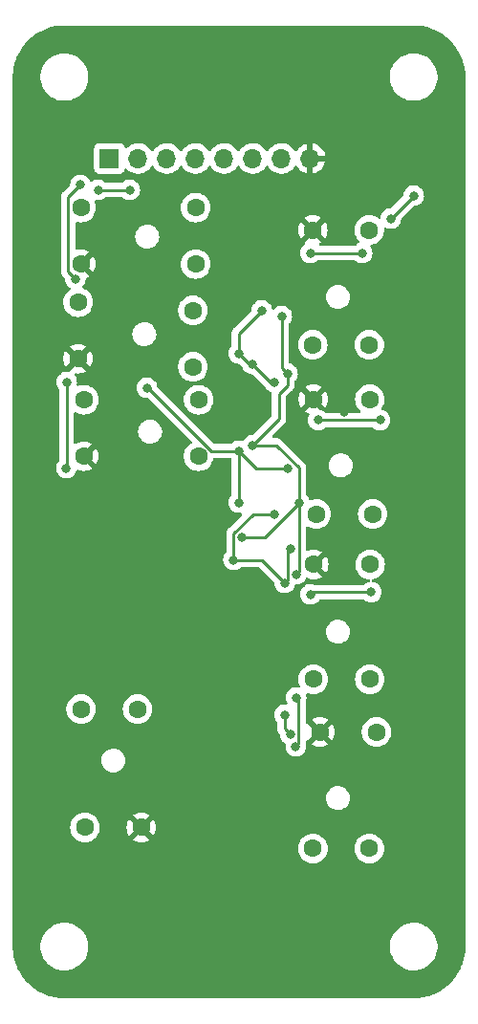
<source format=gbr>
%TF.GenerationSoftware,KiCad,Pcbnew,(6.0.8)*%
%TF.CreationDate,2023-02-12T14:01:58-05:00*%
%TF.ProjectId,PBoard PCB,50426f61-7264-4205-9043-422e6b696361,rev?*%
%TF.SameCoordinates,Original*%
%TF.FileFunction,Copper,L2,Bot*%
%TF.FilePolarity,Positive*%
%FSLAX46Y46*%
G04 Gerber Fmt 4.6, Leading zero omitted, Abs format (unit mm)*
G04 Created by KiCad (PCBNEW (6.0.8)) date 2023-02-12 14:01:58*
%MOMM*%
%LPD*%
G01*
G04 APERTURE LIST*
%TA.AperFunction,ComponentPad*%
%ADD10C,1.600000*%
%TD*%
%TA.AperFunction,ComponentPad*%
%ADD11O,1.700000X1.700000*%
%TD*%
%TA.AperFunction,ComponentPad*%
%ADD12R,1.700000X1.700000*%
%TD*%
%TA.AperFunction,ViaPad*%
%ADD13C,0.800000*%
%TD*%
%TA.AperFunction,Conductor*%
%ADD14C,0.250000*%
%TD*%
G04 APERTURE END LIST*
D10*
%TO.P,C6,1*%
%TO.N,Net-(C7-Pad1)*%
X99996000Y-92202000D03*
%TO.P,C6,2*%
%TO.N,Net-(C7-Pad2)*%
X94996000Y-92202000D03*
%TD*%
%TO.P,C13,2*%
%TO.N,Net-(C11-Pad2)*%
X94702000Y-121822000D03*
%TO.P,C13,1*%
%TO.N,Net-(C11-Pad1)*%
X99702000Y-121822000D03*
%TD*%
%TO.P,C14,1*%
%TO.N,+3V3*%
X100330000Y-111506000D03*
%TO.P,C14,2*%
%TO.N,GND*%
X95330000Y-111506000D03*
%TD*%
%TO.P,C3,2*%
%TO.N,Net-(C3-Pad2)*%
X84328000Y-70064000D03*
%TO.P,C3,1*%
%TO.N,Net-(C3-Pad1)*%
X84328000Y-65064000D03*
%TD*%
%TO.P,C2,1*%
%TO.N,+3V3*%
X74422000Y-82082000D03*
%TO.P,C2,2*%
%TO.N,GND*%
X74422000Y-87082000D03*
%TD*%
%TO.P,C4,1*%
%TO.N,+3V3*%
X73914000Y-73446000D03*
%TO.P,C4,2*%
%TO.N,GND*%
X73914000Y-78446000D03*
%TD*%
%TO.P,C12,1*%
%TO.N,+3V3*%
X99770000Y-96676000D03*
%TO.P,C12,2*%
%TO.N,GND*%
X94770000Y-96676000D03*
%TD*%
%TO.P,C15,1*%
%TO.N,Net-(C13-Pad1)*%
X74168000Y-109474000D03*
%TO.P,C15,2*%
%TO.N,Net-(C13-Pad2)*%
X79168000Y-109474000D03*
%TD*%
%TO.P,C5,1*%
%TO.N,Net-(C5-Pad1)*%
X99692000Y-77216000D03*
%TO.P,C5,2*%
%TO.N,Net-(C5-Pad2)*%
X94692000Y-77216000D03*
%TD*%
%TO.P,C10,1*%
%TO.N,+3V3*%
X99742000Y-82042000D03*
%TO.P,C10,2*%
%TO.N,GND*%
X94742000Y-82042000D03*
%TD*%
%TO.P,C16,1*%
%TO.N,+3V3*%
X74512000Y-119956000D03*
%TO.P,C16,2*%
%TO.N,GND*%
X79512000Y-119956000D03*
%TD*%
%TO.P,C6,1*%
%TO.N,+3V3*%
X74168000Y-65064000D03*
%TO.P,C6,2*%
%TO.N,GND*%
X74168000Y-70064000D03*
%TD*%
%TO.P,C8,1*%
%TO.N,+3V3*%
X99692000Y-67056000D03*
%TO.P,C8,2*%
%TO.N,GND*%
X94692000Y-67056000D03*
%TD*%
D11*
%TO.P,GPIO,8,Pin_8*%
%TO.N,GND*%
X94463000Y-60706000D03*
%TO.P,GPIO,7,Pin_7*%
%TO.N,+3V3*%
X91923000Y-60706000D03*
%TO.P,GPIO,6,Pin_6*%
%TO.N,Net-(IC1-Pad3)*%
X89383000Y-60706000D03*
%TO.P,GPIO,5,Pin_5*%
%TO.N,Net-(IC1-Pad2)*%
X86843000Y-60706000D03*
%TO.P,GPIO,4,Pin_4*%
%TO.N,Net-(IC1-Pad1)*%
X84303000Y-60706000D03*
%TO.P,GPIO,3,Pin_3*%
%TO.N,/CLK*%
X81763000Y-60706000D03*
%TO.P,GPIO,2,Pin_2*%
%TO.N,/MOSI*%
X79223000Y-60706000D03*
D12*
%TO.P,GPIO,1,Pin_1*%
%TO.N,/MISO*%
X76683000Y-60706000D03*
%TD*%
D10*
%TO.P,C11,1*%
%TO.N,Net-(C9-Pad1)*%
X99742000Y-106836000D03*
%TO.P,C11,2*%
%TO.N,Net-(C9-Pad2)*%
X94742000Y-106836000D03*
%TD*%
%TO.P,C2,2*%
%TO.N,Net-(C1-Pad2)*%
X84074000Y-79168000D03*
%TO.P,C2,1*%
%TO.N,Net-(C1-Pad1)*%
X84074000Y-74168000D03*
%TD*%
%TO.P,C1,1*%
%TO.N,Net-(C15-Pad1)*%
X84582000Y-82082000D03*
%TO.P,C1,2*%
%TO.N,Net-(C15-Pad2)*%
X84582000Y-87082000D03*
%TD*%
D13*
%TO.N,GND*%
X81600000Y-113528000D03*
X81600000Y-120132000D03*
X74488000Y-67554000D03*
X73980000Y-75936000D03*
X74488000Y-84826000D03*
X77028000Y-118862000D03*
X97094000Y-68062000D03*
X97451299Y-83151299D03*
X96586000Y-98034000D03*
X96755213Y-113311385D03*
%TO.N,+3V3*%
X103632000Y-64008000D03*
X101600000Y-66040000D03*
%TO.N,/CLK*%
X88392000Y-94234000D03*
X91948000Y-74676000D03*
X93472000Y-91186000D03*
X75692000Y-63500000D03*
X92456000Y-79756000D03*
X89383500Y-86106000D03*
X93218000Y-97536000D03*
X93180500Y-112776000D03*
X78486000Y-63500000D03*
X93218000Y-108458000D03*
%TO.N,/MOSI*%
X92182500Y-109982000D03*
X92202000Y-98298000D03*
X91282500Y-80518000D03*
X87667500Y-96266000D03*
X92710000Y-95250000D03*
X90170000Y-74168000D03*
X88138000Y-77978000D03*
X92694299Y-111744299D03*
X89339299Y-78925299D03*
X91282500Y-92202000D03*
%TO.N,/MISO*%
X88138000Y-86614000D03*
X99060000Y-69088000D03*
X92456000Y-88138000D03*
X80010000Y-81026000D03*
X94488000Y-69088000D03*
X95176802Y-83893198D03*
X94488000Y-99314000D03*
X100657198Y-83893198D03*
X88138000Y-91186000D03*
X99874300Y-99112300D03*
%TO.N,Net-(IC1-Pad13)*%
X74111247Y-63048753D03*
X73660000Y-71374000D03*
%TO.N,Net-(IC1-Pad15)*%
X72898000Y-80518000D03*
X72860500Y-88138000D03*
%TD*%
D14*
%TO.N,+3V3*%
X101600000Y-66040000D02*
X103632000Y-64008000D01*
%TO.N,/CLK*%
X93472000Y-91186000D02*
X93472000Y-97282000D01*
X90424000Y-94234000D02*
X88392000Y-94234000D01*
X89383500Y-86106000D02*
X91449305Y-86106000D01*
X93472000Y-97282000D02*
X93218000Y-97536000D01*
X92456000Y-80772000D02*
X92456000Y-79756000D01*
X78486000Y-63500000D02*
X75692000Y-63500000D01*
X91694000Y-81534000D02*
X92456000Y-80772000D01*
X93419299Y-108659299D02*
X93218000Y-108458000D01*
X89383500Y-86106000D02*
X91694000Y-83795500D01*
X93180500Y-112776000D02*
X93419299Y-112537201D01*
X91948000Y-79248000D02*
X92456000Y-79756000D01*
X93472000Y-88128695D02*
X93472000Y-91186000D01*
X93472000Y-91186000D02*
X90424000Y-94234000D01*
X91449305Y-86106000D02*
X93472000Y-88128695D01*
X91694000Y-83795500D02*
X91694000Y-81534000D01*
X91948000Y-74676000D02*
X91948000Y-79248000D01*
X93419299Y-112537201D02*
X93419299Y-108659299D01*
%TO.N,/MOSI*%
X91282500Y-80518000D02*
X90932000Y-80518000D01*
X90932000Y-80518000D02*
X89339299Y-78925299D01*
X92456000Y-98044000D02*
X92202000Y-98298000D01*
X92182500Y-109982000D02*
X92182500Y-111232500D01*
X87667500Y-93933195D02*
X87667500Y-96266000D01*
X92182500Y-111232500D02*
X92694299Y-111744299D01*
X89398695Y-92202000D02*
X87667500Y-93933195D01*
X87667500Y-96266000D02*
X90170000Y-96266000D01*
X89085299Y-78925299D02*
X88138000Y-77978000D01*
X91282500Y-92202000D02*
X89398695Y-92202000D01*
X92710000Y-95250000D02*
X92456000Y-95504000D01*
X90170000Y-96266000D02*
X92202000Y-98298000D01*
X88138000Y-76200000D02*
X88138000Y-77978000D01*
X90170000Y-74168000D02*
X88138000Y-76200000D01*
X89339299Y-78925299D02*
X89085299Y-78925299D01*
X92456000Y-95504000D02*
X92456000Y-98044000D01*
%TO.N,/MISO*%
X89662000Y-88138000D02*
X92456000Y-88138000D01*
X88138000Y-91186000D02*
X88138000Y-86614000D01*
X94689700Y-99112300D02*
X94488000Y-99314000D01*
X99874300Y-99112300D02*
X94689700Y-99112300D01*
X95176802Y-83893198D02*
X100657198Y-83893198D01*
X80010000Y-81026000D02*
X80116991Y-81026000D01*
X88138000Y-86614000D02*
X89662000Y-88138000D01*
X85704991Y-86614000D02*
X88138000Y-86614000D01*
X80116991Y-81026000D02*
X85704991Y-86614000D01*
X99060000Y-69088000D02*
X94488000Y-69088000D01*
%TO.N,Net-(IC1-Pad13)*%
X73043000Y-64117000D02*
X73043000Y-70757000D01*
X73043000Y-70757000D02*
X73660000Y-71374000D01*
X74111247Y-63048753D02*
X73043000Y-64117000D01*
%TO.N,Net-(IC1-Pad15)*%
X72898000Y-80518000D02*
X72898000Y-88100500D01*
X72898000Y-88100500D02*
X72860500Y-88138000D01*
%TD*%
%TA.AperFunction,Conductor*%
%TO.N,GND*%
G36*
X103602018Y-48938000D02*
G01*
X103616851Y-48940310D01*
X103616855Y-48940310D01*
X103625724Y-48941691D01*
X103646183Y-48939016D01*
X103668008Y-48938072D01*
X104024937Y-48953656D01*
X104035886Y-48954614D01*
X104420379Y-49005233D01*
X104431205Y-49007142D01*
X104809822Y-49091080D01*
X104820439Y-49093925D01*
X104990702Y-49147608D01*
X105190302Y-49210542D01*
X105200615Y-49214295D01*
X105558932Y-49362715D01*
X105568876Y-49367353D01*
X105912867Y-49546423D01*
X105922387Y-49551919D01*
X106249468Y-49760292D01*
X106258472Y-49766597D01*
X106566138Y-50002678D01*
X106574558Y-50009743D01*
X106860483Y-50271744D01*
X106868256Y-50279517D01*
X107130257Y-50565442D01*
X107137322Y-50573862D01*
X107373403Y-50881528D01*
X107379708Y-50890532D01*
X107588081Y-51217613D01*
X107593576Y-51227132D01*
X107725193Y-51479964D01*
X107772643Y-51571115D01*
X107777285Y-51581068D01*
X107899895Y-51877074D01*
X107925702Y-51939377D01*
X107929458Y-51949698D01*
X107965680Y-52064579D01*
X108046075Y-52319561D01*
X108048920Y-52330178D01*
X108132858Y-52708795D01*
X108134767Y-52719621D01*
X108185386Y-53104114D01*
X108186344Y-53115063D01*
X108197521Y-53371049D01*
X108201603Y-53464552D01*
X108200223Y-53489429D01*
X108198309Y-53501724D01*
X108199473Y-53510626D01*
X108199473Y-53510628D01*
X108202436Y-53533283D01*
X108203500Y-53549621D01*
X108203500Y-130458633D01*
X108202000Y-130478018D01*
X108199690Y-130492851D01*
X108199690Y-130492855D01*
X108198309Y-130501724D01*
X108200984Y-130522183D01*
X108201928Y-130544008D01*
X108186344Y-130900936D01*
X108185386Y-130911886D01*
X108134767Y-131296379D01*
X108132858Y-131307205D01*
X108048920Y-131685822D01*
X108046075Y-131696439D01*
X107992392Y-131866702D01*
X107963713Y-131957661D01*
X107929461Y-132066294D01*
X107925705Y-132076615D01*
X107830610Y-132306196D01*
X107777289Y-132434923D01*
X107772647Y-132444876D01*
X107666764Y-132648276D01*
X107593577Y-132788867D01*
X107588081Y-132798387D01*
X107379708Y-133125468D01*
X107373403Y-133134472D01*
X107137322Y-133442138D01*
X107130257Y-133450558D01*
X106868256Y-133736483D01*
X106860483Y-133744256D01*
X106574558Y-134006257D01*
X106566138Y-134013322D01*
X106258472Y-134249403D01*
X106249468Y-134255708D01*
X105922387Y-134464081D01*
X105912868Y-134469576D01*
X105568876Y-134648647D01*
X105558932Y-134653285D01*
X105200615Y-134801705D01*
X105190302Y-134805458D01*
X104990702Y-134868392D01*
X104820439Y-134922075D01*
X104809822Y-134924920D01*
X104431205Y-135008858D01*
X104420379Y-135010767D01*
X104035886Y-135061386D01*
X104024937Y-135062344D01*
X103675446Y-135077603D01*
X103650571Y-135076223D01*
X103638276Y-135074309D01*
X103629374Y-135075473D01*
X103629372Y-135075473D01*
X103614323Y-135077441D01*
X103606714Y-135078436D01*
X103590379Y-135079500D01*
X72745367Y-135079500D01*
X72725982Y-135078000D01*
X72711149Y-135075690D01*
X72711145Y-135075690D01*
X72702276Y-135074309D01*
X72681817Y-135076984D01*
X72659992Y-135077928D01*
X72303063Y-135062344D01*
X72292114Y-135061386D01*
X71907621Y-135010767D01*
X71896795Y-135008858D01*
X71518178Y-134924920D01*
X71507561Y-134922075D01*
X71337298Y-134868392D01*
X71137698Y-134805458D01*
X71127385Y-134801705D01*
X70769068Y-134653285D01*
X70759124Y-134648647D01*
X70415132Y-134469576D01*
X70405613Y-134464081D01*
X70078532Y-134255708D01*
X70069528Y-134249403D01*
X69761862Y-134013322D01*
X69753442Y-134006257D01*
X69467517Y-133744256D01*
X69459744Y-133736483D01*
X69197743Y-133450558D01*
X69190678Y-133442138D01*
X68954597Y-133134472D01*
X68948292Y-133125468D01*
X68739919Y-132798387D01*
X68734423Y-132788867D01*
X68661236Y-132648276D01*
X68555353Y-132444876D01*
X68550711Y-132434923D01*
X68497391Y-132306196D01*
X68402295Y-132076615D01*
X68398539Y-132066294D01*
X68364288Y-131957661D01*
X68335608Y-131866702D01*
X68281925Y-131696439D01*
X68279080Y-131685822D01*
X68195142Y-131307205D01*
X68193233Y-131296379D01*
X68142614Y-130911886D01*
X68141656Y-130900936D01*
X68130294Y-130640703D01*
X70586743Y-130640703D01*
X70624268Y-130925734D01*
X70700129Y-131203036D01*
X70812923Y-131467476D01*
X70824693Y-131487142D01*
X70949955Y-131696439D01*
X70960561Y-131714161D01*
X71140313Y-131938528D01*
X71348851Y-132136423D01*
X71582317Y-132304186D01*
X71586112Y-132306195D01*
X71586113Y-132306196D01*
X71607869Y-132317715D01*
X71836392Y-132438712D01*
X72106373Y-132537511D01*
X72387264Y-132598755D01*
X72415841Y-132601004D01*
X72610282Y-132616307D01*
X72610291Y-132616307D01*
X72612739Y-132616500D01*
X72768271Y-132616500D01*
X72770407Y-132616354D01*
X72770418Y-132616354D01*
X72978548Y-132602165D01*
X72978554Y-132602164D01*
X72982825Y-132601873D01*
X72987020Y-132601004D01*
X72987022Y-132601004D01*
X73123584Y-132572723D01*
X73264342Y-132543574D01*
X73535343Y-132447607D01*
X73790812Y-132315750D01*
X73794313Y-132313289D01*
X73794317Y-132313287D01*
X73908417Y-132233096D01*
X74026023Y-132150441D01*
X74236622Y-131954740D01*
X74418713Y-131732268D01*
X74568927Y-131487142D01*
X74684483Y-131223898D01*
X74763244Y-130947406D01*
X74803751Y-130662784D01*
X74803845Y-130644951D01*
X74803867Y-130640703D01*
X101522743Y-130640703D01*
X101560268Y-130925734D01*
X101636129Y-131203036D01*
X101748923Y-131467476D01*
X101760693Y-131487142D01*
X101885955Y-131696439D01*
X101896561Y-131714161D01*
X102076313Y-131938528D01*
X102284851Y-132136423D01*
X102518317Y-132304186D01*
X102522112Y-132306195D01*
X102522113Y-132306196D01*
X102543869Y-132317715D01*
X102772392Y-132438712D01*
X103042373Y-132537511D01*
X103323264Y-132598755D01*
X103351841Y-132601004D01*
X103546282Y-132616307D01*
X103546291Y-132616307D01*
X103548739Y-132616500D01*
X103704271Y-132616500D01*
X103706407Y-132616354D01*
X103706418Y-132616354D01*
X103914548Y-132602165D01*
X103914554Y-132602164D01*
X103918825Y-132601873D01*
X103923020Y-132601004D01*
X103923022Y-132601004D01*
X104059584Y-132572723D01*
X104200342Y-132543574D01*
X104471343Y-132447607D01*
X104726812Y-132315750D01*
X104730313Y-132313289D01*
X104730317Y-132313287D01*
X104844417Y-132233096D01*
X104962023Y-132150441D01*
X105172622Y-131954740D01*
X105354713Y-131732268D01*
X105504927Y-131487142D01*
X105620483Y-131223898D01*
X105699244Y-130947406D01*
X105739751Y-130662784D01*
X105739845Y-130644951D01*
X105741235Y-130379583D01*
X105741235Y-130379576D01*
X105741257Y-130375297D01*
X105703732Y-130090266D01*
X105627871Y-129812964D01*
X105515077Y-129548524D01*
X105367439Y-129301839D01*
X105187687Y-129077472D01*
X104979149Y-128879577D01*
X104745683Y-128711814D01*
X104723843Y-128700250D01*
X104700654Y-128687972D01*
X104491608Y-128577288D01*
X104221627Y-128478489D01*
X103940736Y-128417245D01*
X103909685Y-128414801D01*
X103717718Y-128399693D01*
X103717709Y-128399693D01*
X103715261Y-128399500D01*
X103559729Y-128399500D01*
X103557593Y-128399646D01*
X103557582Y-128399646D01*
X103349452Y-128413835D01*
X103349446Y-128413836D01*
X103345175Y-128414127D01*
X103340980Y-128414996D01*
X103340978Y-128414996D01*
X103204417Y-128443276D01*
X103063658Y-128472426D01*
X102792657Y-128568393D01*
X102537188Y-128700250D01*
X102533687Y-128702711D01*
X102533683Y-128702713D01*
X102523594Y-128709804D01*
X102301977Y-128865559D01*
X102091378Y-129061260D01*
X101909287Y-129283732D01*
X101759073Y-129528858D01*
X101643517Y-129792102D01*
X101564756Y-130068594D01*
X101524249Y-130353216D01*
X101524227Y-130357505D01*
X101524226Y-130357512D01*
X101522765Y-130636417D01*
X101522743Y-130640703D01*
X74803867Y-130640703D01*
X74805235Y-130379583D01*
X74805235Y-130379576D01*
X74805257Y-130375297D01*
X74767732Y-130090266D01*
X74691871Y-129812964D01*
X74579077Y-129548524D01*
X74431439Y-129301839D01*
X74251687Y-129077472D01*
X74043149Y-128879577D01*
X73809683Y-128711814D01*
X73787843Y-128700250D01*
X73764654Y-128687972D01*
X73555608Y-128577288D01*
X73285627Y-128478489D01*
X73004736Y-128417245D01*
X72973685Y-128414801D01*
X72781718Y-128399693D01*
X72781709Y-128399693D01*
X72779261Y-128399500D01*
X72623729Y-128399500D01*
X72621593Y-128399646D01*
X72621582Y-128399646D01*
X72413452Y-128413835D01*
X72413446Y-128413836D01*
X72409175Y-128414127D01*
X72404980Y-128414996D01*
X72404978Y-128414996D01*
X72268417Y-128443276D01*
X72127658Y-128472426D01*
X71856657Y-128568393D01*
X71601188Y-128700250D01*
X71597687Y-128702711D01*
X71597683Y-128702713D01*
X71587594Y-128709804D01*
X71365977Y-128865559D01*
X71155378Y-129061260D01*
X70973287Y-129283732D01*
X70823073Y-129528858D01*
X70707517Y-129792102D01*
X70628756Y-130068594D01*
X70588249Y-130353216D01*
X70588227Y-130357505D01*
X70588226Y-130357512D01*
X70586765Y-130636417D01*
X70586743Y-130640703D01*
X68130294Y-130640703D01*
X68126561Y-130555208D01*
X68128188Y-130528805D01*
X68128769Y-130525352D01*
X68128770Y-130525345D01*
X68129576Y-130520552D01*
X68129729Y-130508000D01*
X68125773Y-130480376D01*
X68124500Y-130462514D01*
X68124500Y-121822000D01*
X93388502Y-121822000D01*
X93408457Y-122050087D01*
X93467716Y-122271243D01*
X93470039Y-122276224D01*
X93470039Y-122276225D01*
X93562151Y-122473762D01*
X93562154Y-122473767D01*
X93564477Y-122478749D01*
X93695802Y-122666300D01*
X93857700Y-122828198D01*
X93862208Y-122831355D01*
X93862211Y-122831357D01*
X93940389Y-122886098D01*
X94045251Y-122959523D01*
X94050233Y-122961846D01*
X94050238Y-122961849D01*
X94247775Y-123053961D01*
X94252757Y-123056284D01*
X94258065Y-123057706D01*
X94258067Y-123057707D01*
X94468598Y-123114119D01*
X94468600Y-123114119D01*
X94473913Y-123115543D01*
X94702000Y-123135498D01*
X94930087Y-123115543D01*
X94935400Y-123114119D01*
X94935402Y-123114119D01*
X95145933Y-123057707D01*
X95145935Y-123057706D01*
X95151243Y-123056284D01*
X95156225Y-123053961D01*
X95353762Y-122961849D01*
X95353767Y-122961846D01*
X95358749Y-122959523D01*
X95463611Y-122886098D01*
X95541789Y-122831357D01*
X95541792Y-122831355D01*
X95546300Y-122828198D01*
X95708198Y-122666300D01*
X95839523Y-122478749D01*
X95841846Y-122473767D01*
X95841849Y-122473762D01*
X95933961Y-122276225D01*
X95933961Y-122276224D01*
X95936284Y-122271243D01*
X95995543Y-122050087D01*
X96015498Y-121822000D01*
X98388502Y-121822000D01*
X98408457Y-122050087D01*
X98467716Y-122271243D01*
X98470039Y-122276224D01*
X98470039Y-122276225D01*
X98562151Y-122473762D01*
X98562154Y-122473767D01*
X98564477Y-122478749D01*
X98695802Y-122666300D01*
X98857700Y-122828198D01*
X98862208Y-122831355D01*
X98862211Y-122831357D01*
X98940389Y-122886098D01*
X99045251Y-122959523D01*
X99050233Y-122961846D01*
X99050238Y-122961849D01*
X99247775Y-123053961D01*
X99252757Y-123056284D01*
X99258065Y-123057706D01*
X99258067Y-123057707D01*
X99468598Y-123114119D01*
X99468600Y-123114119D01*
X99473913Y-123115543D01*
X99702000Y-123135498D01*
X99930087Y-123115543D01*
X99935400Y-123114119D01*
X99935402Y-123114119D01*
X100145933Y-123057707D01*
X100145935Y-123057706D01*
X100151243Y-123056284D01*
X100156225Y-123053961D01*
X100353762Y-122961849D01*
X100353767Y-122961846D01*
X100358749Y-122959523D01*
X100463611Y-122886098D01*
X100541789Y-122831357D01*
X100541792Y-122831355D01*
X100546300Y-122828198D01*
X100708198Y-122666300D01*
X100839523Y-122478749D01*
X100841846Y-122473767D01*
X100841849Y-122473762D01*
X100933961Y-122276225D01*
X100933961Y-122276224D01*
X100936284Y-122271243D01*
X100995543Y-122050087D01*
X101015498Y-121822000D01*
X100995543Y-121593913D01*
X100936284Y-121372757D01*
X100888134Y-121269498D01*
X100841849Y-121170238D01*
X100841846Y-121170233D01*
X100839523Y-121165251D01*
X100708198Y-120977700D01*
X100546300Y-120815802D01*
X100541792Y-120812645D01*
X100541789Y-120812643D01*
X100463611Y-120757902D01*
X100358749Y-120684477D01*
X100353767Y-120682154D01*
X100353762Y-120682151D01*
X100156225Y-120590039D01*
X100156224Y-120590039D01*
X100151243Y-120587716D01*
X100145935Y-120586294D01*
X100145933Y-120586293D01*
X99935402Y-120529881D01*
X99935400Y-120529881D01*
X99930087Y-120528457D01*
X99702000Y-120508502D01*
X99473913Y-120528457D01*
X99468600Y-120529881D01*
X99468598Y-120529881D01*
X99258067Y-120586293D01*
X99258065Y-120586294D01*
X99252757Y-120587716D01*
X99247776Y-120590039D01*
X99247775Y-120590039D01*
X99050238Y-120682151D01*
X99050233Y-120682154D01*
X99045251Y-120684477D01*
X98940389Y-120757902D01*
X98862211Y-120812643D01*
X98862208Y-120812645D01*
X98857700Y-120815802D01*
X98695802Y-120977700D01*
X98564477Y-121165251D01*
X98562154Y-121170233D01*
X98562151Y-121170238D01*
X98515866Y-121269498D01*
X98467716Y-121372757D01*
X98408457Y-121593913D01*
X98388502Y-121822000D01*
X96015498Y-121822000D01*
X95995543Y-121593913D01*
X95936284Y-121372757D01*
X95888134Y-121269498D01*
X95841849Y-121170238D01*
X95841846Y-121170233D01*
X95839523Y-121165251D01*
X95708198Y-120977700D01*
X95546300Y-120815802D01*
X95541792Y-120812645D01*
X95541789Y-120812643D01*
X95463611Y-120757902D01*
X95358749Y-120684477D01*
X95353767Y-120682154D01*
X95353762Y-120682151D01*
X95156225Y-120590039D01*
X95156224Y-120590039D01*
X95151243Y-120587716D01*
X95145935Y-120586294D01*
X95145933Y-120586293D01*
X94935402Y-120529881D01*
X94935400Y-120529881D01*
X94930087Y-120528457D01*
X94702000Y-120508502D01*
X94473913Y-120528457D01*
X94468600Y-120529881D01*
X94468598Y-120529881D01*
X94258067Y-120586293D01*
X94258065Y-120586294D01*
X94252757Y-120587716D01*
X94247776Y-120590039D01*
X94247775Y-120590039D01*
X94050238Y-120682151D01*
X94050233Y-120682154D01*
X94045251Y-120684477D01*
X93940389Y-120757902D01*
X93862211Y-120812643D01*
X93862208Y-120812645D01*
X93857700Y-120815802D01*
X93695802Y-120977700D01*
X93564477Y-121165251D01*
X93562154Y-121170233D01*
X93562151Y-121170238D01*
X93515866Y-121269498D01*
X93467716Y-121372757D01*
X93408457Y-121593913D01*
X93388502Y-121822000D01*
X68124500Y-121822000D01*
X68124500Y-119956000D01*
X73198502Y-119956000D01*
X73218457Y-120184087D01*
X73219881Y-120189400D01*
X73219881Y-120189402D01*
X73257025Y-120328022D01*
X73277716Y-120405243D01*
X73280039Y-120410224D01*
X73280039Y-120410225D01*
X73372151Y-120607762D01*
X73372154Y-120607767D01*
X73374477Y-120612749D01*
X73505802Y-120800300D01*
X73667700Y-120962198D01*
X73672208Y-120965355D01*
X73672211Y-120965357D01*
X73689839Y-120977700D01*
X73855251Y-121093523D01*
X73860233Y-121095846D01*
X73860238Y-121095849D01*
X74056765Y-121187490D01*
X74062757Y-121190284D01*
X74068065Y-121191706D01*
X74068067Y-121191707D01*
X74278598Y-121248119D01*
X74278600Y-121248119D01*
X74283913Y-121249543D01*
X74512000Y-121269498D01*
X74740087Y-121249543D01*
X74745400Y-121248119D01*
X74745402Y-121248119D01*
X74955933Y-121191707D01*
X74955935Y-121191706D01*
X74961243Y-121190284D01*
X74967235Y-121187490D01*
X75163762Y-121095849D01*
X75163767Y-121095846D01*
X75168749Y-121093523D01*
X75242243Y-121042062D01*
X78790493Y-121042062D01*
X78799789Y-121054077D01*
X78850994Y-121089931D01*
X78860489Y-121095414D01*
X79057947Y-121187490D01*
X79068239Y-121191236D01*
X79278688Y-121247625D01*
X79289481Y-121249528D01*
X79506525Y-121268517D01*
X79517475Y-121268517D01*
X79734519Y-121249528D01*
X79745312Y-121247625D01*
X79955761Y-121191236D01*
X79966053Y-121187490D01*
X80163511Y-121095414D01*
X80173006Y-121089931D01*
X80225048Y-121053491D01*
X80233424Y-121043012D01*
X80226356Y-121029566D01*
X79524812Y-120328022D01*
X79510868Y-120320408D01*
X79509035Y-120320539D01*
X79502420Y-120324790D01*
X78796923Y-121030287D01*
X78790493Y-121042062D01*
X75242243Y-121042062D01*
X75334161Y-120977700D01*
X75351789Y-120965357D01*
X75351792Y-120965355D01*
X75356300Y-120962198D01*
X75518198Y-120800300D01*
X75649523Y-120612749D01*
X75651846Y-120607767D01*
X75651849Y-120607762D01*
X75743961Y-120410225D01*
X75743961Y-120410224D01*
X75746284Y-120405243D01*
X75766976Y-120328022D01*
X75804119Y-120189402D01*
X75804119Y-120189400D01*
X75805543Y-120184087D01*
X75825019Y-119961475D01*
X78199483Y-119961475D01*
X78218472Y-120178519D01*
X78220375Y-120189312D01*
X78276764Y-120399761D01*
X78280510Y-120410053D01*
X78372586Y-120607511D01*
X78378069Y-120617006D01*
X78414509Y-120669048D01*
X78424988Y-120677424D01*
X78438434Y-120670356D01*
X79139978Y-119968812D01*
X79146356Y-119957132D01*
X79876408Y-119957132D01*
X79876539Y-119958965D01*
X79880790Y-119965580D01*
X80586287Y-120671077D01*
X80598062Y-120677507D01*
X80610077Y-120668211D01*
X80645931Y-120617006D01*
X80651414Y-120607511D01*
X80743490Y-120410053D01*
X80747236Y-120399761D01*
X80803625Y-120189312D01*
X80805528Y-120178519D01*
X80824517Y-119961475D01*
X80824517Y-119950525D01*
X80805528Y-119733481D01*
X80803625Y-119722688D01*
X80747236Y-119512239D01*
X80743490Y-119501947D01*
X80651414Y-119304489D01*
X80645931Y-119294994D01*
X80609491Y-119242952D01*
X80599012Y-119234576D01*
X80585566Y-119241644D01*
X79884022Y-119943188D01*
X79876408Y-119957132D01*
X79146356Y-119957132D01*
X79147592Y-119954868D01*
X79147461Y-119953035D01*
X79143210Y-119946420D01*
X78437713Y-119240923D01*
X78425938Y-119234493D01*
X78413923Y-119243789D01*
X78378069Y-119294994D01*
X78372586Y-119304489D01*
X78280510Y-119501947D01*
X78276764Y-119512239D01*
X78220375Y-119722688D01*
X78218472Y-119733481D01*
X78199483Y-119950525D01*
X78199483Y-119961475D01*
X75825019Y-119961475D01*
X75825498Y-119956000D01*
X75805543Y-119727913D01*
X75768981Y-119591461D01*
X75747707Y-119512067D01*
X75747706Y-119512065D01*
X75746284Y-119506757D01*
X75651966Y-119304489D01*
X75651849Y-119304238D01*
X75651846Y-119304233D01*
X75649523Y-119299251D01*
X75518198Y-119111700D01*
X75356300Y-118949802D01*
X75351792Y-118946645D01*
X75351789Y-118946643D01*
X75240886Y-118868988D01*
X78790576Y-118868988D01*
X78797644Y-118882434D01*
X79499188Y-119583978D01*
X79513132Y-119591592D01*
X79514965Y-119591461D01*
X79521580Y-119587210D01*
X80227077Y-118881713D01*
X80233507Y-118869938D01*
X80224211Y-118857923D01*
X80173006Y-118822069D01*
X80163511Y-118816586D01*
X79966053Y-118724510D01*
X79955761Y-118720764D01*
X79745312Y-118664375D01*
X79734519Y-118662472D01*
X79517475Y-118643483D01*
X79506525Y-118643483D01*
X79289481Y-118662472D01*
X79278688Y-118664375D01*
X79068239Y-118720764D01*
X79057947Y-118724510D01*
X78860489Y-118816586D01*
X78850994Y-118822069D01*
X78798952Y-118858509D01*
X78790576Y-118868988D01*
X75240886Y-118868988D01*
X75225920Y-118858509D01*
X75168749Y-118818477D01*
X75163767Y-118816154D01*
X75163762Y-118816151D01*
X74966225Y-118724039D01*
X74966224Y-118724039D01*
X74961243Y-118721716D01*
X74955935Y-118720294D01*
X74955933Y-118720293D01*
X74745402Y-118663881D01*
X74745400Y-118663881D01*
X74740087Y-118662457D01*
X74512000Y-118642502D01*
X74283913Y-118662457D01*
X74278600Y-118663881D01*
X74278598Y-118663881D01*
X74068067Y-118720293D01*
X74068065Y-118720294D01*
X74062757Y-118721716D01*
X74057776Y-118724039D01*
X74057775Y-118724039D01*
X73860238Y-118816151D01*
X73860233Y-118816154D01*
X73855251Y-118818477D01*
X73798080Y-118858509D01*
X73672211Y-118946643D01*
X73672208Y-118946645D01*
X73667700Y-118949802D01*
X73505802Y-119111700D01*
X73374477Y-119299251D01*
X73372154Y-119304233D01*
X73372151Y-119304238D01*
X73372034Y-119304489D01*
X73277716Y-119506757D01*
X73276294Y-119512065D01*
X73276293Y-119512067D01*
X73255019Y-119591461D01*
X73218457Y-119727913D01*
X73198502Y-119956000D01*
X68124500Y-119956000D01*
X68124500Y-117358575D01*
X95854404Y-117358575D01*
X95873218Y-117565303D01*
X95874956Y-117571209D01*
X95874957Y-117571213D01*
X95918473Y-117719068D01*
X95931827Y-117764440D01*
X96027999Y-117948400D01*
X96158071Y-118110177D01*
X96162788Y-118114135D01*
X96162790Y-118114137D01*
X96266681Y-118201312D01*
X96317089Y-118243609D01*
X96322481Y-118246573D01*
X96322485Y-118246576D01*
X96493598Y-118340646D01*
X96498995Y-118343613D01*
X96696861Y-118406379D01*
X96702978Y-118407065D01*
X96702982Y-118407066D01*
X96779598Y-118415659D01*
X96858413Y-118424500D01*
X96970237Y-118424500D01*
X96973293Y-118424200D01*
X96973300Y-118424200D01*
X97118466Y-118409966D01*
X97118469Y-118409965D01*
X97124592Y-118409365D01*
X97256546Y-118369526D01*
X97317407Y-118351152D01*
X97317410Y-118351151D01*
X97323315Y-118349368D01*
X97330635Y-118345476D01*
X97501153Y-118254809D01*
X97501155Y-118254808D01*
X97506599Y-118251913D01*
X97566471Y-118203083D01*
X97662689Y-118124610D01*
X97662692Y-118124607D01*
X97667464Y-118120715D01*
X97799783Y-117960770D01*
X97803876Y-117953201D01*
X97895584Y-117783590D01*
X97895586Y-117783585D01*
X97898514Y-117778170D01*
X97959898Y-117579871D01*
X97961429Y-117565303D01*
X97980952Y-117379554D01*
X97980952Y-117379552D01*
X97981596Y-117373425D01*
X97962782Y-117166697D01*
X97960298Y-117158255D01*
X97905912Y-116973469D01*
X97904173Y-116967560D01*
X97808001Y-116783600D01*
X97677929Y-116621823D01*
X97665371Y-116611285D01*
X97523629Y-116492350D01*
X97518911Y-116488391D01*
X97513519Y-116485427D01*
X97513515Y-116485424D01*
X97342402Y-116391354D01*
X97337005Y-116388387D01*
X97139139Y-116325621D01*
X97133022Y-116324935D01*
X97133018Y-116324934D01*
X97056402Y-116316341D01*
X96977587Y-116307500D01*
X96865763Y-116307500D01*
X96862707Y-116307800D01*
X96862700Y-116307800D01*
X96717534Y-116322034D01*
X96717531Y-116322035D01*
X96711408Y-116322635D01*
X96579454Y-116362474D01*
X96518593Y-116380848D01*
X96518590Y-116380849D01*
X96512685Y-116382632D01*
X96507240Y-116385527D01*
X96507238Y-116385528D01*
X96334847Y-116477191D01*
X96334845Y-116477192D01*
X96329401Y-116480087D01*
X96314365Y-116492350D01*
X96173311Y-116607390D01*
X96173308Y-116607393D01*
X96168536Y-116611285D01*
X96036217Y-116771230D01*
X96033288Y-116776647D01*
X96033286Y-116776650D01*
X95940416Y-116948410D01*
X95940414Y-116948415D01*
X95937486Y-116953830D01*
X95876102Y-117152129D01*
X95875458Y-117158254D01*
X95875458Y-117158255D01*
X95873926Y-117172836D01*
X95854404Y-117358575D01*
X68124500Y-117358575D01*
X68124500Y-114020575D01*
X75968404Y-114020575D01*
X75987218Y-114227303D01*
X75988956Y-114233209D01*
X75988957Y-114233213D01*
X76032473Y-114381068D01*
X76045827Y-114426440D01*
X76141999Y-114610400D01*
X76272071Y-114772177D01*
X76276788Y-114776135D01*
X76276790Y-114776137D01*
X76380681Y-114863312D01*
X76431089Y-114905609D01*
X76436481Y-114908573D01*
X76436485Y-114908576D01*
X76607598Y-115002646D01*
X76612995Y-115005613D01*
X76810861Y-115068379D01*
X76816978Y-115069065D01*
X76816982Y-115069066D01*
X76893598Y-115077659D01*
X76972413Y-115086500D01*
X77084237Y-115086500D01*
X77087293Y-115086200D01*
X77087300Y-115086200D01*
X77232466Y-115071966D01*
X77232469Y-115071965D01*
X77238592Y-115071365D01*
X77370546Y-115031526D01*
X77431407Y-115013152D01*
X77431410Y-115013151D01*
X77437315Y-115011368D01*
X77444635Y-115007476D01*
X77615153Y-114916809D01*
X77615155Y-114916808D01*
X77620599Y-114913913D01*
X77680471Y-114865083D01*
X77776689Y-114786610D01*
X77776692Y-114786607D01*
X77781464Y-114782715D01*
X77913783Y-114622770D01*
X77917876Y-114615201D01*
X78009584Y-114445590D01*
X78009586Y-114445585D01*
X78012514Y-114440170D01*
X78073898Y-114241871D01*
X78075429Y-114227303D01*
X78094952Y-114041554D01*
X78094952Y-114041552D01*
X78095596Y-114035425D01*
X78076782Y-113828697D01*
X78074298Y-113820255D01*
X78019912Y-113635469D01*
X78018173Y-113629560D01*
X77922001Y-113445600D01*
X77791929Y-113283823D01*
X77779371Y-113273285D01*
X77637629Y-113154350D01*
X77632911Y-113150391D01*
X77627519Y-113147427D01*
X77627515Y-113147424D01*
X77456402Y-113053354D01*
X77451005Y-113050387D01*
X77253139Y-112987621D01*
X77247022Y-112986935D01*
X77247018Y-112986934D01*
X77170402Y-112978341D01*
X77091587Y-112969500D01*
X76979763Y-112969500D01*
X76976707Y-112969800D01*
X76976700Y-112969800D01*
X76831534Y-112984034D01*
X76831531Y-112984035D01*
X76825408Y-112984635D01*
X76693454Y-113024474D01*
X76632593Y-113042848D01*
X76632590Y-113042849D01*
X76626685Y-113044632D01*
X76621240Y-113047527D01*
X76621238Y-113047528D01*
X76448847Y-113139191D01*
X76448845Y-113139192D01*
X76443401Y-113142087D01*
X76428365Y-113154350D01*
X76287311Y-113269390D01*
X76287308Y-113269393D01*
X76282536Y-113273285D01*
X76150217Y-113433230D01*
X76147288Y-113438647D01*
X76147286Y-113438650D01*
X76054416Y-113610410D01*
X76054414Y-113610415D01*
X76051486Y-113615830D01*
X75990102Y-113814129D01*
X75989458Y-113820254D01*
X75989458Y-113820255D01*
X75987926Y-113834836D01*
X75968404Y-114020575D01*
X68124500Y-114020575D01*
X68124500Y-109474000D01*
X72854502Y-109474000D01*
X72874457Y-109702087D01*
X72875881Y-109707400D01*
X72875881Y-109707402D01*
X72898569Y-109792072D01*
X72933716Y-109923243D01*
X72936039Y-109928224D01*
X72936039Y-109928225D01*
X73028151Y-110125762D01*
X73028154Y-110125767D01*
X73030477Y-110130749D01*
X73161802Y-110318300D01*
X73323700Y-110480198D01*
X73328208Y-110483355D01*
X73328211Y-110483357D01*
X73370869Y-110513226D01*
X73511251Y-110611523D01*
X73516233Y-110613846D01*
X73516238Y-110613849D01*
X73667803Y-110684524D01*
X73718757Y-110708284D01*
X73724065Y-110709706D01*
X73724067Y-110709707D01*
X73934598Y-110766119D01*
X73934600Y-110766119D01*
X73939913Y-110767543D01*
X74168000Y-110787498D01*
X74396087Y-110767543D01*
X74401400Y-110766119D01*
X74401402Y-110766119D01*
X74611933Y-110709707D01*
X74611935Y-110709706D01*
X74617243Y-110708284D01*
X74668197Y-110684524D01*
X74819762Y-110613849D01*
X74819767Y-110613846D01*
X74824749Y-110611523D01*
X74965131Y-110513226D01*
X75007789Y-110483357D01*
X75007792Y-110483355D01*
X75012300Y-110480198D01*
X75174198Y-110318300D01*
X75305523Y-110130749D01*
X75307846Y-110125767D01*
X75307849Y-110125762D01*
X75399961Y-109928225D01*
X75399961Y-109928224D01*
X75402284Y-109923243D01*
X75437432Y-109792072D01*
X75460119Y-109707402D01*
X75460119Y-109707400D01*
X75461543Y-109702087D01*
X75481498Y-109474000D01*
X77854502Y-109474000D01*
X77874457Y-109702087D01*
X77875881Y-109707400D01*
X77875881Y-109707402D01*
X77898569Y-109792072D01*
X77933716Y-109923243D01*
X77936039Y-109928224D01*
X77936039Y-109928225D01*
X78028151Y-110125762D01*
X78028154Y-110125767D01*
X78030477Y-110130749D01*
X78161802Y-110318300D01*
X78323700Y-110480198D01*
X78328208Y-110483355D01*
X78328211Y-110483357D01*
X78370869Y-110513226D01*
X78511251Y-110611523D01*
X78516233Y-110613846D01*
X78516238Y-110613849D01*
X78667803Y-110684524D01*
X78718757Y-110708284D01*
X78724065Y-110709706D01*
X78724067Y-110709707D01*
X78934598Y-110766119D01*
X78934600Y-110766119D01*
X78939913Y-110767543D01*
X79168000Y-110787498D01*
X79396087Y-110767543D01*
X79401400Y-110766119D01*
X79401402Y-110766119D01*
X79611933Y-110709707D01*
X79611935Y-110709706D01*
X79617243Y-110708284D01*
X79668197Y-110684524D01*
X79819762Y-110613849D01*
X79819767Y-110613846D01*
X79824749Y-110611523D01*
X79965131Y-110513226D01*
X80007789Y-110483357D01*
X80007792Y-110483355D01*
X80012300Y-110480198D01*
X80174198Y-110318300D01*
X80305523Y-110130749D01*
X80307846Y-110125767D01*
X80307849Y-110125762D01*
X80374886Y-109982000D01*
X91268996Y-109982000D01*
X91288958Y-110171928D01*
X91347973Y-110353556D01*
X91351276Y-110359278D01*
X91351277Y-110359279D01*
X91379362Y-110407923D01*
X91443460Y-110518944D01*
X91516637Y-110600215D01*
X91547353Y-110664221D01*
X91549000Y-110684524D01*
X91549000Y-111153733D01*
X91548473Y-111164916D01*
X91546798Y-111172409D01*
X91547047Y-111180335D01*
X91547047Y-111180336D01*
X91548938Y-111240486D01*
X91549000Y-111244445D01*
X91549000Y-111272356D01*
X91549497Y-111276290D01*
X91549497Y-111276291D01*
X91549505Y-111276356D01*
X91550438Y-111288193D01*
X91551827Y-111332389D01*
X91557478Y-111351839D01*
X91561487Y-111371200D01*
X91564026Y-111391297D01*
X91566945Y-111398668D01*
X91566945Y-111398670D01*
X91580304Y-111432412D01*
X91584149Y-111443642D01*
X91596482Y-111486093D01*
X91600515Y-111492912D01*
X91600517Y-111492917D01*
X91606793Y-111503528D01*
X91615488Y-111521276D01*
X91622948Y-111540117D01*
X91627610Y-111546533D01*
X91627610Y-111546534D01*
X91648936Y-111575887D01*
X91655452Y-111585807D01*
X91677958Y-111623862D01*
X91692279Y-111638183D01*
X91705119Y-111653216D01*
X91717028Y-111669607D01*
X91723137Y-111674661D01*
X91723139Y-111674663D01*
X91738651Y-111687496D01*
X91778388Y-111746330D01*
X91783644Y-111771408D01*
X91794850Y-111878022D01*
X91800757Y-111934227D01*
X91859772Y-112115855D01*
X91955259Y-112281243D01*
X92083046Y-112423165D01*
X92189813Y-112500736D01*
X92229546Y-112529604D01*
X92272900Y-112585827D01*
X92280795Y-112644710D01*
X92266996Y-112776000D01*
X92286958Y-112965928D01*
X92345973Y-113147556D01*
X92349276Y-113153278D01*
X92349277Y-113153279D01*
X92383186Y-113212010D01*
X92441460Y-113312944D01*
X92569247Y-113454866D01*
X92723748Y-113567118D01*
X92729776Y-113569802D01*
X92729778Y-113569803D01*
X92892181Y-113642109D01*
X92898212Y-113644794D01*
X92991612Y-113664647D01*
X93078556Y-113683128D01*
X93078561Y-113683128D01*
X93085013Y-113684500D01*
X93275987Y-113684500D01*
X93282439Y-113683128D01*
X93282444Y-113683128D01*
X93369387Y-113664647D01*
X93462788Y-113644794D01*
X93468819Y-113642109D01*
X93631222Y-113569803D01*
X93631224Y-113569802D01*
X93637252Y-113567118D01*
X93791753Y-113454866D01*
X93919540Y-113312944D01*
X93977814Y-113212010D01*
X94011723Y-113153279D01*
X94011724Y-113153278D01*
X94015027Y-113147556D01*
X94074042Y-112965928D01*
X94094004Y-112776000D01*
X94090006Y-112737961D01*
X94074733Y-112592642D01*
X94074732Y-112592638D01*
X94074671Y-112592062D01*
X94608493Y-112592062D01*
X94617789Y-112604077D01*
X94668994Y-112639931D01*
X94678489Y-112645414D01*
X94875947Y-112737490D01*
X94886239Y-112741236D01*
X95096688Y-112797625D01*
X95107481Y-112799528D01*
X95324525Y-112818517D01*
X95335475Y-112818517D01*
X95552519Y-112799528D01*
X95563312Y-112797625D01*
X95773761Y-112741236D01*
X95784053Y-112737490D01*
X95981511Y-112645414D01*
X95991006Y-112639931D01*
X96043048Y-112603491D01*
X96051424Y-112593012D01*
X96044356Y-112579566D01*
X95342812Y-111878022D01*
X95328868Y-111870408D01*
X95327035Y-111870539D01*
X95320420Y-111874790D01*
X94614923Y-112580287D01*
X94608493Y-112592062D01*
X94074671Y-112592062D01*
X94074042Y-112586072D01*
X94072000Y-112579786D01*
X94058966Y-112539672D01*
X94052799Y-112500736D01*
X94052799Y-112337422D01*
X94072801Y-112269301D01*
X94126457Y-112222808D01*
X94196731Y-112212704D01*
X94230957Y-112227521D01*
X94240854Y-112228545D01*
X94256434Y-112220356D01*
X94957978Y-111518812D01*
X94964356Y-111507132D01*
X95694408Y-111507132D01*
X95694539Y-111508965D01*
X95698790Y-111515580D01*
X96404287Y-112221077D01*
X96416062Y-112227507D01*
X96428077Y-112218211D01*
X96463931Y-112167006D01*
X96469414Y-112157511D01*
X96561490Y-111960053D01*
X96565236Y-111949761D01*
X96621625Y-111739312D01*
X96623528Y-111728519D01*
X96642517Y-111511475D01*
X96642517Y-111506000D01*
X99016502Y-111506000D01*
X99036457Y-111734087D01*
X99037881Y-111739400D01*
X99037881Y-111739402D01*
X99075025Y-111878022D01*
X99095716Y-111955243D01*
X99098039Y-111960224D01*
X99098039Y-111960225D01*
X99190151Y-112157762D01*
X99190154Y-112157767D01*
X99192477Y-112162749D01*
X99195634Y-112167257D01*
X99314785Y-112337422D01*
X99323802Y-112350300D01*
X99485700Y-112512198D01*
X99490208Y-112515355D01*
X99490211Y-112515357D01*
X99568389Y-112570098D01*
X99673251Y-112643523D01*
X99678233Y-112645846D01*
X99678238Y-112645849D01*
X99874765Y-112737490D01*
X99880757Y-112740284D01*
X99886065Y-112741706D01*
X99886067Y-112741707D01*
X100096598Y-112798119D01*
X100096600Y-112798119D01*
X100101913Y-112799543D01*
X100330000Y-112819498D01*
X100558087Y-112799543D01*
X100563400Y-112798119D01*
X100563402Y-112798119D01*
X100773933Y-112741707D01*
X100773935Y-112741706D01*
X100779243Y-112740284D01*
X100785235Y-112737490D01*
X100981762Y-112645849D01*
X100981767Y-112645846D01*
X100986749Y-112643523D01*
X101091611Y-112570098D01*
X101169789Y-112515357D01*
X101169792Y-112515355D01*
X101174300Y-112512198D01*
X101336198Y-112350300D01*
X101345216Y-112337422D01*
X101464366Y-112167257D01*
X101467523Y-112162749D01*
X101469846Y-112157767D01*
X101469849Y-112157762D01*
X101561961Y-111960225D01*
X101561961Y-111960224D01*
X101564284Y-111955243D01*
X101584976Y-111878022D01*
X101622119Y-111739402D01*
X101622119Y-111739400D01*
X101623543Y-111734087D01*
X101643498Y-111506000D01*
X101623543Y-111277913D01*
X101614043Y-111242458D01*
X101565707Y-111062067D01*
X101565706Y-111062065D01*
X101564284Y-111056757D01*
X101469966Y-110854489D01*
X101469849Y-110854238D01*
X101469846Y-110854233D01*
X101467523Y-110849251D01*
X101352180Y-110684524D01*
X101339357Y-110666211D01*
X101339355Y-110666208D01*
X101336198Y-110661700D01*
X101174300Y-110499802D01*
X101169792Y-110496645D01*
X101169789Y-110496643D01*
X101043920Y-110408509D01*
X100986749Y-110368477D01*
X100981767Y-110366154D01*
X100981762Y-110366151D01*
X100784225Y-110274039D01*
X100784224Y-110274039D01*
X100779243Y-110271716D01*
X100773935Y-110270294D01*
X100773933Y-110270293D01*
X100563402Y-110213881D01*
X100563400Y-110213881D01*
X100558087Y-110212457D01*
X100330000Y-110192502D01*
X100101913Y-110212457D01*
X100096600Y-110213881D01*
X100096598Y-110213881D01*
X99886067Y-110270293D01*
X99886065Y-110270294D01*
X99880757Y-110271716D01*
X99875776Y-110274039D01*
X99875775Y-110274039D01*
X99678238Y-110366151D01*
X99678233Y-110366154D01*
X99673251Y-110368477D01*
X99616080Y-110408509D01*
X99490211Y-110496643D01*
X99490208Y-110496645D01*
X99485700Y-110499802D01*
X99323802Y-110661700D01*
X99320645Y-110666208D01*
X99320643Y-110666211D01*
X99307820Y-110684524D01*
X99192477Y-110849251D01*
X99190154Y-110854233D01*
X99190151Y-110854238D01*
X99190034Y-110854489D01*
X99095716Y-111056757D01*
X99094294Y-111062065D01*
X99094293Y-111062067D01*
X99045957Y-111242458D01*
X99036457Y-111277913D01*
X99016502Y-111506000D01*
X96642517Y-111506000D01*
X96642517Y-111500525D01*
X96623528Y-111283481D01*
X96621625Y-111272688D01*
X96565236Y-111062239D01*
X96561490Y-111051947D01*
X96469414Y-110854489D01*
X96463931Y-110844994D01*
X96427491Y-110792952D01*
X96417012Y-110784576D01*
X96403566Y-110791644D01*
X95702022Y-111493188D01*
X95694408Y-111507132D01*
X94964356Y-111507132D01*
X94965592Y-111504868D01*
X94965461Y-111503035D01*
X94961210Y-111496420D01*
X94255713Y-110790923D01*
X94241769Y-110783309D01*
X94233817Y-110783877D01*
X94189780Y-110801103D01*
X94120175Y-110787113D01*
X94069183Y-110737714D01*
X94052799Y-110675582D01*
X94052799Y-110418988D01*
X94608576Y-110418988D01*
X94615644Y-110432434D01*
X95317188Y-111133978D01*
X95331132Y-111141592D01*
X95332965Y-111141461D01*
X95339580Y-111137210D01*
X96045077Y-110431713D01*
X96051507Y-110419938D01*
X96042211Y-110407923D01*
X95991006Y-110372069D01*
X95981511Y-110366586D01*
X95784053Y-110274510D01*
X95773761Y-110270764D01*
X95563312Y-110214375D01*
X95552519Y-110212472D01*
X95335475Y-110193483D01*
X95324525Y-110193483D01*
X95107481Y-110212472D01*
X95096688Y-110214375D01*
X94886239Y-110270764D01*
X94875947Y-110274510D01*
X94678489Y-110366586D01*
X94668994Y-110372069D01*
X94616952Y-110408509D01*
X94608576Y-110418988D01*
X94052799Y-110418988D01*
X94052799Y-108848675D01*
X94058966Y-108809739D01*
X94109502Y-108654206D01*
X94111542Y-108647928D01*
X94113868Y-108625803D01*
X94130814Y-108464565D01*
X94131504Y-108458000D01*
X94130814Y-108451435D01*
X94112232Y-108274635D01*
X94112232Y-108274633D01*
X94111542Y-108268072D01*
X94092989Y-108210972D01*
X94090961Y-108140005D01*
X94127624Y-108079207D01*
X94191336Y-108047881D01*
X94266070Y-108057841D01*
X94287765Y-108067957D01*
X94287773Y-108067960D01*
X94292757Y-108070284D01*
X94298065Y-108071706D01*
X94298067Y-108071707D01*
X94508598Y-108128119D01*
X94508600Y-108128119D01*
X94513913Y-108129543D01*
X94742000Y-108149498D01*
X94970087Y-108129543D01*
X94975400Y-108128119D01*
X94975402Y-108128119D01*
X95185933Y-108071707D01*
X95185935Y-108071706D01*
X95191243Y-108070284D01*
X95196225Y-108067961D01*
X95393762Y-107975849D01*
X95393767Y-107975846D01*
X95398749Y-107973523D01*
X95503611Y-107900098D01*
X95581789Y-107845357D01*
X95581792Y-107845355D01*
X95586300Y-107842198D01*
X95748198Y-107680300D01*
X95757594Y-107666882D01*
X95876366Y-107497257D01*
X95879523Y-107492749D01*
X95881846Y-107487767D01*
X95881849Y-107487762D01*
X95973961Y-107290225D01*
X95973961Y-107290224D01*
X95976284Y-107285243D01*
X96035543Y-107064087D01*
X96055498Y-106836000D01*
X98428502Y-106836000D01*
X98448457Y-107064087D01*
X98507716Y-107285243D01*
X98510039Y-107290224D01*
X98510039Y-107290225D01*
X98602151Y-107487762D01*
X98602154Y-107487767D01*
X98604477Y-107492749D01*
X98607634Y-107497257D01*
X98726407Y-107666882D01*
X98735802Y-107680300D01*
X98897700Y-107842198D01*
X98902208Y-107845355D01*
X98902211Y-107845357D01*
X98980389Y-107900098D01*
X99085251Y-107973523D01*
X99090233Y-107975846D01*
X99090238Y-107975849D01*
X99287775Y-108067961D01*
X99292757Y-108070284D01*
X99298065Y-108071706D01*
X99298067Y-108071707D01*
X99508598Y-108128119D01*
X99508600Y-108128119D01*
X99513913Y-108129543D01*
X99742000Y-108149498D01*
X99970087Y-108129543D01*
X99975400Y-108128119D01*
X99975402Y-108128119D01*
X100185933Y-108071707D01*
X100185935Y-108071706D01*
X100191243Y-108070284D01*
X100196225Y-108067961D01*
X100393762Y-107975849D01*
X100393767Y-107975846D01*
X100398749Y-107973523D01*
X100503611Y-107900098D01*
X100581789Y-107845357D01*
X100581792Y-107845355D01*
X100586300Y-107842198D01*
X100748198Y-107680300D01*
X100757594Y-107666882D01*
X100876366Y-107497257D01*
X100879523Y-107492749D01*
X100881846Y-107487767D01*
X100881849Y-107487762D01*
X100973961Y-107290225D01*
X100973961Y-107290224D01*
X100976284Y-107285243D01*
X101035543Y-107064087D01*
X101055498Y-106836000D01*
X101035543Y-106607913D01*
X100976284Y-106386757D01*
X100973961Y-106381775D01*
X100881849Y-106184238D01*
X100881846Y-106184233D01*
X100879523Y-106179251D01*
X100748198Y-105991700D01*
X100586300Y-105829802D01*
X100581792Y-105826645D01*
X100581789Y-105826643D01*
X100503611Y-105771902D01*
X100398749Y-105698477D01*
X100393767Y-105696154D01*
X100393762Y-105696151D01*
X100196225Y-105604039D01*
X100196224Y-105604039D01*
X100191243Y-105601716D01*
X100185935Y-105600294D01*
X100185933Y-105600293D01*
X99975402Y-105543881D01*
X99975400Y-105543881D01*
X99970087Y-105542457D01*
X99742000Y-105522502D01*
X99513913Y-105542457D01*
X99508600Y-105543881D01*
X99508598Y-105543881D01*
X99298067Y-105600293D01*
X99298065Y-105600294D01*
X99292757Y-105601716D01*
X99287776Y-105604039D01*
X99287775Y-105604039D01*
X99090238Y-105696151D01*
X99090233Y-105696154D01*
X99085251Y-105698477D01*
X98980389Y-105771902D01*
X98902211Y-105826643D01*
X98902208Y-105826645D01*
X98897700Y-105829802D01*
X98735802Y-105991700D01*
X98604477Y-106179251D01*
X98602154Y-106184233D01*
X98602151Y-106184238D01*
X98510039Y-106381775D01*
X98507716Y-106386757D01*
X98448457Y-106607913D01*
X98428502Y-106836000D01*
X96055498Y-106836000D01*
X96035543Y-106607913D01*
X95976284Y-106386757D01*
X95973961Y-106381775D01*
X95881849Y-106184238D01*
X95881846Y-106184233D01*
X95879523Y-106179251D01*
X95748198Y-105991700D01*
X95586300Y-105829802D01*
X95581792Y-105826645D01*
X95581789Y-105826643D01*
X95503611Y-105771902D01*
X95398749Y-105698477D01*
X95393767Y-105696154D01*
X95393762Y-105696151D01*
X95196225Y-105604039D01*
X95196224Y-105604039D01*
X95191243Y-105601716D01*
X95185935Y-105600294D01*
X95185933Y-105600293D01*
X94975402Y-105543881D01*
X94975400Y-105543881D01*
X94970087Y-105542457D01*
X94742000Y-105522502D01*
X94513913Y-105542457D01*
X94508600Y-105543881D01*
X94508598Y-105543881D01*
X94298067Y-105600293D01*
X94298065Y-105600294D01*
X94292757Y-105601716D01*
X94287776Y-105604039D01*
X94287775Y-105604039D01*
X94090238Y-105696151D01*
X94090233Y-105696154D01*
X94085251Y-105698477D01*
X93980389Y-105771902D01*
X93902211Y-105826643D01*
X93902208Y-105826645D01*
X93897700Y-105829802D01*
X93735802Y-105991700D01*
X93604477Y-106179251D01*
X93602154Y-106184233D01*
X93602151Y-106184238D01*
X93510039Y-106381775D01*
X93507716Y-106386757D01*
X93448457Y-106607913D01*
X93428502Y-106836000D01*
X93448457Y-107064087D01*
X93507716Y-107285243D01*
X93510039Y-107290224D01*
X93510039Y-107290225D01*
X93559065Y-107395361D01*
X93569726Y-107465553D01*
X93540746Y-107530365D01*
X93481326Y-107569222D01*
X93418673Y-107571858D01*
X93319944Y-107550872D01*
X93319939Y-107550872D01*
X93313487Y-107549500D01*
X93122513Y-107549500D01*
X93116061Y-107550872D01*
X93116056Y-107550872D01*
X93029729Y-107569222D01*
X92935712Y-107589206D01*
X92929682Y-107591891D01*
X92929681Y-107591891D01*
X92767278Y-107664197D01*
X92767276Y-107664198D01*
X92761248Y-107666882D01*
X92755907Y-107670762D01*
X92755906Y-107670763D01*
X92742780Y-107680300D01*
X92606747Y-107779134D01*
X92602326Y-107784044D01*
X92602325Y-107784045D01*
X92547120Y-107845357D01*
X92478960Y-107921056D01*
X92383473Y-108086444D01*
X92324458Y-108268072D01*
X92323768Y-108274633D01*
X92323768Y-108274635D01*
X92305186Y-108451435D01*
X92304496Y-108458000D01*
X92305186Y-108464565D01*
X92322133Y-108625803D01*
X92324458Y-108647928D01*
X92383473Y-108829556D01*
X92406321Y-108869130D01*
X92417272Y-108888098D01*
X92434009Y-108957093D01*
X92410788Y-109024185D01*
X92354980Y-109068072D01*
X92291227Y-109073543D01*
X92291015Y-109075563D01*
X92284444Y-109074872D01*
X92277987Y-109073500D01*
X92087013Y-109073500D01*
X92080561Y-109074872D01*
X92080556Y-109074872D01*
X91993613Y-109093353D01*
X91900212Y-109113206D01*
X91894182Y-109115891D01*
X91894181Y-109115891D01*
X91731778Y-109188197D01*
X91731776Y-109188198D01*
X91725748Y-109190882D01*
X91571247Y-109303134D01*
X91443460Y-109445056D01*
X91347973Y-109610444D01*
X91288958Y-109792072D01*
X91288268Y-109798633D01*
X91288268Y-109798635D01*
X91274648Y-109928225D01*
X91268996Y-109982000D01*
X80374886Y-109982000D01*
X80399961Y-109928225D01*
X80399961Y-109928224D01*
X80402284Y-109923243D01*
X80437432Y-109792072D01*
X80460119Y-109707402D01*
X80460119Y-109707400D01*
X80461543Y-109702087D01*
X80481498Y-109474000D01*
X80461543Y-109245913D01*
X80447837Y-109194763D01*
X80403707Y-109030067D01*
X80403706Y-109030065D01*
X80402284Y-109024757D01*
X80370732Y-108957093D01*
X80307849Y-108822238D01*
X80307846Y-108822233D01*
X80305523Y-108817251D01*
X80232098Y-108712389D01*
X80177357Y-108634211D01*
X80177355Y-108634208D01*
X80174198Y-108629700D01*
X80012300Y-108467802D01*
X80007792Y-108464645D01*
X80007789Y-108464643D01*
X79929611Y-108409902D01*
X79824749Y-108336477D01*
X79819767Y-108334154D01*
X79819762Y-108334151D01*
X79622225Y-108242039D01*
X79622224Y-108242039D01*
X79617243Y-108239716D01*
X79611935Y-108238294D01*
X79611933Y-108238293D01*
X79401402Y-108181881D01*
X79401400Y-108181881D01*
X79396087Y-108180457D01*
X79168000Y-108160502D01*
X78939913Y-108180457D01*
X78934600Y-108181881D01*
X78934598Y-108181881D01*
X78724067Y-108238293D01*
X78724065Y-108238294D01*
X78718757Y-108239716D01*
X78713776Y-108242039D01*
X78713775Y-108242039D01*
X78516238Y-108334151D01*
X78516233Y-108334154D01*
X78511251Y-108336477D01*
X78406389Y-108409902D01*
X78328211Y-108464643D01*
X78328208Y-108464645D01*
X78323700Y-108467802D01*
X78161802Y-108629700D01*
X78158645Y-108634208D01*
X78158643Y-108634211D01*
X78103902Y-108712389D01*
X78030477Y-108817251D01*
X78028154Y-108822233D01*
X78028151Y-108822238D01*
X77965268Y-108957093D01*
X77933716Y-109024757D01*
X77932294Y-109030065D01*
X77932293Y-109030067D01*
X77888163Y-109194763D01*
X77874457Y-109245913D01*
X77854502Y-109474000D01*
X75481498Y-109474000D01*
X75461543Y-109245913D01*
X75447837Y-109194763D01*
X75403707Y-109030067D01*
X75403706Y-109030065D01*
X75402284Y-109024757D01*
X75370732Y-108957093D01*
X75307849Y-108822238D01*
X75307846Y-108822233D01*
X75305523Y-108817251D01*
X75232098Y-108712389D01*
X75177357Y-108634211D01*
X75177355Y-108634208D01*
X75174198Y-108629700D01*
X75012300Y-108467802D01*
X75007792Y-108464645D01*
X75007789Y-108464643D01*
X74929611Y-108409902D01*
X74824749Y-108336477D01*
X74819767Y-108334154D01*
X74819762Y-108334151D01*
X74622225Y-108242039D01*
X74622224Y-108242039D01*
X74617243Y-108239716D01*
X74611935Y-108238294D01*
X74611933Y-108238293D01*
X74401402Y-108181881D01*
X74401400Y-108181881D01*
X74396087Y-108180457D01*
X74168000Y-108160502D01*
X73939913Y-108180457D01*
X73934600Y-108181881D01*
X73934598Y-108181881D01*
X73724067Y-108238293D01*
X73724065Y-108238294D01*
X73718757Y-108239716D01*
X73713776Y-108242039D01*
X73713775Y-108242039D01*
X73516238Y-108334151D01*
X73516233Y-108334154D01*
X73511251Y-108336477D01*
X73406389Y-108409902D01*
X73328211Y-108464643D01*
X73328208Y-108464645D01*
X73323700Y-108467802D01*
X73161802Y-108629700D01*
X73158645Y-108634208D01*
X73158643Y-108634211D01*
X73103902Y-108712389D01*
X73030477Y-108817251D01*
X73028154Y-108822233D01*
X73028151Y-108822238D01*
X72965268Y-108957093D01*
X72933716Y-109024757D01*
X72932294Y-109030065D01*
X72932293Y-109030067D01*
X72888163Y-109194763D01*
X72874457Y-109245913D01*
X72854502Y-109474000D01*
X68124500Y-109474000D01*
X68124500Y-102626575D01*
X95854404Y-102626575D01*
X95873218Y-102833303D01*
X95874956Y-102839209D01*
X95874957Y-102839213D01*
X95918473Y-102987068D01*
X95931827Y-103032440D01*
X96027999Y-103216400D01*
X96158071Y-103378177D01*
X96162788Y-103382135D01*
X96162790Y-103382137D01*
X96266681Y-103469312D01*
X96317089Y-103511609D01*
X96322481Y-103514573D01*
X96322485Y-103514576D01*
X96493598Y-103608646D01*
X96498995Y-103611613D01*
X96696861Y-103674379D01*
X96702978Y-103675065D01*
X96702982Y-103675066D01*
X96779598Y-103683659D01*
X96858413Y-103692500D01*
X96970237Y-103692500D01*
X96973293Y-103692200D01*
X96973300Y-103692200D01*
X97118466Y-103677966D01*
X97118469Y-103677965D01*
X97124592Y-103677365D01*
X97256546Y-103637526D01*
X97317407Y-103619152D01*
X97317410Y-103619151D01*
X97323315Y-103617368D01*
X97330635Y-103613476D01*
X97501153Y-103522809D01*
X97501155Y-103522808D01*
X97506599Y-103519913D01*
X97566471Y-103471083D01*
X97662689Y-103392610D01*
X97662692Y-103392607D01*
X97667464Y-103388715D01*
X97799783Y-103228770D01*
X97803876Y-103221201D01*
X97895584Y-103051590D01*
X97895586Y-103051585D01*
X97898514Y-103046170D01*
X97959898Y-102847871D01*
X97961429Y-102833303D01*
X97980952Y-102647554D01*
X97980952Y-102647552D01*
X97981596Y-102641425D01*
X97962782Y-102434697D01*
X97960298Y-102426255D01*
X97905912Y-102241469D01*
X97904173Y-102235560D01*
X97808001Y-102051600D01*
X97677929Y-101889823D01*
X97665371Y-101879285D01*
X97523629Y-101760350D01*
X97518911Y-101756391D01*
X97513519Y-101753427D01*
X97513515Y-101753424D01*
X97342402Y-101659354D01*
X97337005Y-101656387D01*
X97139139Y-101593621D01*
X97133022Y-101592935D01*
X97133018Y-101592934D01*
X97056402Y-101584341D01*
X96977587Y-101575500D01*
X96865763Y-101575500D01*
X96862707Y-101575800D01*
X96862700Y-101575800D01*
X96717534Y-101590034D01*
X96717531Y-101590035D01*
X96711408Y-101590635D01*
X96579454Y-101630474D01*
X96518593Y-101648848D01*
X96518590Y-101648849D01*
X96512685Y-101650632D01*
X96507240Y-101653527D01*
X96507238Y-101653528D01*
X96334847Y-101745191D01*
X96334845Y-101745192D01*
X96329401Y-101748087D01*
X96314365Y-101760350D01*
X96173311Y-101875390D01*
X96173308Y-101875393D01*
X96168536Y-101879285D01*
X96036217Y-102039230D01*
X96033288Y-102044647D01*
X96033286Y-102044650D01*
X95940416Y-102216410D01*
X95940414Y-102216415D01*
X95937486Y-102221830D01*
X95876102Y-102420129D01*
X95875458Y-102426254D01*
X95875458Y-102426255D01*
X95873926Y-102440836D01*
X95854404Y-102626575D01*
X68124500Y-102626575D01*
X68124500Y-99314000D01*
X93574496Y-99314000D01*
X93594458Y-99503928D01*
X93653473Y-99685556D01*
X93748960Y-99850944D01*
X93876747Y-99992866D01*
X94031248Y-100105118D01*
X94037276Y-100107802D01*
X94037278Y-100107803D01*
X94199681Y-100180109D01*
X94205712Y-100182794D01*
X94299112Y-100202647D01*
X94386056Y-100221128D01*
X94386061Y-100221128D01*
X94392513Y-100222500D01*
X94583487Y-100222500D01*
X94589939Y-100221128D01*
X94589944Y-100221128D01*
X94676887Y-100202647D01*
X94770288Y-100182794D01*
X94776319Y-100180109D01*
X94938722Y-100107803D01*
X94938724Y-100107802D01*
X94944752Y-100105118D01*
X95099253Y-99992866D01*
X95227040Y-99850944D01*
X95251372Y-99808800D01*
X95302755Y-99759807D01*
X95360491Y-99745800D01*
X99166100Y-99745800D01*
X99234221Y-99765802D01*
X99253447Y-99782143D01*
X99253720Y-99781840D01*
X99258632Y-99786263D01*
X99263047Y-99791166D01*
X99417548Y-99903418D01*
X99423576Y-99906102D01*
X99423578Y-99906103D01*
X99585981Y-99978409D01*
X99592012Y-99981094D01*
X99665663Y-99996749D01*
X99772356Y-100019428D01*
X99772361Y-100019428D01*
X99778813Y-100020800D01*
X99969787Y-100020800D01*
X99976239Y-100019428D01*
X99976244Y-100019428D01*
X100082937Y-99996749D01*
X100156588Y-99981094D01*
X100162619Y-99978409D01*
X100325022Y-99906103D01*
X100325024Y-99906102D01*
X100331052Y-99903418D01*
X100485553Y-99791166D01*
X100613340Y-99649244D01*
X100693614Y-99510206D01*
X100705523Y-99489579D01*
X100705524Y-99489578D01*
X100708827Y-99483856D01*
X100767842Y-99302228D01*
X100778048Y-99205128D01*
X100787114Y-99118865D01*
X100787804Y-99112300D01*
X100773978Y-98980749D01*
X100768532Y-98928935D01*
X100768532Y-98928933D01*
X100767842Y-98922372D01*
X100708827Y-98740744D01*
X100613340Y-98575356D01*
X100485553Y-98433434D01*
X100331052Y-98321182D01*
X100325024Y-98318498D01*
X100325022Y-98318497D01*
X100162619Y-98246191D01*
X100162618Y-98246191D01*
X100156588Y-98243506D01*
X100011406Y-98212646D01*
X99948934Y-98178919D01*
X99914612Y-98116769D01*
X99919340Y-98045930D01*
X99961616Y-97988892D01*
X100004992Y-97967693D01*
X100213936Y-97911706D01*
X100219243Y-97910284D01*
X100224225Y-97907961D01*
X100421762Y-97815849D01*
X100421767Y-97815846D01*
X100426749Y-97813523D01*
X100551847Y-97725928D01*
X100609789Y-97685357D01*
X100609792Y-97685355D01*
X100614300Y-97682198D01*
X100776198Y-97520300D01*
X100907523Y-97332749D01*
X100909846Y-97327767D01*
X100909849Y-97327762D01*
X101001961Y-97130225D01*
X101001961Y-97130224D01*
X101004284Y-97125243D01*
X101031789Y-97022596D01*
X101062119Y-96909402D01*
X101062119Y-96909400D01*
X101063543Y-96904087D01*
X101083498Y-96676000D01*
X101063543Y-96447913D01*
X101004284Y-96226757D01*
X101001961Y-96221775D01*
X100909849Y-96024238D01*
X100909846Y-96024233D01*
X100907523Y-96019251D01*
X100795301Y-95858982D01*
X100779357Y-95836211D01*
X100779355Y-95836208D01*
X100776198Y-95831700D01*
X100614300Y-95669802D01*
X100609792Y-95666645D01*
X100609789Y-95666643D01*
X100500243Y-95589938D01*
X100426749Y-95538477D01*
X100421767Y-95536154D01*
X100421762Y-95536151D01*
X100224225Y-95444039D01*
X100224224Y-95444039D01*
X100219243Y-95441716D01*
X100213935Y-95440294D01*
X100213933Y-95440293D01*
X100003402Y-95383881D01*
X100003400Y-95383881D01*
X99998087Y-95382457D01*
X99770000Y-95362502D01*
X99541913Y-95382457D01*
X99536600Y-95383881D01*
X99536598Y-95383881D01*
X99326067Y-95440293D01*
X99326065Y-95440294D01*
X99320757Y-95441716D01*
X99315776Y-95444039D01*
X99315775Y-95444039D01*
X99118238Y-95536151D01*
X99118233Y-95536154D01*
X99113251Y-95538477D01*
X99039757Y-95589938D01*
X98930211Y-95666643D01*
X98930208Y-95666645D01*
X98925700Y-95669802D01*
X98763802Y-95831700D01*
X98760645Y-95836208D01*
X98760643Y-95836211D01*
X98744699Y-95858982D01*
X98632477Y-96019251D01*
X98630154Y-96024233D01*
X98630151Y-96024238D01*
X98538039Y-96221775D01*
X98535716Y-96226757D01*
X98476457Y-96447913D01*
X98456502Y-96676000D01*
X98476457Y-96904087D01*
X98477881Y-96909400D01*
X98477881Y-96909402D01*
X98508212Y-97022596D01*
X98535716Y-97125243D01*
X98538039Y-97130224D01*
X98538039Y-97130225D01*
X98630151Y-97327762D01*
X98630154Y-97327767D01*
X98632477Y-97332749D01*
X98763802Y-97520300D01*
X98925700Y-97682198D01*
X98930208Y-97685355D01*
X98930211Y-97685357D01*
X98988153Y-97725928D01*
X99113251Y-97813523D01*
X99118233Y-97815846D01*
X99118238Y-97815849D01*
X99315775Y-97907961D01*
X99320757Y-97910284D01*
X99326065Y-97911706D01*
X99326067Y-97911707D01*
X99536598Y-97968119D01*
X99536600Y-97968119D01*
X99541913Y-97969543D01*
X99547389Y-97970022D01*
X99547394Y-97970023D01*
X99601566Y-97974762D01*
X99650596Y-97979052D01*
X99716713Y-98004914D01*
X99758353Y-98062418D01*
X99762294Y-98133305D01*
X99727285Y-98195069D01*
X99665812Y-98227818D01*
X99598476Y-98242131D01*
X99598467Y-98242134D01*
X99592012Y-98243506D01*
X99585982Y-98246191D01*
X99585981Y-98246191D01*
X99423578Y-98318497D01*
X99423576Y-98318498D01*
X99417548Y-98321182D01*
X99263047Y-98433434D01*
X99258632Y-98438337D01*
X99253720Y-98442760D01*
X99252595Y-98441511D01*
X99199286Y-98474351D01*
X99166100Y-98478800D01*
X94872524Y-98478800D01*
X94821276Y-98467907D01*
X94776324Y-98447893D01*
X94776321Y-98447892D01*
X94770288Y-98445206D01*
X94728660Y-98436358D01*
X94589944Y-98406872D01*
X94589939Y-98406872D01*
X94583487Y-98405500D01*
X94392513Y-98405500D01*
X94386061Y-98406872D01*
X94386056Y-98406872D01*
X94299113Y-98425353D01*
X94205712Y-98445206D01*
X94199682Y-98447891D01*
X94199681Y-98447891D01*
X94037278Y-98520197D01*
X94037276Y-98520198D01*
X94031248Y-98522882D01*
X94025907Y-98526762D01*
X94025906Y-98526763D01*
X93975843Y-98563136D01*
X93876747Y-98635134D01*
X93748960Y-98777056D01*
X93745659Y-98782774D01*
X93665062Y-98922372D01*
X93653473Y-98942444D01*
X93594458Y-99124072D01*
X93593768Y-99130633D01*
X93593768Y-99130635D01*
X93576423Y-99295665D01*
X93574496Y-99314000D01*
X68124500Y-99314000D01*
X68124500Y-88138000D01*
X71946996Y-88138000D01*
X71947686Y-88144565D01*
X71966082Y-88319590D01*
X71966958Y-88327928D01*
X72025973Y-88509556D01*
X72029276Y-88515278D01*
X72029277Y-88515279D01*
X72046447Y-88545018D01*
X72121460Y-88674944D01*
X72125878Y-88679851D01*
X72125879Y-88679852D01*
X72225785Y-88790809D01*
X72249247Y-88816866D01*
X72403748Y-88929118D01*
X72409776Y-88931802D01*
X72409778Y-88931803D01*
X72474233Y-88960500D01*
X72578212Y-89006794D01*
X72671613Y-89026647D01*
X72758556Y-89045128D01*
X72758561Y-89045128D01*
X72765013Y-89046500D01*
X72955987Y-89046500D01*
X72962439Y-89045128D01*
X72962444Y-89045128D01*
X73049387Y-89026647D01*
X73142788Y-89006794D01*
X73246767Y-88960500D01*
X73311222Y-88931803D01*
X73311224Y-88931802D01*
X73317252Y-88929118D01*
X73471753Y-88816866D01*
X73495215Y-88790809D01*
X73595121Y-88679852D01*
X73595122Y-88679851D01*
X73599540Y-88674944D01*
X73674553Y-88545018D01*
X73691723Y-88515279D01*
X73691724Y-88515278D01*
X73695027Y-88509556D01*
X73742252Y-88364213D01*
X73782324Y-88305609D01*
X73847721Y-88277972D01*
X73915334Y-88288956D01*
X73967947Y-88313490D01*
X73978239Y-88317236D01*
X74188688Y-88373625D01*
X74199481Y-88375528D01*
X74416525Y-88394517D01*
X74427475Y-88394517D01*
X74644519Y-88375528D01*
X74655312Y-88373625D01*
X74865761Y-88317236D01*
X74876053Y-88313490D01*
X75073511Y-88221414D01*
X75083006Y-88215931D01*
X75135048Y-88179491D01*
X75143424Y-88169012D01*
X75136356Y-88155566D01*
X74151885Y-87171095D01*
X74117859Y-87108783D01*
X74119694Y-87083132D01*
X74786408Y-87083132D01*
X74786539Y-87084965D01*
X74790790Y-87091580D01*
X75496287Y-87797077D01*
X75508062Y-87803507D01*
X75520077Y-87794211D01*
X75555931Y-87743006D01*
X75561414Y-87733511D01*
X75653490Y-87536053D01*
X75657236Y-87525761D01*
X75713625Y-87315312D01*
X75715528Y-87304519D01*
X75734517Y-87087475D01*
X75734517Y-87076525D01*
X75715528Y-86859481D01*
X75713625Y-86848688D01*
X75657236Y-86638239D01*
X75653490Y-86627947D01*
X75561414Y-86430489D01*
X75555931Y-86420994D01*
X75519491Y-86368952D01*
X75509012Y-86360576D01*
X75495566Y-86367644D01*
X74794022Y-87069188D01*
X74786408Y-87083132D01*
X74119694Y-87083132D01*
X74122924Y-87037968D01*
X74151885Y-86992905D01*
X75137077Y-86007713D01*
X75143507Y-85995938D01*
X75134211Y-85983923D01*
X75083006Y-85948069D01*
X75073511Y-85942586D01*
X74876053Y-85850510D01*
X74865761Y-85846764D01*
X74655312Y-85790375D01*
X74644519Y-85788472D01*
X74427475Y-85769483D01*
X74416525Y-85769483D01*
X74199481Y-85788472D01*
X74188688Y-85790375D01*
X73978239Y-85846764D01*
X73967947Y-85850510D01*
X73770489Y-85942586D01*
X73760988Y-85948072D01*
X73729770Y-85969931D01*
X73662496Y-85992619D01*
X73593636Y-85975334D01*
X73545052Y-85923564D01*
X73531500Y-85866718D01*
X73531500Y-84898575D01*
X79218404Y-84898575D01*
X79237218Y-85105303D01*
X79238956Y-85111209D01*
X79238957Y-85111213D01*
X79264353Y-85197500D01*
X79295827Y-85304440D01*
X79391999Y-85488400D01*
X79395859Y-85493200D01*
X79395859Y-85493201D01*
X79405186Y-85504801D01*
X79522071Y-85650177D01*
X79526788Y-85654135D01*
X79526790Y-85654137D01*
X79587368Y-85704968D01*
X79681089Y-85783609D01*
X79686481Y-85786573D01*
X79686485Y-85786576D01*
X79857598Y-85880646D01*
X79862995Y-85883613D01*
X80060861Y-85946379D01*
X80066978Y-85947065D01*
X80066982Y-85947066D01*
X80143598Y-85955659D01*
X80222413Y-85964500D01*
X80334237Y-85964500D01*
X80337293Y-85964200D01*
X80337300Y-85964200D01*
X80482466Y-85949966D01*
X80482469Y-85949965D01*
X80488592Y-85949365D01*
X80620546Y-85909526D01*
X80681407Y-85891152D01*
X80681410Y-85891151D01*
X80687315Y-85889368D01*
X80694635Y-85885476D01*
X80865153Y-85794809D01*
X80865155Y-85794808D01*
X80870599Y-85791913D01*
X80966440Y-85713747D01*
X81026689Y-85664610D01*
X81026692Y-85664607D01*
X81031464Y-85660715D01*
X81038379Y-85652357D01*
X81159855Y-85505518D01*
X81163783Y-85500770D01*
X81167876Y-85493201D01*
X81259584Y-85323590D01*
X81259586Y-85323585D01*
X81262514Y-85318170D01*
X81323898Y-85119871D01*
X81325429Y-85105303D01*
X81344952Y-84919554D01*
X81344952Y-84919552D01*
X81345596Y-84913425D01*
X81326782Y-84706697D01*
X81324298Y-84698255D01*
X81269912Y-84513469D01*
X81268173Y-84507560D01*
X81172001Y-84323600D01*
X81041929Y-84161823D01*
X81031496Y-84153068D01*
X80887629Y-84032350D01*
X80882911Y-84028391D01*
X80877519Y-84025427D01*
X80877515Y-84025424D01*
X80706402Y-83931354D01*
X80701005Y-83928387D01*
X80503139Y-83865621D01*
X80497022Y-83864935D01*
X80497018Y-83864934D01*
X80410849Y-83855269D01*
X80341587Y-83847500D01*
X80229763Y-83847500D01*
X80226707Y-83847800D01*
X80226700Y-83847800D01*
X80081534Y-83862034D01*
X80081531Y-83862035D01*
X80075408Y-83862635D01*
X79974177Y-83893198D01*
X79882593Y-83920848D01*
X79882590Y-83920849D01*
X79876685Y-83922632D01*
X79871240Y-83925527D01*
X79871238Y-83925528D01*
X79698847Y-84017191D01*
X79698845Y-84017192D01*
X79693401Y-84020087D01*
X79633529Y-84068917D01*
X79537311Y-84147390D01*
X79537308Y-84147393D01*
X79532536Y-84151285D01*
X79528608Y-84156033D01*
X79528607Y-84156034D01*
X79463288Y-84234991D01*
X79400217Y-84311230D01*
X79397288Y-84316647D01*
X79397286Y-84316650D01*
X79304416Y-84488410D01*
X79304414Y-84488415D01*
X79301486Y-84493830D01*
X79240102Y-84692129D01*
X79239458Y-84698254D01*
X79239458Y-84698255D01*
X79237926Y-84712836D01*
X79218404Y-84898575D01*
X73531500Y-84898575D01*
X73531500Y-83297893D01*
X73551502Y-83229772D01*
X73605158Y-83183279D01*
X73675432Y-83173175D01*
X73729770Y-83194679D01*
X73765251Y-83219523D01*
X73770233Y-83221846D01*
X73770238Y-83221849D01*
X73894248Y-83279675D01*
X73972757Y-83316284D01*
X73978065Y-83317706D01*
X73978067Y-83317707D01*
X74188598Y-83374119D01*
X74188600Y-83374119D01*
X74193913Y-83375543D01*
X74422000Y-83395498D01*
X74650087Y-83375543D01*
X74655400Y-83374119D01*
X74655402Y-83374119D01*
X74865933Y-83317707D01*
X74865935Y-83317706D01*
X74871243Y-83316284D01*
X74949752Y-83279675D01*
X75073762Y-83221849D01*
X75073767Y-83221846D01*
X75078749Y-83219523D01*
X75192209Y-83140077D01*
X75261789Y-83091357D01*
X75261792Y-83091355D01*
X75266300Y-83088198D01*
X75428198Y-82926300D01*
X75436235Y-82914823D01*
X75542245Y-82763424D01*
X75559523Y-82738749D01*
X75561846Y-82733767D01*
X75561849Y-82733762D01*
X75653961Y-82536225D01*
X75653961Y-82536224D01*
X75656284Y-82531243D01*
X75687694Y-82414022D01*
X75714119Y-82315402D01*
X75714119Y-82315400D01*
X75715543Y-82310087D01*
X75735498Y-82082000D01*
X75715543Y-81853913D01*
X75668298Y-81677592D01*
X75657707Y-81638067D01*
X75657706Y-81638065D01*
X75656284Y-81632757D01*
X75623730Y-81562944D01*
X75561849Y-81430238D01*
X75561846Y-81430233D01*
X75559523Y-81425251D01*
X75428198Y-81237700D01*
X75266300Y-81075802D01*
X75261792Y-81072645D01*
X75261789Y-81072643D01*
X75195175Y-81026000D01*
X79096496Y-81026000D01*
X79097186Y-81032565D01*
X79114863Y-81200749D01*
X79116458Y-81215928D01*
X79175473Y-81397556D01*
X79270960Y-81562944D01*
X79398747Y-81704866D01*
X79553248Y-81817118D01*
X79559276Y-81819802D01*
X79559278Y-81819803D01*
X79721681Y-81892109D01*
X79727712Y-81894794D01*
X79821112Y-81914647D01*
X79908056Y-81933128D01*
X79908061Y-81933128D01*
X79914513Y-81934500D01*
X80077397Y-81934500D01*
X80145518Y-81954502D01*
X80166492Y-81971405D01*
X83945360Y-85750273D01*
X83979386Y-85812585D01*
X83974321Y-85883400D01*
X83931774Y-85940236D01*
X83925566Y-85944330D01*
X83925251Y-85944477D01*
X83923758Y-85945522D01*
X83923748Y-85945529D01*
X83742211Y-86072643D01*
X83742208Y-86072645D01*
X83737700Y-86075802D01*
X83575802Y-86237700D01*
X83444477Y-86425251D01*
X83442154Y-86430233D01*
X83442151Y-86430238D01*
X83442034Y-86430489D01*
X83347716Y-86632757D01*
X83346294Y-86638065D01*
X83346293Y-86638067D01*
X83309457Y-86775540D01*
X83288457Y-86853913D01*
X83268502Y-87082000D01*
X83288457Y-87310087D01*
X83289881Y-87315400D01*
X83289881Y-87315402D01*
X83341882Y-87509469D01*
X83347716Y-87531243D01*
X83350039Y-87536224D01*
X83350039Y-87536225D01*
X83442151Y-87733762D01*
X83442154Y-87733767D01*
X83444477Y-87738749D01*
X83517902Y-87843611D01*
X83568278Y-87915554D01*
X83575802Y-87926300D01*
X83737700Y-88088198D01*
X83742208Y-88091355D01*
X83742211Y-88091357D01*
X83799449Y-88131435D01*
X83925251Y-88219523D01*
X83930233Y-88221846D01*
X83930238Y-88221849D01*
X84126765Y-88313490D01*
X84132757Y-88316284D01*
X84138065Y-88317706D01*
X84138067Y-88317707D01*
X84348598Y-88374119D01*
X84348600Y-88374119D01*
X84353913Y-88375543D01*
X84582000Y-88395498D01*
X84810087Y-88375543D01*
X84815400Y-88374119D01*
X84815402Y-88374119D01*
X85025933Y-88317707D01*
X85025935Y-88317706D01*
X85031243Y-88316284D01*
X85037235Y-88313490D01*
X85233762Y-88221849D01*
X85233767Y-88221846D01*
X85238749Y-88219523D01*
X85364551Y-88131435D01*
X85421789Y-88091357D01*
X85421792Y-88091355D01*
X85426300Y-88088198D01*
X85588198Y-87926300D01*
X85595723Y-87915554D01*
X85646098Y-87843611D01*
X85719523Y-87738749D01*
X85721846Y-87733767D01*
X85721849Y-87733762D01*
X85813961Y-87536225D01*
X85813961Y-87536224D01*
X85816284Y-87531243D01*
X85853105Y-87393828D01*
X85867290Y-87340888D01*
X85904242Y-87280266D01*
X85968103Y-87249244D01*
X85988997Y-87247500D01*
X87378500Y-87247500D01*
X87446621Y-87267502D01*
X87493114Y-87321158D01*
X87504500Y-87373500D01*
X87504500Y-90483476D01*
X87484498Y-90551597D01*
X87472142Y-90567779D01*
X87398960Y-90649056D01*
X87303473Y-90814444D01*
X87244458Y-90996072D01*
X87243768Y-91002633D01*
X87243768Y-91002635D01*
X87227093Y-91161293D01*
X87224496Y-91186000D01*
X87225186Y-91192565D01*
X87242133Y-91353803D01*
X87244458Y-91375928D01*
X87303473Y-91557556D01*
X87306776Y-91563278D01*
X87306777Y-91563279D01*
X87327863Y-91599801D01*
X87398960Y-91722944D01*
X87526747Y-91864866D01*
X87681248Y-91977118D01*
X87687276Y-91979802D01*
X87687278Y-91979803D01*
X87849681Y-92052109D01*
X87855712Y-92054794D01*
X87949113Y-92074647D01*
X88036056Y-92093128D01*
X88036061Y-92093128D01*
X88042513Y-92094500D01*
X88233487Y-92094500D01*
X88248022Y-92091411D01*
X88295929Y-92081228D01*
X88366719Y-92086630D01*
X88423352Y-92129447D01*
X88447845Y-92196085D01*
X88432424Y-92265386D01*
X88411220Y-92293570D01*
X87275247Y-93429543D01*
X87266961Y-93437083D01*
X87260482Y-93441195D01*
X87255057Y-93446972D01*
X87213857Y-93490846D01*
X87211102Y-93493688D01*
X87191365Y-93513425D01*
X87188885Y-93516622D01*
X87181182Y-93525642D01*
X87150914Y-93557874D01*
X87147095Y-93564820D01*
X87147093Y-93564823D01*
X87141152Y-93575629D01*
X87130301Y-93592148D01*
X87117886Y-93608154D01*
X87114741Y-93615423D01*
X87114738Y-93615427D01*
X87100326Y-93648732D01*
X87095109Y-93659382D01*
X87073805Y-93698135D01*
X87071834Y-93705810D01*
X87071834Y-93705811D01*
X87068767Y-93717757D01*
X87062363Y-93736461D01*
X87054319Y-93755050D01*
X87053080Y-93762873D01*
X87053077Y-93762883D01*
X87047401Y-93798719D01*
X87044995Y-93810339D01*
X87034000Y-93853165D01*
X87034000Y-93873419D01*
X87032449Y-93893129D01*
X87029280Y-93913138D01*
X87030026Y-93921030D01*
X87033441Y-93957156D01*
X87034000Y-93969014D01*
X87034000Y-95563476D01*
X87013998Y-95631597D01*
X87001642Y-95647779D01*
X86928460Y-95729056D01*
X86832973Y-95894444D01*
X86773958Y-96076072D01*
X86753996Y-96266000D01*
X86754686Y-96272565D01*
X86773116Y-96447913D01*
X86773958Y-96455928D01*
X86832973Y-96637556D01*
X86836276Y-96643278D01*
X86836277Y-96643279D01*
X86858330Y-96681475D01*
X86928460Y-96802944D01*
X86932878Y-96807851D01*
X86932879Y-96807852D01*
X86964638Y-96843124D01*
X87056247Y-96944866D01*
X87210748Y-97057118D01*
X87216776Y-97059802D01*
X87216778Y-97059803D01*
X87379181Y-97132109D01*
X87385212Y-97134794D01*
X87478613Y-97154647D01*
X87565556Y-97173128D01*
X87565561Y-97173128D01*
X87572013Y-97174500D01*
X87762987Y-97174500D01*
X87769439Y-97173128D01*
X87769444Y-97173128D01*
X87856387Y-97154647D01*
X87949788Y-97134794D01*
X87955819Y-97132109D01*
X88118222Y-97059803D01*
X88118224Y-97059802D01*
X88124252Y-97057118D01*
X88278753Y-96944866D01*
X88283168Y-96939963D01*
X88288080Y-96935540D01*
X88289205Y-96936789D01*
X88342514Y-96903949D01*
X88375700Y-96899500D01*
X89855406Y-96899500D01*
X89923527Y-96919502D01*
X89944501Y-96936405D01*
X91254878Y-98246783D01*
X91288904Y-98309095D01*
X91291093Y-98322706D01*
X91291556Y-98327118D01*
X91307499Y-98478800D01*
X91308458Y-98487928D01*
X91367473Y-98669556D01*
X91462960Y-98834944D01*
X91590747Y-98976866D01*
X91745248Y-99089118D01*
X91751276Y-99091802D01*
X91751278Y-99091803D01*
X91812061Y-99118865D01*
X91919712Y-99166794D01*
X92013113Y-99186647D01*
X92100056Y-99205128D01*
X92100061Y-99205128D01*
X92106513Y-99206500D01*
X92297487Y-99206500D01*
X92303939Y-99205128D01*
X92303944Y-99205128D01*
X92390887Y-99186647D01*
X92484288Y-99166794D01*
X92591939Y-99118865D01*
X92652722Y-99091803D01*
X92652724Y-99091802D01*
X92658752Y-99089118D01*
X92813253Y-98976866D01*
X92941040Y-98834944D01*
X93036527Y-98669556D01*
X93081364Y-98531563D01*
X93121438Y-98472958D01*
X93186835Y-98445321D01*
X93201197Y-98444500D01*
X93313487Y-98444500D01*
X93319939Y-98443128D01*
X93319944Y-98443128D01*
X93406888Y-98424647D01*
X93500288Y-98404794D01*
X93506319Y-98402109D01*
X93668722Y-98329803D01*
X93668724Y-98329802D01*
X93674752Y-98327118D01*
X93699559Y-98309095D01*
X93786138Y-98246191D01*
X93829253Y-98214866D01*
X93957040Y-98072944D01*
X94017846Y-97967625D01*
X94050704Y-97910714D01*
X94102087Y-97861721D01*
X94171800Y-97848285D01*
X94213073Y-97859519D01*
X94315947Y-97907490D01*
X94326239Y-97911236D01*
X94536688Y-97967625D01*
X94547481Y-97969528D01*
X94764525Y-97988517D01*
X94775475Y-97988517D01*
X94992519Y-97969528D01*
X95003312Y-97967625D01*
X95213761Y-97911236D01*
X95224053Y-97907490D01*
X95421511Y-97815414D01*
X95431006Y-97809931D01*
X95483048Y-97773491D01*
X95491424Y-97763012D01*
X95484356Y-97749566D01*
X94499885Y-96765095D01*
X94465859Y-96702783D01*
X94467694Y-96677132D01*
X95134408Y-96677132D01*
X95134539Y-96678965D01*
X95138790Y-96685580D01*
X95844287Y-97391077D01*
X95856062Y-97397507D01*
X95868077Y-97388211D01*
X95903931Y-97337006D01*
X95909414Y-97327511D01*
X96001490Y-97130053D01*
X96005236Y-97119761D01*
X96061625Y-96909312D01*
X96063528Y-96898519D01*
X96082517Y-96681475D01*
X96082517Y-96670525D01*
X96063528Y-96453481D01*
X96061625Y-96442688D01*
X96005236Y-96232239D01*
X96001490Y-96221947D01*
X95909414Y-96024489D01*
X95903931Y-96014994D01*
X95867491Y-95962952D01*
X95857012Y-95954576D01*
X95843566Y-95961644D01*
X95142022Y-96663188D01*
X95134408Y-96677132D01*
X94467694Y-96677132D01*
X94470924Y-96631968D01*
X94499885Y-96586905D01*
X95485077Y-95601713D01*
X95491507Y-95589938D01*
X95482211Y-95577923D01*
X95431006Y-95542069D01*
X95421511Y-95536586D01*
X95224053Y-95444510D01*
X95213761Y-95440764D01*
X95003312Y-95384375D01*
X94992519Y-95382472D01*
X94775475Y-95363483D01*
X94764525Y-95363483D01*
X94547481Y-95382472D01*
X94536688Y-95384375D01*
X94326239Y-95440764D01*
X94315942Y-95444512D01*
X94284751Y-95459057D01*
X94214560Y-95469719D01*
X94149747Y-95440740D01*
X94110890Y-95381321D01*
X94105500Y-95344863D01*
X94105500Y-93417893D01*
X94125502Y-93349772D01*
X94179158Y-93303279D01*
X94249432Y-93293175D01*
X94303770Y-93314679D01*
X94339251Y-93339523D01*
X94344233Y-93341846D01*
X94344238Y-93341849D01*
X94541775Y-93433961D01*
X94546757Y-93436284D01*
X94552065Y-93437706D01*
X94552067Y-93437707D01*
X94762598Y-93494119D01*
X94762600Y-93494119D01*
X94767913Y-93495543D01*
X94996000Y-93515498D01*
X95224087Y-93495543D01*
X95229400Y-93494119D01*
X95229402Y-93494119D01*
X95439933Y-93437707D01*
X95439935Y-93437706D01*
X95445243Y-93436284D01*
X95450225Y-93433961D01*
X95647762Y-93341849D01*
X95647767Y-93341846D01*
X95652749Y-93339523D01*
X95757611Y-93266098D01*
X95835789Y-93211357D01*
X95835792Y-93211355D01*
X95840300Y-93208198D01*
X96002198Y-93046300D01*
X96133523Y-92858749D01*
X96135846Y-92853767D01*
X96135849Y-92853762D01*
X96227961Y-92656225D01*
X96227961Y-92656224D01*
X96230284Y-92651243D01*
X96289543Y-92430087D01*
X96309498Y-92202000D01*
X98682502Y-92202000D01*
X98702457Y-92430087D01*
X98761716Y-92651243D01*
X98764039Y-92656224D01*
X98764039Y-92656225D01*
X98856151Y-92853762D01*
X98856154Y-92853767D01*
X98858477Y-92858749D01*
X98989802Y-93046300D01*
X99151700Y-93208198D01*
X99156208Y-93211355D01*
X99156211Y-93211357D01*
X99234389Y-93266098D01*
X99339251Y-93339523D01*
X99344233Y-93341846D01*
X99344238Y-93341849D01*
X99541775Y-93433961D01*
X99546757Y-93436284D01*
X99552065Y-93437706D01*
X99552067Y-93437707D01*
X99762598Y-93494119D01*
X99762600Y-93494119D01*
X99767913Y-93495543D01*
X99996000Y-93515498D01*
X100224087Y-93495543D01*
X100229400Y-93494119D01*
X100229402Y-93494119D01*
X100439933Y-93437707D01*
X100439935Y-93437706D01*
X100445243Y-93436284D01*
X100450225Y-93433961D01*
X100647762Y-93341849D01*
X100647767Y-93341846D01*
X100652749Y-93339523D01*
X100757611Y-93266098D01*
X100835789Y-93211357D01*
X100835792Y-93211355D01*
X100840300Y-93208198D01*
X101002198Y-93046300D01*
X101133523Y-92858749D01*
X101135846Y-92853767D01*
X101135849Y-92853762D01*
X101227961Y-92656225D01*
X101227961Y-92656224D01*
X101230284Y-92651243D01*
X101289543Y-92430087D01*
X101309498Y-92202000D01*
X101289543Y-91973913D01*
X101230284Y-91752757D01*
X101180001Y-91644924D01*
X101135849Y-91550238D01*
X101135846Y-91550233D01*
X101133523Y-91545251D01*
X101039437Y-91410882D01*
X101005357Y-91362211D01*
X101005355Y-91362208D01*
X101002198Y-91357700D01*
X100840300Y-91195802D01*
X100835792Y-91192645D01*
X100835789Y-91192643D01*
X100757611Y-91137902D01*
X100652749Y-91064477D01*
X100647767Y-91062154D01*
X100647762Y-91062151D01*
X100450225Y-90970039D01*
X100450224Y-90970039D01*
X100445243Y-90967716D01*
X100439935Y-90966294D01*
X100439933Y-90966293D01*
X100229402Y-90909881D01*
X100229400Y-90909881D01*
X100224087Y-90908457D01*
X99996000Y-90888502D01*
X99767913Y-90908457D01*
X99762600Y-90909881D01*
X99762598Y-90909881D01*
X99552067Y-90966293D01*
X99552065Y-90966294D01*
X99546757Y-90967716D01*
X99541776Y-90970039D01*
X99541775Y-90970039D01*
X99344238Y-91062151D01*
X99344233Y-91062154D01*
X99339251Y-91064477D01*
X99234389Y-91137902D01*
X99156211Y-91192643D01*
X99156208Y-91192645D01*
X99151700Y-91195802D01*
X98989802Y-91357700D01*
X98986645Y-91362208D01*
X98986643Y-91362211D01*
X98952563Y-91410882D01*
X98858477Y-91545251D01*
X98856154Y-91550233D01*
X98856151Y-91550238D01*
X98811999Y-91644924D01*
X98761716Y-91752757D01*
X98702457Y-91973913D01*
X98682502Y-92202000D01*
X96309498Y-92202000D01*
X96289543Y-91973913D01*
X96230284Y-91752757D01*
X96180001Y-91644924D01*
X96135849Y-91550238D01*
X96135846Y-91550233D01*
X96133523Y-91545251D01*
X96039437Y-91410882D01*
X96005357Y-91362211D01*
X96005355Y-91362208D01*
X96002198Y-91357700D01*
X95840300Y-91195802D01*
X95835792Y-91192645D01*
X95835789Y-91192643D01*
X95757611Y-91137902D01*
X95652749Y-91064477D01*
X95647767Y-91062154D01*
X95647762Y-91062151D01*
X95450225Y-90970039D01*
X95450224Y-90970039D01*
X95445243Y-90967716D01*
X95439935Y-90966294D01*
X95439933Y-90966293D01*
X95229402Y-90909881D01*
X95229400Y-90909881D01*
X95224087Y-90908457D01*
X94996000Y-90888502D01*
X94767913Y-90908457D01*
X94762600Y-90909881D01*
X94762598Y-90909881D01*
X94657335Y-90938086D01*
X94546757Y-90967716D01*
X94510456Y-90984643D01*
X94440266Y-90995304D01*
X94375454Y-90966324D01*
X94337375Y-90909384D01*
X94308569Y-90820729D01*
X94306527Y-90814444D01*
X94211040Y-90649056D01*
X94137863Y-90567785D01*
X94107147Y-90503779D01*
X94105500Y-90483476D01*
X94105500Y-88207463D01*
X94106027Y-88196280D01*
X94107702Y-88188787D01*
X94107081Y-88169012D01*
X94105562Y-88120697D01*
X94105500Y-88116739D01*
X94105500Y-88088839D01*
X94104996Y-88084848D01*
X94104063Y-88073006D01*
X94102923Y-88036731D01*
X94102674Y-88028806D01*
X94100462Y-88021192D01*
X94100461Y-88021187D01*
X94097023Y-88009354D01*
X94093012Y-87989990D01*
X94091467Y-87977759D01*
X94090474Y-87969898D01*
X94087557Y-87962531D01*
X94087556Y-87962526D01*
X94074198Y-87928787D01*
X94070354Y-87917560D01*
X94065460Y-87900715D01*
X94063676Y-87894575D01*
X96108404Y-87894575D01*
X96110313Y-87915554D01*
X96126445Y-88092805D01*
X96127218Y-88101303D01*
X96128956Y-88107209D01*
X96128957Y-88107213D01*
X96143188Y-88155566D01*
X96185827Y-88300440D01*
X96281999Y-88484400D01*
X96412071Y-88646177D01*
X96416788Y-88650135D01*
X96416790Y-88650137D01*
X96461452Y-88687613D01*
X96571089Y-88779609D01*
X96576481Y-88782573D01*
X96576485Y-88782576D01*
X96645922Y-88820749D01*
X96752995Y-88879613D01*
X96758868Y-88881476D01*
X96909057Y-88929118D01*
X96950861Y-88942379D01*
X96956978Y-88943065D01*
X96956982Y-88943066D01*
X97033598Y-88951659D01*
X97112413Y-88960500D01*
X97224237Y-88960500D01*
X97227293Y-88960200D01*
X97227300Y-88960200D01*
X97372466Y-88945966D01*
X97372469Y-88945965D01*
X97378592Y-88945365D01*
X97510546Y-88905526D01*
X97571407Y-88887152D01*
X97571410Y-88887151D01*
X97577315Y-88885368D01*
X97584635Y-88881476D01*
X97755153Y-88790809D01*
X97755155Y-88790808D01*
X97760599Y-88787913D01*
X97862055Y-88705168D01*
X97916689Y-88660610D01*
X97916692Y-88660607D01*
X97921464Y-88656715D01*
X97948266Y-88624318D01*
X98049855Y-88501518D01*
X98053783Y-88496770D01*
X98057876Y-88489201D01*
X98149584Y-88319590D01*
X98149586Y-88319585D01*
X98152514Y-88314170D01*
X98213898Y-88115871D01*
X98215429Y-88101303D01*
X98234952Y-87915554D01*
X98234952Y-87915552D01*
X98235596Y-87909425D01*
X98223863Y-87780503D01*
X98217341Y-87708836D01*
X98217340Y-87708833D01*
X98216782Y-87702697D01*
X98214298Y-87694255D01*
X98167736Y-87536053D01*
X98158173Y-87503560D01*
X98062001Y-87319600D01*
X97931929Y-87157823D01*
X97919371Y-87147285D01*
X97777629Y-87028350D01*
X97772911Y-87024391D01*
X97767519Y-87021427D01*
X97767515Y-87021424D01*
X97596402Y-86927354D01*
X97591005Y-86924387D01*
X97393139Y-86861621D01*
X97387022Y-86860935D01*
X97387018Y-86860934D01*
X97310402Y-86852341D01*
X97231587Y-86843500D01*
X97119763Y-86843500D01*
X97116707Y-86843800D01*
X97116700Y-86843800D01*
X96971534Y-86858034D01*
X96971531Y-86858035D01*
X96965408Y-86858635D01*
X96850799Y-86893237D01*
X96772593Y-86916848D01*
X96772590Y-86916849D01*
X96766685Y-86918632D01*
X96761240Y-86921527D01*
X96761238Y-86921528D01*
X96588847Y-87013191D01*
X96588845Y-87013192D01*
X96583401Y-87016087D01*
X96568365Y-87028350D01*
X96427311Y-87143390D01*
X96427308Y-87143393D01*
X96422536Y-87147285D01*
X96418608Y-87152033D01*
X96418607Y-87152034D01*
X96390410Y-87186118D01*
X96290217Y-87307230D01*
X96287288Y-87312647D01*
X96287286Y-87312650D01*
X96194416Y-87484410D01*
X96194414Y-87484415D01*
X96191486Y-87489830D01*
X96130102Y-87688129D01*
X96129458Y-87694254D01*
X96129458Y-87694255D01*
X96110451Y-87875102D01*
X96108404Y-87894575D01*
X94063676Y-87894575D01*
X94058018Y-87875102D01*
X94047707Y-87857667D01*
X94039012Y-87839919D01*
X94031552Y-87821078D01*
X94005564Y-87785308D01*
X93999048Y-87775388D01*
X93980580Y-87744160D01*
X93980578Y-87744157D01*
X93976542Y-87737333D01*
X93962221Y-87723012D01*
X93949380Y-87707978D01*
X93942131Y-87698001D01*
X93937472Y-87691588D01*
X93903395Y-87663397D01*
X93894616Y-87655407D01*
X91952957Y-85713747D01*
X91945417Y-85705461D01*
X91941305Y-85698982D01*
X91891653Y-85652356D01*
X91888812Y-85649602D01*
X91869075Y-85629865D01*
X91865878Y-85627385D01*
X91856856Y-85619680D01*
X91830405Y-85594841D01*
X91824626Y-85589414D01*
X91817680Y-85585595D01*
X91817677Y-85585593D01*
X91806871Y-85579652D01*
X91790352Y-85568801D01*
X91784353Y-85564148D01*
X91774346Y-85556386D01*
X91767077Y-85553241D01*
X91767073Y-85553238D01*
X91733768Y-85538826D01*
X91723118Y-85533609D01*
X91684365Y-85512305D01*
X91664742Y-85507267D01*
X91646039Y-85500863D01*
X91634725Y-85495967D01*
X91634724Y-85495967D01*
X91627450Y-85492819D01*
X91619627Y-85491580D01*
X91619617Y-85491577D01*
X91583781Y-85485901D01*
X91572161Y-85483495D01*
X91537016Y-85474472D01*
X91537015Y-85474472D01*
X91529335Y-85472500D01*
X91509081Y-85472500D01*
X91489370Y-85470949D01*
X91477191Y-85469020D01*
X91469362Y-85467780D01*
X91461470Y-85468526D01*
X91425344Y-85471941D01*
X91413486Y-85472500D01*
X91217094Y-85472500D01*
X91148973Y-85452498D01*
X91102480Y-85398842D01*
X91092376Y-85328568D01*
X91121870Y-85263988D01*
X91127999Y-85257405D01*
X92086247Y-84299157D01*
X92094537Y-84291613D01*
X92101018Y-84287500D01*
X92147659Y-84237832D01*
X92150413Y-84234991D01*
X92170134Y-84215270D01*
X92172612Y-84212075D01*
X92180318Y-84203053D01*
X92205158Y-84176601D01*
X92210586Y-84170821D01*
X92220346Y-84153068D01*
X92231199Y-84136545D01*
X92238753Y-84126806D01*
X92243613Y-84120541D01*
X92261176Y-84079957D01*
X92266383Y-84069327D01*
X92287695Y-84030560D01*
X92289666Y-84022883D01*
X92289668Y-84022878D01*
X92292732Y-84010942D01*
X92299138Y-83992230D01*
X92304034Y-83980917D01*
X92307181Y-83973645D01*
X92313880Y-83931354D01*
X92314097Y-83929981D01*
X92316504Y-83918360D01*
X92325528Y-83883211D01*
X92325528Y-83883210D01*
X92327500Y-83875530D01*
X92327500Y-83855269D01*
X92329051Y-83835558D01*
X92330979Y-83823385D01*
X92332219Y-83815557D01*
X92328059Y-83771546D01*
X92327500Y-83759689D01*
X92327500Y-83128062D01*
X94020493Y-83128062D01*
X94029789Y-83140077D01*
X94080994Y-83175931D01*
X94090489Y-83181414D01*
X94287947Y-83273490D01*
X94298242Y-83277237D01*
X94299970Y-83277700D01*
X94300645Y-83278112D01*
X94303413Y-83279119D01*
X94303211Y-83279675D01*
X94360592Y-83314653D01*
X94391612Y-83378514D01*
X94383182Y-83449009D01*
X94376475Y-83462406D01*
X94342275Y-83521642D01*
X94283260Y-83703270D01*
X94282570Y-83709831D01*
X94282570Y-83709833D01*
X94269356Y-83835558D01*
X94263298Y-83893198D01*
X94263988Y-83899763D01*
X94273707Y-83992230D01*
X94283260Y-84083126D01*
X94342275Y-84264754D01*
X94437762Y-84430142D01*
X94442180Y-84435049D01*
X94442181Y-84435050D01*
X94502554Y-84502101D01*
X94565549Y-84572064D01*
X94720050Y-84684316D01*
X94726078Y-84687000D01*
X94726080Y-84687001D01*
X94784107Y-84712836D01*
X94894514Y-84761992D01*
X94987914Y-84781845D01*
X95074858Y-84800326D01*
X95074863Y-84800326D01*
X95081315Y-84801698D01*
X95272289Y-84801698D01*
X95278741Y-84800326D01*
X95278746Y-84800326D01*
X95365690Y-84781845D01*
X95459090Y-84761992D01*
X95569497Y-84712836D01*
X95627524Y-84687001D01*
X95627526Y-84687000D01*
X95633554Y-84684316D01*
X95788055Y-84572064D01*
X95792470Y-84567161D01*
X95797382Y-84562738D01*
X95798507Y-84563987D01*
X95851816Y-84531147D01*
X95885002Y-84526698D01*
X99948998Y-84526698D01*
X100017119Y-84546700D01*
X100036345Y-84563041D01*
X100036618Y-84562738D01*
X100041530Y-84567161D01*
X100045945Y-84572064D01*
X100200446Y-84684316D01*
X100206474Y-84687000D01*
X100206476Y-84687001D01*
X100264503Y-84712836D01*
X100374910Y-84761992D01*
X100468310Y-84781845D01*
X100555254Y-84800326D01*
X100555259Y-84800326D01*
X100561711Y-84801698D01*
X100752685Y-84801698D01*
X100759137Y-84800326D01*
X100759142Y-84800326D01*
X100846086Y-84781845D01*
X100939486Y-84761992D01*
X101049893Y-84712836D01*
X101107920Y-84687001D01*
X101107922Y-84687000D01*
X101113950Y-84684316D01*
X101268451Y-84572064D01*
X101331446Y-84502101D01*
X101391819Y-84435050D01*
X101391820Y-84435049D01*
X101396238Y-84430142D01*
X101491725Y-84264754D01*
X101550740Y-84083126D01*
X101560294Y-83992230D01*
X101570012Y-83899763D01*
X101570702Y-83893198D01*
X101564644Y-83835558D01*
X101551430Y-83709833D01*
X101551430Y-83709831D01*
X101550740Y-83703270D01*
X101491725Y-83521642D01*
X101468206Y-83480905D01*
X101449790Y-83449009D01*
X101396238Y-83356254D01*
X101326786Y-83279119D01*
X101272873Y-83219243D01*
X101272872Y-83219242D01*
X101268451Y-83214332D01*
X101113950Y-83102080D01*
X101107922Y-83099396D01*
X101107920Y-83099395D01*
X100945517Y-83027089D01*
X100945516Y-83027089D01*
X100939486Y-83024404D01*
X100933031Y-83023032D01*
X100933028Y-83023031D01*
X100900443Y-83016105D01*
X100875012Y-83010700D01*
X100812539Y-82976972D01*
X100778218Y-82914823D01*
X100782945Y-82843984D01*
X100797996Y-82815183D01*
X100876363Y-82703263D01*
X100876367Y-82703257D01*
X100879523Y-82698749D01*
X100881846Y-82693767D01*
X100881849Y-82693762D01*
X100973961Y-82496225D01*
X100973961Y-82496224D01*
X100976284Y-82491243D01*
X100996976Y-82414022D01*
X101034119Y-82275402D01*
X101034119Y-82275400D01*
X101035543Y-82270087D01*
X101055498Y-82042000D01*
X101035543Y-81813913D01*
X101034119Y-81808598D01*
X100977707Y-81598067D01*
X100977706Y-81598065D01*
X100976284Y-81592757D01*
X100962382Y-81562944D01*
X100881849Y-81390238D01*
X100881846Y-81390233D01*
X100879523Y-81385251D01*
X100779365Y-81242211D01*
X100751357Y-81202211D01*
X100751355Y-81202208D01*
X100748198Y-81197700D01*
X100586300Y-81035802D01*
X100581792Y-81032645D01*
X100581789Y-81032643D01*
X100455920Y-80944509D01*
X100398749Y-80904477D01*
X100393767Y-80902154D01*
X100393762Y-80902151D01*
X100196225Y-80810039D01*
X100196224Y-80810039D01*
X100191243Y-80807716D01*
X100185935Y-80806294D01*
X100185933Y-80806293D01*
X99975402Y-80749881D01*
X99975400Y-80749881D01*
X99970087Y-80748457D01*
X99742000Y-80728502D01*
X99513913Y-80748457D01*
X99508600Y-80749881D01*
X99508598Y-80749881D01*
X99298067Y-80806293D01*
X99298065Y-80806294D01*
X99292757Y-80807716D01*
X99287776Y-80810039D01*
X99287775Y-80810039D01*
X99090238Y-80902151D01*
X99090233Y-80902154D01*
X99085251Y-80904477D01*
X99028080Y-80944509D01*
X98902211Y-81032643D01*
X98902208Y-81032645D01*
X98897700Y-81035802D01*
X98735802Y-81197700D01*
X98732645Y-81202208D01*
X98732643Y-81202211D01*
X98704635Y-81242211D01*
X98604477Y-81385251D01*
X98602154Y-81390233D01*
X98602151Y-81390238D01*
X98521618Y-81562944D01*
X98507716Y-81592757D01*
X98506294Y-81598065D01*
X98506293Y-81598067D01*
X98449881Y-81808598D01*
X98448457Y-81813913D01*
X98428502Y-82042000D01*
X98448457Y-82270087D01*
X98449881Y-82275400D01*
X98449881Y-82275402D01*
X98487025Y-82414022D01*
X98507716Y-82491243D01*
X98510039Y-82496224D01*
X98510039Y-82496225D01*
X98602151Y-82693762D01*
X98602154Y-82693767D01*
X98604477Y-82698749D01*
X98735802Y-82886300D01*
X98894105Y-83044603D01*
X98928131Y-83106915D01*
X98923066Y-83177730D01*
X98880519Y-83234566D01*
X98813999Y-83259377D01*
X98805010Y-83259698D01*
X95885002Y-83259698D01*
X95816881Y-83239696D01*
X95797655Y-83223355D01*
X95797382Y-83223658D01*
X95792470Y-83219235D01*
X95788055Y-83214332D01*
X95735201Y-83175931D01*
X95638896Y-83105961D01*
X95638895Y-83105960D01*
X95633554Y-83102080D01*
X95627526Y-83099396D01*
X95627524Y-83099395D01*
X95465121Y-83027089D01*
X95465120Y-83027089D01*
X95459090Y-83024404D01*
X95376353Y-83006818D01*
X95313456Y-82972666D01*
X94754812Y-82414022D01*
X94740868Y-82406408D01*
X94739035Y-82406539D01*
X94732420Y-82410790D01*
X94026923Y-83116287D01*
X94020493Y-83128062D01*
X92327500Y-83128062D01*
X92327500Y-82047475D01*
X93429483Y-82047475D01*
X93448472Y-82264519D01*
X93450375Y-82275312D01*
X93506764Y-82485761D01*
X93510510Y-82496053D01*
X93602586Y-82693511D01*
X93608069Y-82703006D01*
X93644509Y-82755048D01*
X93654988Y-82763424D01*
X93668434Y-82756356D01*
X94369978Y-82054812D01*
X94376356Y-82043132D01*
X95106408Y-82043132D01*
X95106539Y-82044965D01*
X95110790Y-82051580D01*
X95816287Y-82757077D01*
X95828062Y-82763507D01*
X95840077Y-82754211D01*
X95875931Y-82703006D01*
X95881414Y-82693511D01*
X95973490Y-82496053D01*
X95977236Y-82485761D01*
X96033625Y-82275312D01*
X96035528Y-82264519D01*
X96054517Y-82047475D01*
X96054517Y-82036525D01*
X96035528Y-81819481D01*
X96033625Y-81808688D01*
X95977236Y-81598239D01*
X95973490Y-81587947D01*
X95881414Y-81390489D01*
X95875931Y-81380994D01*
X95839491Y-81328952D01*
X95829012Y-81320576D01*
X95815566Y-81327644D01*
X95114022Y-82029188D01*
X95106408Y-82043132D01*
X94376356Y-82043132D01*
X94377592Y-82040868D01*
X94377461Y-82039035D01*
X94373210Y-82032420D01*
X93667713Y-81326923D01*
X93655938Y-81320493D01*
X93643923Y-81329789D01*
X93608069Y-81380994D01*
X93602586Y-81390489D01*
X93510510Y-81587947D01*
X93506764Y-81598239D01*
X93450375Y-81808688D01*
X93448472Y-81819481D01*
X93429483Y-82036525D01*
X93429483Y-82047475D01*
X92327500Y-82047475D01*
X92327500Y-81848595D01*
X92347502Y-81780474D01*
X92364405Y-81759499D01*
X92602070Y-81521835D01*
X92848258Y-81275647D01*
X92856537Y-81268113D01*
X92863018Y-81264000D01*
X92909644Y-81214348D01*
X92912398Y-81211507D01*
X92932135Y-81191770D01*
X92934615Y-81188573D01*
X92942320Y-81179551D01*
X92972586Y-81147321D01*
X92976405Y-81140375D01*
X92976407Y-81140372D01*
X92982348Y-81129566D01*
X92993199Y-81113047D01*
X93000758Y-81103301D01*
X93005614Y-81097041D01*
X93008759Y-81089772D01*
X93008762Y-81089768D01*
X93023174Y-81056463D01*
X93028391Y-81045813D01*
X93049695Y-81007060D01*
X93054733Y-80987437D01*
X93061137Y-80968734D01*
X93066033Y-80957420D01*
X93066033Y-80957419D01*
X93067085Y-80954988D01*
X94020576Y-80954988D01*
X94027644Y-80968434D01*
X94729188Y-81669978D01*
X94743132Y-81677592D01*
X94744965Y-81677461D01*
X94751580Y-81673210D01*
X95457077Y-80967713D01*
X95463507Y-80955938D01*
X95454211Y-80943923D01*
X95403006Y-80908069D01*
X95393511Y-80902586D01*
X95196053Y-80810510D01*
X95185761Y-80806764D01*
X94975312Y-80750375D01*
X94964519Y-80748472D01*
X94747475Y-80729483D01*
X94736525Y-80729483D01*
X94519481Y-80748472D01*
X94508688Y-80750375D01*
X94298239Y-80806764D01*
X94287947Y-80810510D01*
X94090489Y-80902586D01*
X94080994Y-80908069D01*
X94028952Y-80944509D01*
X94020576Y-80954988D01*
X93067085Y-80954988D01*
X93069181Y-80950145D01*
X93070420Y-80942322D01*
X93070423Y-80942312D01*
X93076099Y-80906476D01*
X93078505Y-80894856D01*
X93087528Y-80859711D01*
X93087528Y-80859710D01*
X93089500Y-80852030D01*
X93089500Y-80831776D01*
X93091051Y-80812065D01*
X93092980Y-80799886D01*
X93094220Y-80792057D01*
X93090059Y-80748038D01*
X93089500Y-80736181D01*
X93089500Y-80458524D01*
X93109502Y-80390403D01*
X93121858Y-80374221D01*
X93195040Y-80292944D01*
X93290527Y-80127556D01*
X93349542Y-79945928D01*
X93361175Y-79835251D01*
X93368814Y-79762565D01*
X93369504Y-79756000D01*
X93361252Y-79677490D01*
X93350232Y-79572635D01*
X93350232Y-79572633D01*
X93349542Y-79566072D01*
X93290527Y-79384444D01*
X93280652Y-79367339D01*
X93243909Y-79303699D01*
X93195040Y-79219056D01*
X93148551Y-79167424D01*
X93071675Y-79082045D01*
X93071674Y-79082044D01*
X93067253Y-79077134D01*
X92912752Y-78964882D01*
X92906724Y-78962198D01*
X92906722Y-78962197D01*
X92744316Y-78889890D01*
X92744317Y-78889890D01*
X92738288Y-78887206D01*
X92681302Y-78875093D01*
X92618829Y-78841365D01*
X92584508Y-78779215D01*
X92581500Y-78751847D01*
X92581500Y-77216000D01*
X93378502Y-77216000D01*
X93398457Y-77444087D01*
X93457716Y-77665243D01*
X93460039Y-77670224D01*
X93460039Y-77670225D01*
X93552151Y-77867762D01*
X93552154Y-77867767D01*
X93554477Y-77872749D01*
X93557634Y-77877257D01*
X93664920Y-78030477D01*
X93685802Y-78060300D01*
X93847700Y-78222198D01*
X93852208Y-78225355D01*
X93852211Y-78225357D01*
X93930389Y-78280098D01*
X94035251Y-78353523D01*
X94040233Y-78355846D01*
X94040238Y-78355849D01*
X94227211Y-78443035D01*
X94242757Y-78450284D01*
X94248065Y-78451706D01*
X94248067Y-78451707D01*
X94458598Y-78508119D01*
X94458600Y-78508119D01*
X94463913Y-78509543D01*
X94692000Y-78529498D01*
X94920087Y-78509543D01*
X94925400Y-78508119D01*
X94925402Y-78508119D01*
X95135933Y-78451707D01*
X95135935Y-78451706D01*
X95141243Y-78450284D01*
X95156789Y-78443035D01*
X95343762Y-78355849D01*
X95343767Y-78355846D01*
X95348749Y-78353523D01*
X95453611Y-78280098D01*
X95531789Y-78225357D01*
X95531792Y-78225355D01*
X95536300Y-78222198D01*
X95698198Y-78060300D01*
X95719081Y-78030477D01*
X95826366Y-77877257D01*
X95829523Y-77872749D01*
X95831846Y-77867767D01*
X95831849Y-77867762D01*
X95923961Y-77670225D01*
X95923961Y-77670224D01*
X95926284Y-77665243D01*
X95985543Y-77444087D01*
X96005498Y-77216000D01*
X98378502Y-77216000D01*
X98398457Y-77444087D01*
X98457716Y-77665243D01*
X98460039Y-77670224D01*
X98460039Y-77670225D01*
X98552151Y-77867762D01*
X98552154Y-77867767D01*
X98554477Y-77872749D01*
X98557634Y-77877257D01*
X98664920Y-78030477D01*
X98685802Y-78060300D01*
X98847700Y-78222198D01*
X98852208Y-78225355D01*
X98852211Y-78225357D01*
X98930389Y-78280098D01*
X99035251Y-78353523D01*
X99040233Y-78355846D01*
X99040238Y-78355849D01*
X99227211Y-78443035D01*
X99242757Y-78450284D01*
X99248065Y-78451706D01*
X99248067Y-78451707D01*
X99458598Y-78508119D01*
X99458600Y-78508119D01*
X99463913Y-78509543D01*
X99692000Y-78529498D01*
X99920087Y-78509543D01*
X99925400Y-78508119D01*
X99925402Y-78508119D01*
X100135933Y-78451707D01*
X100135935Y-78451706D01*
X100141243Y-78450284D01*
X100156789Y-78443035D01*
X100343762Y-78355849D01*
X100343767Y-78355846D01*
X100348749Y-78353523D01*
X100453611Y-78280098D01*
X100531789Y-78225357D01*
X100531792Y-78225355D01*
X100536300Y-78222198D01*
X100698198Y-78060300D01*
X100719081Y-78030477D01*
X100826366Y-77877257D01*
X100829523Y-77872749D01*
X100831846Y-77867767D01*
X100831849Y-77867762D01*
X100923961Y-77670225D01*
X100923961Y-77670224D01*
X100926284Y-77665243D01*
X100985543Y-77444087D01*
X101005498Y-77216000D01*
X100985543Y-76987913D01*
X100952547Y-76864770D01*
X100927707Y-76772067D01*
X100927706Y-76772065D01*
X100926284Y-76766757D01*
X100882984Y-76673899D01*
X100831849Y-76564238D01*
X100831846Y-76564233D01*
X100829523Y-76559251D01*
X100698198Y-76371700D01*
X100536300Y-76209802D01*
X100531792Y-76206645D01*
X100531789Y-76206643D01*
X100451097Y-76150142D01*
X100348749Y-76078477D01*
X100343767Y-76076154D01*
X100343762Y-76076151D01*
X100146225Y-75984039D01*
X100146224Y-75984039D01*
X100141243Y-75981716D01*
X100135935Y-75980294D01*
X100135933Y-75980293D01*
X99925402Y-75923881D01*
X99925400Y-75923881D01*
X99920087Y-75922457D01*
X99692000Y-75902502D01*
X99463913Y-75922457D01*
X99458600Y-75923881D01*
X99458598Y-75923881D01*
X99248067Y-75980293D01*
X99248065Y-75980294D01*
X99242757Y-75981716D01*
X99237776Y-75984039D01*
X99237775Y-75984039D01*
X99040238Y-76076151D01*
X99040233Y-76076154D01*
X99035251Y-76078477D01*
X98932903Y-76150142D01*
X98852211Y-76206643D01*
X98852208Y-76206645D01*
X98847700Y-76209802D01*
X98685802Y-76371700D01*
X98554477Y-76559251D01*
X98552154Y-76564233D01*
X98552151Y-76564238D01*
X98501016Y-76673899D01*
X98457716Y-76766757D01*
X98456294Y-76772065D01*
X98456293Y-76772067D01*
X98431453Y-76864770D01*
X98398457Y-76987913D01*
X98378502Y-77216000D01*
X96005498Y-77216000D01*
X95985543Y-76987913D01*
X95952547Y-76864770D01*
X95927707Y-76772067D01*
X95927706Y-76772065D01*
X95926284Y-76766757D01*
X95882984Y-76673899D01*
X95831849Y-76564238D01*
X95831846Y-76564233D01*
X95829523Y-76559251D01*
X95698198Y-76371700D01*
X95536300Y-76209802D01*
X95531792Y-76206645D01*
X95531789Y-76206643D01*
X95451097Y-76150142D01*
X95348749Y-76078477D01*
X95343767Y-76076154D01*
X95343762Y-76076151D01*
X95146225Y-75984039D01*
X95146224Y-75984039D01*
X95141243Y-75981716D01*
X95135935Y-75980294D01*
X95135933Y-75980293D01*
X94925402Y-75923881D01*
X94925400Y-75923881D01*
X94920087Y-75922457D01*
X94692000Y-75902502D01*
X94463913Y-75922457D01*
X94458600Y-75923881D01*
X94458598Y-75923881D01*
X94248067Y-75980293D01*
X94248065Y-75980294D01*
X94242757Y-75981716D01*
X94237776Y-75984039D01*
X94237775Y-75984039D01*
X94040238Y-76076151D01*
X94040233Y-76076154D01*
X94035251Y-76078477D01*
X93932903Y-76150142D01*
X93852211Y-76206643D01*
X93852208Y-76206645D01*
X93847700Y-76209802D01*
X93685802Y-76371700D01*
X93554477Y-76559251D01*
X93552154Y-76564233D01*
X93552151Y-76564238D01*
X93501016Y-76673899D01*
X93457716Y-76766757D01*
X93456294Y-76772065D01*
X93456293Y-76772067D01*
X93431453Y-76864770D01*
X93398457Y-76987913D01*
X93378502Y-77216000D01*
X92581500Y-77216000D01*
X92581500Y-75378524D01*
X92601502Y-75310403D01*
X92613858Y-75294221D01*
X92687040Y-75212944D01*
X92782527Y-75047556D01*
X92841542Y-74865928D01*
X92842889Y-74853118D01*
X92860814Y-74682565D01*
X92861504Y-74676000D01*
X92855852Y-74622225D01*
X92842232Y-74492635D01*
X92842232Y-74492633D01*
X92841542Y-74486072D01*
X92782527Y-74304444D01*
X92687040Y-74139056D01*
X92646273Y-74093779D01*
X92563675Y-74002045D01*
X92563671Y-74002041D01*
X92559253Y-73997134D01*
X92404752Y-73884882D01*
X92398724Y-73882198D01*
X92398722Y-73882197D01*
X92236319Y-73809891D01*
X92236318Y-73809891D01*
X92230288Y-73807206D01*
X92136887Y-73787353D01*
X92049944Y-73768872D01*
X92049939Y-73768872D01*
X92043487Y-73767500D01*
X91852513Y-73767500D01*
X91846061Y-73768872D01*
X91846056Y-73768872D01*
X91759113Y-73787353D01*
X91665712Y-73807206D01*
X91659682Y-73809891D01*
X91659681Y-73809891D01*
X91497278Y-73882197D01*
X91497276Y-73882198D01*
X91491248Y-73884882D01*
X91336747Y-73997134D01*
X91283258Y-74056540D01*
X91222812Y-74093779D01*
X91151828Y-74092427D01*
X91092844Y-74052913D01*
X91066630Y-73990882D01*
X91065606Y-73991100D01*
X91064477Y-73985788D01*
X91064312Y-73985398D01*
X91064232Y-73984636D01*
X91064232Y-73984635D01*
X91063542Y-73978072D01*
X91004527Y-73796444D01*
X90909040Y-73631056D01*
X90855147Y-73571201D01*
X90785675Y-73494045D01*
X90785674Y-73494044D01*
X90781253Y-73489134D01*
X90626752Y-73376882D01*
X90620724Y-73374198D01*
X90620722Y-73374197D01*
X90458319Y-73301891D01*
X90458318Y-73301891D01*
X90452288Y-73299206D01*
X90358887Y-73279353D01*
X90271944Y-73260872D01*
X90271939Y-73260872D01*
X90265487Y-73259500D01*
X90074513Y-73259500D01*
X90068061Y-73260872D01*
X90068056Y-73260872D01*
X89981113Y-73279353D01*
X89887712Y-73299206D01*
X89881682Y-73301891D01*
X89881681Y-73301891D01*
X89719278Y-73374197D01*
X89719276Y-73374198D01*
X89713248Y-73376882D01*
X89558747Y-73489134D01*
X89554326Y-73494044D01*
X89554325Y-73494045D01*
X89484854Y-73571201D01*
X89430960Y-73631056D01*
X89335473Y-73796444D01*
X89276458Y-73978072D01*
X89275768Y-73984633D01*
X89275768Y-73984635D01*
X89259093Y-74143293D01*
X89232080Y-74208950D01*
X89222878Y-74219218D01*
X88482977Y-74959118D01*
X87745747Y-75696348D01*
X87737461Y-75703888D01*
X87730982Y-75708000D01*
X87725557Y-75713777D01*
X87684357Y-75757651D01*
X87681602Y-75760493D01*
X87661865Y-75780230D01*
X87659385Y-75783427D01*
X87651682Y-75792447D01*
X87621414Y-75824679D01*
X87617595Y-75831625D01*
X87617593Y-75831628D01*
X87611652Y-75842434D01*
X87600801Y-75858953D01*
X87588386Y-75874959D01*
X87585241Y-75882228D01*
X87585238Y-75882232D01*
X87570826Y-75915537D01*
X87565609Y-75926187D01*
X87544305Y-75964940D01*
X87542334Y-75972615D01*
X87542334Y-75972616D01*
X87539267Y-75984562D01*
X87532863Y-76003266D01*
X87524819Y-76021855D01*
X87523580Y-76029678D01*
X87523577Y-76029688D01*
X87517901Y-76065524D01*
X87515495Y-76077144D01*
X87506472Y-76112289D01*
X87504500Y-76119970D01*
X87504500Y-76140224D01*
X87502949Y-76159934D01*
X87499780Y-76179943D01*
X87500526Y-76187835D01*
X87503941Y-76223961D01*
X87504500Y-76235819D01*
X87504500Y-77275476D01*
X87484498Y-77343597D01*
X87472142Y-77359779D01*
X87398960Y-77441056D01*
X87303473Y-77606444D01*
X87244458Y-77788072D01*
X87224496Y-77978000D01*
X87225186Y-77984565D01*
X87234584Y-78073978D01*
X87244458Y-78167928D01*
X87303473Y-78349556D01*
X87398960Y-78514944D01*
X87526747Y-78656866D01*
X87605075Y-78713775D01*
X87657477Y-78751847D01*
X87681248Y-78769118D01*
X87687276Y-78771802D01*
X87687278Y-78771803D01*
X87843518Y-78841365D01*
X87855712Y-78846794D01*
X87949113Y-78866647D01*
X88036056Y-78885128D01*
X88036061Y-78885128D01*
X88042513Y-78886500D01*
X88098405Y-78886500D01*
X88166526Y-78906502D01*
X88187500Y-78923405D01*
X88456343Y-79192248D01*
X88487080Y-79242406D01*
X88504772Y-79296855D01*
X88508075Y-79302577D01*
X88508076Y-79302578D01*
X88534237Y-79347889D01*
X88600259Y-79462243D01*
X88604677Y-79467150D01*
X88604678Y-79467151D01*
X88720867Y-79596192D01*
X88728046Y-79604165D01*
X88882547Y-79716417D01*
X88888575Y-79719101D01*
X88888577Y-79719102D01*
X89050980Y-79791408D01*
X89057011Y-79794093D01*
X89150412Y-79813946D01*
X89237355Y-79832427D01*
X89237360Y-79832427D01*
X89243812Y-79833799D01*
X89299705Y-79833799D01*
X89367826Y-79853801D01*
X89388800Y-79870704D01*
X90428343Y-80910247D01*
X90435887Y-80918537D01*
X90440000Y-80925018D01*
X90445777Y-80930443D01*
X90488571Y-80970629D01*
X90511437Y-80999479D01*
X90540158Y-81049226D01*
X90540161Y-81049231D01*
X90543460Y-81054944D01*
X90547875Y-81059847D01*
X90547879Y-81059852D01*
X90666825Y-81191955D01*
X90671247Y-81196866D01*
X90825748Y-81309118D01*
X90831776Y-81311802D01*
X90831778Y-81311803D01*
X90982607Y-81378956D01*
X91036703Y-81424936D01*
X91057352Y-81492863D01*
X91056956Y-81498179D01*
X91057269Y-81498189D01*
X91057020Y-81506114D01*
X91055780Y-81513943D01*
X91059872Y-81557226D01*
X91059941Y-81557961D01*
X91060500Y-81569819D01*
X91060500Y-83480905D01*
X91040498Y-83549026D01*
X91023595Y-83570000D01*
X89433000Y-85160595D01*
X89370688Y-85194621D01*
X89343905Y-85197500D01*
X89288013Y-85197500D01*
X89281561Y-85198872D01*
X89281556Y-85198872D01*
X89194612Y-85217353D01*
X89101212Y-85237206D01*
X89095182Y-85239891D01*
X89095181Y-85239891D01*
X88932778Y-85312197D01*
X88932776Y-85312198D01*
X88926748Y-85314882D01*
X88921407Y-85318762D01*
X88921406Y-85318763D01*
X88907911Y-85328568D01*
X88772247Y-85427134D01*
X88767826Y-85432044D01*
X88767825Y-85432045D01*
X88658703Y-85553238D01*
X88644460Y-85569056D01*
X88574077Y-85690963D01*
X88522696Y-85739955D01*
X88452982Y-85753391D01*
X88426171Y-85747825D01*
X88420288Y-85745206D01*
X88369657Y-85734444D01*
X88239944Y-85706872D01*
X88239939Y-85706872D01*
X88233487Y-85705500D01*
X88042513Y-85705500D01*
X88036061Y-85706872D01*
X88036056Y-85706872D01*
X87949112Y-85725353D01*
X87855712Y-85745206D01*
X87849682Y-85747891D01*
X87849681Y-85747891D01*
X87687278Y-85820197D01*
X87687276Y-85820198D01*
X87681248Y-85822882D01*
X87526747Y-85935134D01*
X87522332Y-85940037D01*
X87517420Y-85944460D01*
X87516295Y-85943211D01*
X87462986Y-85976051D01*
X87429800Y-85980500D01*
X86019586Y-85980500D01*
X85951465Y-85960498D01*
X85930491Y-85943595D01*
X82068896Y-82082000D01*
X83268502Y-82082000D01*
X83288457Y-82310087D01*
X83289881Y-82315400D01*
X83289881Y-82315402D01*
X83316307Y-82414022D01*
X83347716Y-82531243D01*
X83350039Y-82536224D01*
X83350039Y-82536225D01*
X83442151Y-82733762D01*
X83442154Y-82733767D01*
X83444477Y-82738749D01*
X83461755Y-82763424D01*
X83567766Y-82914823D01*
X83575802Y-82926300D01*
X83737700Y-83088198D01*
X83742208Y-83091355D01*
X83742211Y-83091357D01*
X83811791Y-83140077D01*
X83925251Y-83219523D01*
X83930233Y-83221846D01*
X83930238Y-83221849D01*
X84054248Y-83279675D01*
X84132757Y-83316284D01*
X84138065Y-83317706D01*
X84138067Y-83317707D01*
X84348598Y-83374119D01*
X84348600Y-83374119D01*
X84353913Y-83375543D01*
X84582000Y-83395498D01*
X84810087Y-83375543D01*
X84815400Y-83374119D01*
X84815402Y-83374119D01*
X85025933Y-83317707D01*
X85025935Y-83317706D01*
X85031243Y-83316284D01*
X85109752Y-83279675D01*
X85233762Y-83221849D01*
X85233767Y-83221846D01*
X85238749Y-83219523D01*
X85352209Y-83140077D01*
X85421789Y-83091357D01*
X85421792Y-83091355D01*
X85426300Y-83088198D01*
X85588198Y-82926300D01*
X85596235Y-82914823D01*
X85702245Y-82763424D01*
X85719523Y-82738749D01*
X85721846Y-82733767D01*
X85721849Y-82733762D01*
X85813961Y-82536225D01*
X85813961Y-82536224D01*
X85816284Y-82531243D01*
X85847694Y-82414022D01*
X85874119Y-82315402D01*
X85874119Y-82315400D01*
X85875543Y-82310087D01*
X85895498Y-82082000D01*
X85875543Y-81853913D01*
X85828298Y-81677592D01*
X85817707Y-81638067D01*
X85817706Y-81638065D01*
X85816284Y-81632757D01*
X85783730Y-81562944D01*
X85721849Y-81430238D01*
X85721846Y-81430233D01*
X85719523Y-81425251D01*
X85588198Y-81237700D01*
X85426300Y-81075802D01*
X85421792Y-81072645D01*
X85421789Y-81072643D01*
X85338039Y-81014001D01*
X85238749Y-80944477D01*
X85233767Y-80942154D01*
X85233762Y-80942151D01*
X85036225Y-80850039D01*
X85036224Y-80850039D01*
X85031243Y-80847716D01*
X85025935Y-80846294D01*
X85025933Y-80846293D01*
X84815402Y-80789881D01*
X84815400Y-80789881D01*
X84810087Y-80788457D01*
X84582000Y-80768502D01*
X84353913Y-80788457D01*
X84348600Y-80789881D01*
X84348598Y-80789881D01*
X84138067Y-80846293D01*
X84138065Y-80846294D01*
X84132757Y-80847716D01*
X84127776Y-80850039D01*
X84127775Y-80850039D01*
X83930238Y-80942151D01*
X83930233Y-80942154D01*
X83925251Y-80944477D01*
X83825961Y-81014001D01*
X83742211Y-81072643D01*
X83742208Y-81072645D01*
X83737700Y-81075802D01*
X83575802Y-81237700D01*
X83444477Y-81425251D01*
X83442154Y-81430233D01*
X83442151Y-81430238D01*
X83380270Y-81562944D01*
X83347716Y-81632757D01*
X83346294Y-81638065D01*
X83346293Y-81638067D01*
X83335702Y-81677592D01*
X83288457Y-81853913D01*
X83268502Y-82082000D01*
X82068896Y-82082000D01*
X80944556Y-80957660D01*
X80910530Y-80895348D01*
X80908341Y-80881735D01*
X80904232Y-80842635D01*
X80904232Y-80842633D01*
X80903542Y-80836072D01*
X80844527Y-80654444D01*
X80749040Y-80489056D01*
X80741804Y-80481019D01*
X80625675Y-80352045D01*
X80625674Y-80352044D01*
X80621253Y-80347134D01*
X80466752Y-80234882D01*
X80460724Y-80232198D01*
X80460722Y-80232197D01*
X80298319Y-80159891D01*
X80298318Y-80159891D01*
X80292288Y-80157206D01*
X80179721Y-80133279D01*
X80111944Y-80118872D01*
X80111939Y-80118872D01*
X80105487Y-80117500D01*
X79914513Y-80117500D01*
X79908061Y-80118872D01*
X79908056Y-80118872D01*
X79840279Y-80133279D01*
X79727712Y-80157206D01*
X79721682Y-80159891D01*
X79721681Y-80159891D01*
X79559278Y-80232197D01*
X79559276Y-80232198D01*
X79553248Y-80234882D01*
X79398747Y-80347134D01*
X79394326Y-80352044D01*
X79394325Y-80352045D01*
X79278197Y-80481019D01*
X79270960Y-80489056D01*
X79175473Y-80654444D01*
X79116458Y-80836072D01*
X79115768Y-80842633D01*
X79115768Y-80842635D01*
X79103860Y-80955938D01*
X79096496Y-81026000D01*
X75195175Y-81026000D01*
X75178039Y-81014001D01*
X75078749Y-80944477D01*
X75073767Y-80942154D01*
X75073762Y-80942151D01*
X74876225Y-80850039D01*
X74876224Y-80850039D01*
X74871243Y-80847716D01*
X74865935Y-80846294D01*
X74865933Y-80846293D01*
X74655402Y-80789881D01*
X74655400Y-80789881D01*
X74650087Y-80788457D01*
X74422000Y-80768502D01*
X74193913Y-80788457D01*
X74188600Y-80789881D01*
X74188598Y-80789881D01*
X73978067Y-80846293D01*
X73978065Y-80846294D01*
X73972757Y-80847716D01*
X73967775Y-80850039D01*
X73967770Y-80850041D01*
X73966880Y-80850456D01*
X73966451Y-80850521D01*
X73962602Y-80851922D01*
X73962320Y-80851149D01*
X73896688Y-80861118D01*
X73831875Y-80832139D01*
X73793019Y-80772719D01*
X73790435Y-80711334D01*
X73791542Y-80707928D01*
X73811504Y-80518000D01*
X73805253Y-80458524D01*
X73792232Y-80334635D01*
X73792232Y-80334633D01*
X73791542Y-80328072D01*
X73732527Y-80146444D01*
X73637040Y-79981056D01*
X73610349Y-79951412D01*
X73579633Y-79887407D01*
X73588396Y-79816954D01*
X73633859Y-79762422D01*
X73701587Y-79741127D01*
X73714968Y-79741583D01*
X73908526Y-79758517D01*
X73919475Y-79758517D01*
X74136519Y-79739528D01*
X74147312Y-79737625D01*
X74357761Y-79681236D01*
X74368053Y-79677490D01*
X74565511Y-79585414D01*
X74575006Y-79579931D01*
X74627048Y-79543491D01*
X74635424Y-79533012D01*
X74628356Y-79519566D01*
X74276790Y-79168000D01*
X82760502Y-79168000D01*
X82780457Y-79396087D01*
X82781881Y-79401400D01*
X82781881Y-79401402D01*
X82837019Y-79607176D01*
X82839716Y-79617243D01*
X82842039Y-79622224D01*
X82842039Y-79622225D01*
X82934151Y-79819762D01*
X82934154Y-79819767D01*
X82936477Y-79824749D01*
X82968655Y-79870704D01*
X83045925Y-79981056D01*
X83067802Y-80012300D01*
X83229700Y-80174198D01*
X83234208Y-80177355D01*
X83234211Y-80177357D01*
X83312389Y-80232098D01*
X83417251Y-80305523D01*
X83422233Y-80307846D01*
X83422238Y-80307849D01*
X83517018Y-80352045D01*
X83624757Y-80402284D01*
X83630065Y-80403706D01*
X83630067Y-80403707D01*
X83840598Y-80460119D01*
X83840600Y-80460119D01*
X83845913Y-80461543D01*
X84074000Y-80481498D01*
X84302087Y-80461543D01*
X84307400Y-80460119D01*
X84307402Y-80460119D01*
X84517933Y-80403707D01*
X84517935Y-80403706D01*
X84523243Y-80402284D01*
X84630982Y-80352045D01*
X84725762Y-80307849D01*
X84725767Y-80307846D01*
X84730749Y-80305523D01*
X84835611Y-80232098D01*
X84913789Y-80177357D01*
X84913792Y-80177355D01*
X84918300Y-80174198D01*
X85080198Y-80012300D01*
X85102076Y-79981056D01*
X85179345Y-79870704D01*
X85211523Y-79824749D01*
X85213846Y-79819767D01*
X85213849Y-79819762D01*
X85305961Y-79622225D01*
X85305961Y-79622224D01*
X85308284Y-79617243D01*
X85310982Y-79607176D01*
X85366119Y-79401402D01*
X85366119Y-79401400D01*
X85367543Y-79396087D01*
X85387498Y-79168000D01*
X85367543Y-78939913D01*
X85360654Y-78914204D01*
X85309707Y-78724067D01*
X85309706Y-78724065D01*
X85308284Y-78718757D01*
X85234268Y-78560028D01*
X85213849Y-78516238D01*
X85213846Y-78516233D01*
X85211523Y-78511251D01*
X85125470Y-78388355D01*
X85083357Y-78328211D01*
X85083355Y-78328208D01*
X85080198Y-78323700D01*
X84918300Y-78161802D01*
X84913792Y-78158645D01*
X84913789Y-78158643D01*
X84835611Y-78103902D01*
X84730749Y-78030477D01*
X84725767Y-78028154D01*
X84725762Y-78028151D01*
X84528225Y-77936039D01*
X84528224Y-77936039D01*
X84523243Y-77933716D01*
X84517935Y-77932294D01*
X84517933Y-77932293D01*
X84307402Y-77875881D01*
X84307400Y-77875881D01*
X84302087Y-77874457D01*
X84074000Y-77854502D01*
X83845913Y-77874457D01*
X83840600Y-77875881D01*
X83840598Y-77875881D01*
X83630067Y-77932293D01*
X83630065Y-77932294D01*
X83624757Y-77933716D01*
X83619776Y-77936039D01*
X83619775Y-77936039D01*
X83422238Y-78028151D01*
X83422233Y-78028154D01*
X83417251Y-78030477D01*
X83312389Y-78103902D01*
X83234211Y-78158643D01*
X83234208Y-78158645D01*
X83229700Y-78161802D01*
X83067802Y-78323700D01*
X83064645Y-78328208D01*
X83064643Y-78328211D01*
X83022530Y-78388355D01*
X82936477Y-78511251D01*
X82934154Y-78516233D01*
X82934151Y-78516238D01*
X82913732Y-78560028D01*
X82839716Y-78718757D01*
X82838294Y-78724065D01*
X82838293Y-78724067D01*
X82787346Y-78914204D01*
X82780457Y-78939913D01*
X82760502Y-79168000D01*
X74276790Y-79168000D01*
X73926812Y-78818022D01*
X73912868Y-78810408D01*
X73911035Y-78810539D01*
X73904420Y-78814790D01*
X73198921Y-79520289D01*
X73178888Y-79556975D01*
X73128685Y-79607176D01*
X73059310Y-79622266D01*
X73042105Y-79619834D01*
X72999944Y-79610872D01*
X72999939Y-79610872D01*
X72993487Y-79609500D01*
X72802513Y-79609500D01*
X72796061Y-79610872D01*
X72796056Y-79610872D01*
X72709113Y-79629353D01*
X72615712Y-79649206D01*
X72609682Y-79651891D01*
X72609681Y-79651891D01*
X72447278Y-79724197D01*
X72447276Y-79724198D01*
X72441248Y-79726882D01*
X72435907Y-79730762D01*
X72435906Y-79730763D01*
X72401171Y-79756000D01*
X72286747Y-79839134D01*
X72282326Y-79844044D01*
X72282325Y-79844045D01*
X72184937Y-79952206D01*
X72158960Y-79981056D01*
X72063473Y-80146444D01*
X72004458Y-80328072D01*
X72003768Y-80334633D01*
X72003768Y-80334635D01*
X71990747Y-80458524D01*
X71984496Y-80518000D01*
X72004458Y-80707928D01*
X72063473Y-80889556D01*
X72066776Y-80895278D01*
X72066777Y-80895279D01*
X72083947Y-80925018D01*
X72158960Y-81054944D01*
X72232137Y-81136215D01*
X72262853Y-81200221D01*
X72264500Y-81220524D01*
X72264500Y-87393828D01*
X72244498Y-87461949D01*
X72232142Y-87478131D01*
X72121460Y-87601056D01*
X72087649Y-87659618D01*
X72051049Y-87723012D01*
X72025973Y-87766444D01*
X71966958Y-87948072D01*
X71966268Y-87954633D01*
X71966268Y-87954635D01*
X71957640Y-88036731D01*
X71946996Y-88138000D01*
X68124500Y-88138000D01*
X68124500Y-78451475D01*
X72601483Y-78451475D01*
X72620472Y-78668519D01*
X72622375Y-78679312D01*
X72678764Y-78889761D01*
X72682510Y-78900053D01*
X72774586Y-79097511D01*
X72780069Y-79107006D01*
X72816509Y-79159048D01*
X72826988Y-79167424D01*
X72840434Y-79160356D01*
X73541978Y-78458812D01*
X73548356Y-78447132D01*
X74278408Y-78447132D01*
X74278539Y-78448965D01*
X74282790Y-78455580D01*
X74988287Y-79161077D01*
X75000062Y-79167507D01*
X75012077Y-79158211D01*
X75047931Y-79107006D01*
X75053414Y-79097511D01*
X75145490Y-78900053D01*
X75149236Y-78889761D01*
X75205625Y-78679312D01*
X75207528Y-78668519D01*
X75226517Y-78451475D01*
X75226517Y-78440525D01*
X75207528Y-78223481D01*
X75205625Y-78212688D01*
X75149236Y-78002239D01*
X75145490Y-77991947D01*
X75053414Y-77794489D01*
X75047931Y-77784994D01*
X75011491Y-77732952D01*
X75001012Y-77724576D01*
X74987566Y-77731644D01*
X74286022Y-78433188D01*
X74278408Y-78447132D01*
X73548356Y-78447132D01*
X73549592Y-78444868D01*
X73549461Y-78443035D01*
X73545210Y-78436420D01*
X72839713Y-77730923D01*
X72827938Y-77724493D01*
X72815923Y-77733789D01*
X72780069Y-77784994D01*
X72774586Y-77794489D01*
X72682510Y-77991947D01*
X72678764Y-78002239D01*
X72622375Y-78212688D01*
X72620472Y-78223481D01*
X72601483Y-78440525D01*
X72601483Y-78451475D01*
X68124500Y-78451475D01*
X68124500Y-77358988D01*
X73192576Y-77358988D01*
X73199644Y-77372434D01*
X73901188Y-78073978D01*
X73915132Y-78081592D01*
X73916965Y-78081461D01*
X73923580Y-78077210D01*
X74629077Y-77371713D01*
X74635507Y-77359938D01*
X74626211Y-77347923D01*
X74575006Y-77312069D01*
X74565511Y-77306586D01*
X74368053Y-77214510D01*
X74357761Y-77210764D01*
X74147312Y-77154375D01*
X74136519Y-77152472D01*
X73919475Y-77133483D01*
X73908525Y-77133483D01*
X73691481Y-77152472D01*
X73680688Y-77154375D01*
X73470239Y-77210764D01*
X73459947Y-77214510D01*
X73262489Y-77306586D01*
X73252994Y-77312069D01*
X73200952Y-77348509D01*
X73192576Y-77358988D01*
X68124500Y-77358988D01*
X68124500Y-76262575D01*
X78710404Y-76262575D01*
X78729218Y-76469303D01*
X78730956Y-76475209D01*
X78730957Y-76475213D01*
X78742548Y-76514594D01*
X78787827Y-76668440D01*
X78883999Y-76852400D01*
X79014071Y-77014177D01*
X79018788Y-77018135D01*
X79018790Y-77018137D01*
X79122681Y-77105312D01*
X79173089Y-77147609D01*
X79178481Y-77150573D01*
X79178485Y-77150576D01*
X79287532Y-77210525D01*
X79354995Y-77247613D01*
X79552861Y-77310379D01*
X79558978Y-77311065D01*
X79558982Y-77311066D01*
X79635598Y-77319659D01*
X79714413Y-77328500D01*
X79826237Y-77328500D01*
X79829293Y-77328200D01*
X79829300Y-77328200D01*
X79974466Y-77313966D01*
X79974469Y-77313965D01*
X79980592Y-77313365D01*
X80112546Y-77273526D01*
X80173407Y-77255152D01*
X80173410Y-77255151D01*
X80179315Y-77253368D01*
X80186635Y-77249476D01*
X80357153Y-77158809D01*
X80357155Y-77158808D01*
X80362599Y-77155913D01*
X80422471Y-77107083D01*
X80518689Y-77028610D01*
X80518692Y-77028607D01*
X80523464Y-77024715D01*
X80553910Y-76987913D01*
X80651855Y-76869518D01*
X80655783Y-76864770D01*
X80659876Y-76857201D01*
X80751584Y-76687590D01*
X80751586Y-76687585D01*
X80754514Y-76682170D01*
X80815898Y-76483871D01*
X80817429Y-76469303D01*
X80836952Y-76283554D01*
X80836952Y-76283552D01*
X80837596Y-76277425D01*
X80822567Y-76112289D01*
X80819341Y-76076836D01*
X80819340Y-76076833D01*
X80818782Y-76070697D01*
X80816298Y-76062255D01*
X80761912Y-75877469D01*
X80760173Y-75871560D01*
X80664001Y-75687600D01*
X80533929Y-75525823D01*
X80521371Y-75515285D01*
X80386701Y-75402284D01*
X80374911Y-75392391D01*
X80369519Y-75389427D01*
X80369515Y-75389424D01*
X80198402Y-75295354D01*
X80193005Y-75292387D01*
X79995139Y-75229621D01*
X79989022Y-75228935D01*
X79989018Y-75228934D01*
X79912402Y-75220341D01*
X79833587Y-75211500D01*
X79721763Y-75211500D01*
X79718707Y-75211800D01*
X79718700Y-75211800D01*
X79573534Y-75226034D01*
X79573531Y-75226035D01*
X79567408Y-75226635D01*
X79435454Y-75266474D01*
X79374593Y-75284848D01*
X79374590Y-75284849D01*
X79368685Y-75286632D01*
X79363240Y-75289527D01*
X79363238Y-75289528D01*
X79190847Y-75381191D01*
X79190845Y-75381192D01*
X79185401Y-75384087D01*
X79125529Y-75432917D01*
X79029311Y-75511390D01*
X79029308Y-75511393D01*
X79024536Y-75515285D01*
X78892217Y-75675230D01*
X78889288Y-75680647D01*
X78889286Y-75680650D01*
X78796416Y-75852410D01*
X78796414Y-75852415D01*
X78793486Y-75857830D01*
X78732102Y-76056129D01*
X78731458Y-76062254D01*
X78731458Y-76062255D01*
X78715951Y-76209802D01*
X78710404Y-76262575D01*
X68124500Y-76262575D01*
X68124500Y-64096943D01*
X72404780Y-64096943D01*
X72405526Y-64104835D01*
X72408941Y-64140961D01*
X72409500Y-64152819D01*
X72409500Y-70678233D01*
X72408973Y-70689416D01*
X72407298Y-70696909D01*
X72407547Y-70704835D01*
X72407547Y-70704836D01*
X72409438Y-70764986D01*
X72409500Y-70768945D01*
X72409500Y-70796856D01*
X72409997Y-70800790D01*
X72409997Y-70800791D01*
X72410005Y-70800856D01*
X72410938Y-70812693D01*
X72412327Y-70856889D01*
X72417978Y-70876339D01*
X72421987Y-70895700D01*
X72424526Y-70915797D01*
X72427445Y-70923168D01*
X72427445Y-70923170D01*
X72440804Y-70956912D01*
X72444649Y-70968142D01*
X72454771Y-71002983D01*
X72456982Y-71010593D01*
X72461015Y-71017412D01*
X72461017Y-71017417D01*
X72467293Y-71028028D01*
X72475988Y-71045776D01*
X72483448Y-71064617D01*
X72488110Y-71071033D01*
X72488110Y-71071034D01*
X72509436Y-71100387D01*
X72515952Y-71110307D01*
X72538458Y-71148362D01*
X72552779Y-71162683D01*
X72565619Y-71177716D01*
X72577528Y-71194107D01*
X72583636Y-71199160D01*
X72611598Y-71222292D01*
X72620378Y-71230282D01*
X72712878Y-71322782D01*
X72746904Y-71385094D01*
X72749092Y-71398703D01*
X72766458Y-71563928D01*
X72825473Y-71745556D01*
X72920960Y-71910944D01*
X72925378Y-71915851D01*
X72925379Y-71915852D01*
X73009569Y-72009354D01*
X73048747Y-72052866D01*
X73117957Y-72103150D01*
X73187322Y-72153547D01*
X73230676Y-72209769D01*
X73236751Y-72280506D01*
X73203619Y-72343297D01*
X73185531Y-72358696D01*
X73074216Y-72436639D01*
X73074210Y-72436644D01*
X73069700Y-72439802D01*
X72907802Y-72601700D01*
X72776477Y-72789251D01*
X72774154Y-72794233D01*
X72774151Y-72794238D01*
X72736968Y-72873978D01*
X72679716Y-72996757D01*
X72620457Y-73217913D01*
X72600502Y-73446000D01*
X72620457Y-73674087D01*
X72621881Y-73679400D01*
X72621881Y-73679402D01*
X72677980Y-73888763D01*
X72679716Y-73895243D01*
X72682039Y-73900224D01*
X72682039Y-73900225D01*
X72774151Y-74097762D01*
X72774154Y-74097767D01*
X72776477Y-74102749D01*
X72907802Y-74290300D01*
X73069700Y-74452198D01*
X73074208Y-74455355D01*
X73074211Y-74455357D01*
X73109111Y-74479794D01*
X73257251Y-74583523D01*
X73262233Y-74585846D01*
X73262238Y-74585849D01*
X73441491Y-74669435D01*
X73464757Y-74680284D01*
X73470065Y-74681706D01*
X73470067Y-74681707D01*
X73680598Y-74738119D01*
X73680600Y-74738119D01*
X73685913Y-74739543D01*
X73914000Y-74759498D01*
X74142087Y-74739543D01*
X74147400Y-74738119D01*
X74147402Y-74738119D01*
X74357933Y-74681707D01*
X74357935Y-74681706D01*
X74363243Y-74680284D01*
X74386509Y-74669435D01*
X74565762Y-74585849D01*
X74565767Y-74585846D01*
X74570749Y-74583523D01*
X74718889Y-74479794D01*
X74753789Y-74455357D01*
X74753792Y-74455355D01*
X74758300Y-74452198D01*
X74920198Y-74290300D01*
X75005834Y-74168000D01*
X82760502Y-74168000D01*
X82780457Y-74396087D01*
X82781881Y-74401400D01*
X82781881Y-74401402D01*
X82804569Y-74486072D01*
X82839716Y-74617243D01*
X82842039Y-74622224D01*
X82842039Y-74622225D01*
X82934151Y-74819762D01*
X82934154Y-74819767D01*
X82936477Y-74824749D01*
X82965311Y-74865928D01*
X83032444Y-74961803D01*
X83067802Y-75012300D01*
X83229700Y-75174198D01*
X83234208Y-75177355D01*
X83234211Y-75177357D01*
X83283401Y-75211800D01*
X83417251Y-75305523D01*
X83422233Y-75307846D01*
X83422238Y-75307849D01*
X83585733Y-75384087D01*
X83624757Y-75402284D01*
X83630065Y-75403706D01*
X83630067Y-75403707D01*
X83840598Y-75460119D01*
X83840600Y-75460119D01*
X83845913Y-75461543D01*
X84074000Y-75481498D01*
X84302087Y-75461543D01*
X84307400Y-75460119D01*
X84307402Y-75460119D01*
X84517933Y-75403707D01*
X84517935Y-75403706D01*
X84523243Y-75402284D01*
X84562267Y-75384087D01*
X84725762Y-75307849D01*
X84725767Y-75307846D01*
X84730749Y-75305523D01*
X84864599Y-75211800D01*
X84913789Y-75177357D01*
X84913792Y-75177355D01*
X84918300Y-75174198D01*
X85080198Y-75012300D01*
X85115557Y-74961803D01*
X85182689Y-74865928D01*
X85211523Y-74824749D01*
X85213846Y-74819767D01*
X85213849Y-74819762D01*
X85305961Y-74622225D01*
X85305961Y-74622224D01*
X85308284Y-74617243D01*
X85343432Y-74486072D01*
X85366119Y-74401402D01*
X85366119Y-74401400D01*
X85367543Y-74396087D01*
X85387498Y-74168000D01*
X85367543Y-73939913D01*
X85353837Y-73888763D01*
X85309707Y-73724067D01*
X85309706Y-73724065D01*
X85308284Y-73718757D01*
X85265100Y-73626148D01*
X85213849Y-73516238D01*
X85213846Y-73516233D01*
X85211523Y-73511251D01*
X85117191Y-73376531D01*
X85083357Y-73328211D01*
X85083355Y-73328208D01*
X85080198Y-73323700D01*
X84918300Y-73161802D01*
X84913792Y-73158645D01*
X84913789Y-73158643D01*
X84835611Y-73103902D01*
X84730749Y-73030477D01*
X84725767Y-73028154D01*
X84725762Y-73028151D01*
X84615156Y-72976575D01*
X95854404Y-72976575D01*
X95856241Y-72996757D01*
X95870974Y-73158643D01*
X95873218Y-73183303D01*
X95874956Y-73189209D01*
X95874957Y-73189213D01*
X95881840Y-73212598D01*
X95931827Y-73382440D01*
X96027999Y-73566400D01*
X96158071Y-73728177D01*
X96162788Y-73732135D01*
X96162790Y-73732137D01*
X96204934Y-73767500D01*
X96317089Y-73861609D01*
X96322481Y-73864573D01*
X96322485Y-73864576D01*
X96449855Y-73934598D01*
X96498995Y-73961613D01*
X96696861Y-74024379D01*
X96702978Y-74025065D01*
X96702982Y-74025066D01*
X96779598Y-74033659D01*
X96858413Y-74042500D01*
X96970237Y-74042500D01*
X96973293Y-74042200D01*
X96973300Y-74042200D01*
X97118466Y-74027966D01*
X97118469Y-74027965D01*
X97124592Y-74027365D01*
X97266123Y-73984635D01*
X97317407Y-73969152D01*
X97317410Y-73969151D01*
X97323315Y-73967368D01*
X97330635Y-73963476D01*
X97501153Y-73872809D01*
X97501155Y-73872808D01*
X97506599Y-73869913D01*
X97566471Y-73821083D01*
X97662689Y-73742610D01*
X97662692Y-73742607D01*
X97667464Y-73738715D01*
X97688097Y-73713775D01*
X97795855Y-73583518D01*
X97799783Y-73578770D01*
X97803876Y-73571201D01*
X97895584Y-73401590D01*
X97895586Y-73401585D01*
X97898514Y-73396170D01*
X97959898Y-73197871D01*
X97961429Y-73183303D01*
X97980952Y-72997554D01*
X97980952Y-72997552D01*
X97981596Y-72991425D01*
X97970907Y-72873978D01*
X97963341Y-72790836D01*
X97963340Y-72790833D01*
X97962782Y-72784697D01*
X97960298Y-72776255D01*
X97905912Y-72591469D01*
X97904173Y-72585560D01*
X97808001Y-72401600D01*
X97677929Y-72239823D01*
X97665371Y-72229285D01*
X97523629Y-72110350D01*
X97518911Y-72106391D01*
X97513519Y-72103427D01*
X97513515Y-72103424D01*
X97342402Y-72009354D01*
X97337005Y-72006387D01*
X97139139Y-71943621D01*
X97133022Y-71942935D01*
X97133018Y-71942934D01*
X97056402Y-71934341D01*
X96977587Y-71925500D01*
X96865763Y-71925500D01*
X96862707Y-71925800D01*
X96862700Y-71925800D01*
X96717534Y-71940034D01*
X96717531Y-71940035D01*
X96711408Y-71940635D01*
X96579454Y-71980474D01*
X96518593Y-71998848D01*
X96518590Y-71998849D01*
X96512685Y-72000632D01*
X96507240Y-72003527D01*
X96507238Y-72003528D01*
X96334847Y-72095191D01*
X96334845Y-72095192D01*
X96329401Y-72098087D01*
X96314365Y-72110350D01*
X96173311Y-72225390D01*
X96173308Y-72225393D01*
X96168536Y-72229285D01*
X96164608Y-72234033D01*
X96164607Y-72234034D01*
X96126162Y-72280506D01*
X96036217Y-72389230D01*
X96033288Y-72394647D01*
X96033286Y-72394650D01*
X95940416Y-72566410D01*
X95940414Y-72566415D01*
X95937486Y-72571830D01*
X95876102Y-72770129D01*
X95875458Y-72776254D01*
X95875458Y-72776255D01*
X95858909Y-72933716D01*
X95854404Y-72976575D01*
X84615156Y-72976575D01*
X84528225Y-72936039D01*
X84528224Y-72936039D01*
X84523243Y-72933716D01*
X84517935Y-72932294D01*
X84517933Y-72932293D01*
X84307402Y-72875881D01*
X84307400Y-72875881D01*
X84302087Y-72874457D01*
X84074000Y-72854502D01*
X83845913Y-72874457D01*
X83840600Y-72875881D01*
X83840598Y-72875881D01*
X83630067Y-72932293D01*
X83630065Y-72932294D01*
X83624757Y-72933716D01*
X83619776Y-72936039D01*
X83619775Y-72936039D01*
X83422238Y-73028151D01*
X83422233Y-73028154D01*
X83417251Y-73030477D01*
X83312389Y-73103902D01*
X83234211Y-73158643D01*
X83234208Y-73158645D01*
X83229700Y-73161802D01*
X83067802Y-73323700D01*
X83064645Y-73328208D01*
X83064643Y-73328211D01*
X83030809Y-73376531D01*
X82936477Y-73511251D01*
X82934154Y-73516233D01*
X82934151Y-73516238D01*
X82882900Y-73626148D01*
X82839716Y-73718757D01*
X82838294Y-73724065D01*
X82838293Y-73724067D01*
X82794163Y-73888763D01*
X82780457Y-73939913D01*
X82760502Y-74168000D01*
X75005834Y-74168000D01*
X75051523Y-74102749D01*
X75053846Y-74097767D01*
X75053849Y-74097762D01*
X75145961Y-73900225D01*
X75145961Y-73900224D01*
X75148284Y-73895243D01*
X75150021Y-73888763D01*
X75206119Y-73679402D01*
X75206119Y-73679400D01*
X75207543Y-73674087D01*
X75227498Y-73446000D01*
X75207543Y-73217913D01*
X75148284Y-72996757D01*
X75091032Y-72873978D01*
X75053849Y-72794238D01*
X75053846Y-72794233D01*
X75051523Y-72789251D01*
X74920198Y-72601700D01*
X74758300Y-72439802D01*
X74753792Y-72436645D01*
X74753789Y-72436643D01*
X74620477Y-72343297D01*
X74570749Y-72308477D01*
X74565767Y-72306154D01*
X74565762Y-72306151D01*
X74368229Y-72214041D01*
X74363243Y-72211716D01*
X74360709Y-72211037D01*
X74304254Y-72169471D01*
X74278915Y-72103150D01*
X74293455Y-72033658D01*
X74310882Y-72008853D01*
X74399040Y-71910944D01*
X74494527Y-71745556D01*
X74553542Y-71563928D01*
X74572227Y-71386146D01*
X74599240Y-71320490D01*
X74644287Y-71285122D01*
X74819511Y-71203414D01*
X74829006Y-71197931D01*
X74881048Y-71161491D01*
X74889424Y-71151012D01*
X74882356Y-71137566D01*
X73897885Y-70153095D01*
X73863859Y-70090783D01*
X73865694Y-70065132D01*
X74532408Y-70065132D01*
X74532539Y-70066965D01*
X74536790Y-70073580D01*
X75242287Y-70779077D01*
X75254062Y-70785507D01*
X75266077Y-70776211D01*
X75301931Y-70725006D01*
X75307414Y-70715511D01*
X75399490Y-70518053D01*
X75403236Y-70507761D01*
X75459625Y-70297312D01*
X75461528Y-70286519D01*
X75480517Y-70069475D01*
X75480517Y-70064000D01*
X83014502Y-70064000D01*
X83034457Y-70292087D01*
X83093716Y-70513243D01*
X83096039Y-70518224D01*
X83096039Y-70518225D01*
X83188151Y-70715762D01*
X83188154Y-70715767D01*
X83190477Y-70720749D01*
X83229312Y-70776211D01*
X83299423Y-70876339D01*
X83321802Y-70908300D01*
X83483700Y-71070198D01*
X83488208Y-71073355D01*
X83488211Y-71073357D01*
X83526814Y-71100387D01*
X83671251Y-71201523D01*
X83676233Y-71203846D01*
X83676238Y-71203849D01*
X83873775Y-71295961D01*
X83878757Y-71298284D01*
X83884065Y-71299706D01*
X83884067Y-71299707D01*
X84094598Y-71356119D01*
X84094600Y-71356119D01*
X84099913Y-71357543D01*
X84328000Y-71377498D01*
X84556087Y-71357543D01*
X84561400Y-71356119D01*
X84561402Y-71356119D01*
X84771933Y-71299707D01*
X84771935Y-71299706D01*
X84777243Y-71298284D01*
X84782225Y-71295961D01*
X84979762Y-71203849D01*
X84979767Y-71203846D01*
X84984749Y-71201523D01*
X85129186Y-71100387D01*
X85167789Y-71073357D01*
X85167792Y-71073355D01*
X85172300Y-71070198D01*
X85334198Y-70908300D01*
X85356578Y-70876339D01*
X85426688Y-70776211D01*
X85465523Y-70720749D01*
X85467846Y-70715767D01*
X85467849Y-70715762D01*
X85559961Y-70518225D01*
X85559961Y-70518224D01*
X85562284Y-70513243D01*
X85621543Y-70292087D01*
X85641498Y-70064000D01*
X85621543Y-69835913D01*
X85600543Y-69757540D01*
X85563707Y-69620067D01*
X85563706Y-69620065D01*
X85562284Y-69614757D01*
X85492582Y-69465279D01*
X85467849Y-69412238D01*
X85467846Y-69412233D01*
X85465523Y-69407251D01*
X85334198Y-69219700D01*
X85202498Y-69088000D01*
X93574496Y-69088000D01*
X93594458Y-69277928D01*
X93653473Y-69459556D01*
X93748960Y-69624944D01*
X93876747Y-69766866D01*
X94031248Y-69879118D01*
X94037276Y-69881802D01*
X94037278Y-69881803D01*
X94199681Y-69954109D01*
X94205712Y-69956794D01*
X94290917Y-69974905D01*
X94386056Y-69995128D01*
X94386061Y-69995128D01*
X94392513Y-69996500D01*
X94583487Y-69996500D01*
X94589939Y-69995128D01*
X94589944Y-69995128D01*
X94685083Y-69974905D01*
X94770288Y-69956794D01*
X94776319Y-69954109D01*
X94938722Y-69881803D01*
X94938724Y-69881802D01*
X94944752Y-69879118D01*
X95004219Y-69835913D01*
X95077671Y-69782546D01*
X95099253Y-69766866D01*
X95103668Y-69761963D01*
X95108580Y-69757540D01*
X95109705Y-69758789D01*
X95163014Y-69725949D01*
X95196200Y-69721500D01*
X98351800Y-69721500D01*
X98419921Y-69741502D01*
X98439147Y-69757843D01*
X98439420Y-69757540D01*
X98444332Y-69761963D01*
X98448747Y-69766866D01*
X98470329Y-69782546D01*
X98543782Y-69835913D01*
X98603248Y-69879118D01*
X98609276Y-69881802D01*
X98609278Y-69881803D01*
X98771681Y-69954109D01*
X98777712Y-69956794D01*
X98862917Y-69974905D01*
X98958056Y-69995128D01*
X98958061Y-69995128D01*
X98964513Y-69996500D01*
X99155487Y-69996500D01*
X99161939Y-69995128D01*
X99161944Y-69995128D01*
X99257083Y-69974905D01*
X99342288Y-69956794D01*
X99348319Y-69954109D01*
X99510722Y-69881803D01*
X99510724Y-69881802D01*
X99516752Y-69879118D01*
X99671253Y-69766866D01*
X99799040Y-69624944D01*
X99894527Y-69459556D01*
X99953542Y-69277928D01*
X99973504Y-69088000D01*
X99956859Y-68929634D01*
X99954232Y-68904635D01*
X99954232Y-68904633D01*
X99953542Y-68898072D01*
X99894527Y-68716444D01*
X99880592Y-68692307D01*
X99802345Y-68556781D01*
X99799040Y-68551056D01*
X99798073Y-68549982D01*
X99774859Y-68484919D01*
X99790939Y-68415767D01*
X99841852Y-68366287D01*
X99889672Y-68352204D01*
X99914606Y-68350023D01*
X99914611Y-68350022D01*
X99920087Y-68349543D01*
X99925400Y-68348119D01*
X99925402Y-68348119D01*
X100135933Y-68291707D01*
X100135935Y-68291706D01*
X100141243Y-68290284D01*
X100236237Y-68245988D01*
X100343762Y-68195849D01*
X100343767Y-68195846D01*
X100348749Y-68193523D01*
X100508087Y-68081953D01*
X100531789Y-68065357D01*
X100531792Y-68065355D01*
X100536300Y-68062198D01*
X100698198Y-67900300D01*
X100829523Y-67712749D01*
X100831846Y-67707767D01*
X100831849Y-67707762D01*
X100923961Y-67510225D01*
X100923961Y-67510224D01*
X100926284Y-67505243D01*
X100946771Y-67428787D01*
X100984119Y-67289402D01*
X100984119Y-67289400D01*
X100985543Y-67284087D01*
X101005498Y-67056000D01*
X100998086Y-66971280D01*
X101012075Y-66901675D01*
X101061475Y-66850682D01*
X101130601Y-66834492D01*
X101174855Y-66845191D01*
X101311677Y-66906108D01*
X101311685Y-66906111D01*
X101317712Y-66908794D01*
X101411112Y-66928647D01*
X101498056Y-66947128D01*
X101498061Y-66947128D01*
X101504513Y-66948500D01*
X101695487Y-66948500D01*
X101701939Y-66947128D01*
X101701944Y-66947128D01*
X101788888Y-66928647D01*
X101882288Y-66908794D01*
X101924898Y-66889823D01*
X102050722Y-66833803D01*
X102050724Y-66833802D01*
X102056752Y-66831118D01*
X102211253Y-66718866D01*
X102272691Y-66650632D01*
X102334621Y-66581852D01*
X102334622Y-66581851D01*
X102339040Y-66576944D01*
X102434527Y-66411556D01*
X102493542Y-66229928D01*
X102494338Y-66222361D01*
X102510330Y-66070198D01*
X102510907Y-66064706D01*
X102537920Y-65999050D01*
X102547122Y-65988782D01*
X103582500Y-64953405D01*
X103644812Y-64919379D01*
X103671595Y-64916500D01*
X103727487Y-64916500D01*
X103733939Y-64915128D01*
X103733944Y-64915128D01*
X103820887Y-64896647D01*
X103914288Y-64876794D01*
X103920319Y-64874109D01*
X104082722Y-64801803D01*
X104082724Y-64801802D01*
X104088752Y-64799118D01*
X104243253Y-64686866D01*
X104312666Y-64609775D01*
X104366621Y-64549852D01*
X104366622Y-64549851D01*
X104371040Y-64544944D01*
X104466527Y-64379556D01*
X104525542Y-64197928D01*
X104527138Y-64182749D01*
X104544814Y-64014565D01*
X104545504Y-64008000D01*
X104537472Y-63931580D01*
X104526232Y-63824635D01*
X104526232Y-63824633D01*
X104525542Y-63818072D01*
X104466527Y-63636444D01*
X104453193Y-63613348D01*
X104387751Y-63500000D01*
X104371040Y-63471056D01*
X104243253Y-63329134D01*
X104088752Y-63216882D01*
X104082724Y-63214198D01*
X104082722Y-63214197D01*
X103920319Y-63141891D01*
X103920318Y-63141891D01*
X103914288Y-63139206D01*
X103820887Y-63119353D01*
X103733944Y-63100872D01*
X103733939Y-63100872D01*
X103727487Y-63099500D01*
X103536513Y-63099500D01*
X103530061Y-63100872D01*
X103530056Y-63100872D01*
X103443113Y-63119353D01*
X103349712Y-63139206D01*
X103343682Y-63141891D01*
X103343681Y-63141891D01*
X103181278Y-63214197D01*
X103181276Y-63214198D01*
X103175248Y-63216882D01*
X103020747Y-63329134D01*
X102892960Y-63471056D01*
X102876249Y-63500000D01*
X102810808Y-63613348D01*
X102797473Y-63636444D01*
X102738458Y-63818072D01*
X102737768Y-63824633D01*
X102737768Y-63824635D01*
X102721093Y-63983293D01*
X102694080Y-64048950D01*
X102684878Y-64059218D01*
X101649500Y-65094595D01*
X101587188Y-65128621D01*
X101560405Y-65131500D01*
X101504513Y-65131500D01*
X101498061Y-65132872D01*
X101498056Y-65132872D01*
X101411113Y-65151353D01*
X101317712Y-65171206D01*
X101311682Y-65173891D01*
X101311681Y-65173891D01*
X101149278Y-65246197D01*
X101149276Y-65246198D01*
X101143248Y-65248882D01*
X100988747Y-65361134D01*
X100860960Y-65503056D01*
X100765473Y-65668444D01*
X100706458Y-65850072D01*
X100698937Y-65921637D01*
X100697600Y-65934354D01*
X100670587Y-66000011D01*
X100612366Y-66040641D01*
X100541421Y-66043344D01*
X100500020Y-66024397D01*
X100353263Y-65921637D01*
X100353257Y-65921633D01*
X100348749Y-65918477D01*
X100343767Y-65916154D01*
X100343762Y-65916151D01*
X100146225Y-65824039D01*
X100146224Y-65824039D01*
X100141243Y-65821716D01*
X100135935Y-65820294D01*
X100135933Y-65820293D01*
X99925402Y-65763881D01*
X99925400Y-65763881D01*
X99920087Y-65762457D01*
X99692000Y-65742502D01*
X99463913Y-65762457D01*
X99458600Y-65763881D01*
X99458598Y-65763881D01*
X99248067Y-65820293D01*
X99248065Y-65820294D01*
X99242757Y-65821716D01*
X99237776Y-65824039D01*
X99237775Y-65824039D01*
X99040238Y-65916151D01*
X99040233Y-65916154D01*
X99035251Y-65918477D01*
X98978080Y-65958509D01*
X98852211Y-66046643D01*
X98852208Y-66046645D01*
X98847700Y-66049802D01*
X98685802Y-66211700D01*
X98682645Y-66216208D01*
X98682643Y-66216211D01*
X98638973Y-66278579D01*
X98554477Y-66399251D01*
X98552154Y-66404233D01*
X98552151Y-66404238D01*
X98474284Y-66571226D01*
X98457716Y-66606757D01*
X98456294Y-66612065D01*
X98456293Y-66612067D01*
X98399881Y-66822598D01*
X98398457Y-66827913D01*
X98378502Y-67056000D01*
X98398457Y-67284087D01*
X98399881Y-67289400D01*
X98399881Y-67289402D01*
X98437230Y-67428787D01*
X98457716Y-67505243D01*
X98460039Y-67510224D01*
X98460039Y-67510225D01*
X98552151Y-67707762D01*
X98552154Y-67707767D01*
X98554477Y-67712749D01*
X98685802Y-67900300D01*
X98805143Y-68019641D01*
X98839169Y-68081953D01*
X98834104Y-68152768D01*
X98791557Y-68209604D01*
X98767297Y-68223843D01*
X98609278Y-68294197D01*
X98609276Y-68294198D01*
X98603248Y-68296882D01*
X98597907Y-68300762D01*
X98597906Y-68300763D01*
X98530767Y-68349543D01*
X98448747Y-68409134D01*
X98444332Y-68414037D01*
X98439420Y-68418460D01*
X98438295Y-68417211D01*
X98384986Y-68450051D01*
X98351800Y-68454500D01*
X95356248Y-68454500D01*
X95288127Y-68434498D01*
X95241634Y-68380842D01*
X95231530Y-68310568D01*
X95261024Y-68245988D01*
X95302998Y-68214305D01*
X95343511Y-68195414D01*
X95353006Y-68189931D01*
X95405048Y-68153491D01*
X95413424Y-68143012D01*
X95406356Y-68129566D01*
X94704812Y-67428022D01*
X94690868Y-67420408D01*
X94689035Y-67420539D01*
X94682420Y-67424790D01*
X93976923Y-68130287D01*
X93970493Y-68142062D01*
X93989572Y-68166724D01*
X94015435Y-68232842D01*
X94001445Y-68302447D01*
X93963975Y-68345759D01*
X93911388Y-68383966D01*
X93876747Y-68409134D01*
X93748960Y-68551056D01*
X93745659Y-68556774D01*
X93667409Y-68692307D01*
X93653473Y-68716444D01*
X93594458Y-68898072D01*
X93593768Y-68904633D01*
X93593768Y-68904635D01*
X93591141Y-68929634D01*
X93574496Y-69088000D01*
X85202498Y-69088000D01*
X85172300Y-69057802D01*
X85167792Y-69054645D01*
X85167789Y-69054643D01*
X85058243Y-68977938D01*
X84984749Y-68926477D01*
X84979767Y-68924154D01*
X84979762Y-68924151D01*
X84782225Y-68832039D01*
X84782224Y-68832039D01*
X84777243Y-68829716D01*
X84771935Y-68828294D01*
X84771933Y-68828293D01*
X84561402Y-68771881D01*
X84561400Y-68771881D01*
X84556087Y-68770457D01*
X84328000Y-68750502D01*
X84099913Y-68770457D01*
X84094600Y-68771881D01*
X84094598Y-68771881D01*
X83884067Y-68828293D01*
X83884065Y-68828294D01*
X83878757Y-68829716D01*
X83873776Y-68832039D01*
X83873775Y-68832039D01*
X83676238Y-68924151D01*
X83676233Y-68924154D01*
X83671251Y-68926477D01*
X83597757Y-68977938D01*
X83488211Y-69054643D01*
X83488208Y-69054645D01*
X83483700Y-69057802D01*
X83321802Y-69219700D01*
X83190477Y-69407251D01*
X83188154Y-69412233D01*
X83188151Y-69412238D01*
X83163418Y-69465279D01*
X83093716Y-69614757D01*
X83092294Y-69620065D01*
X83092293Y-69620067D01*
X83055457Y-69757540D01*
X83034457Y-69835913D01*
X83014502Y-70064000D01*
X75480517Y-70064000D01*
X75480517Y-70058525D01*
X75461528Y-69841481D01*
X75459625Y-69830688D01*
X75403236Y-69620239D01*
X75399490Y-69609947D01*
X75307414Y-69412489D01*
X75301931Y-69402994D01*
X75265491Y-69350952D01*
X75255012Y-69342576D01*
X75241566Y-69349644D01*
X74540022Y-70051188D01*
X74532408Y-70065132D01*
X73865694Y-70065132D01*
X73868924Y-70019968D01*
X73897885Y-69974905D01*
X74883077Y-68989713D01*
X74889507Y-68977938D01*
X74880211Y-68965923D01*
X74829006Y-68930069D01*
X74819511Y-68924586D01*
X74622053Y-68832510D01*
X74611761Y-68828764D01*
X74401312Y-68772375D01*
X74390519Y-68770472D01*
X74173475Y-68751483D01*
X74162525Y-68751483D01*
X73945481Y-68770472D01*
X73934688Y-68772375D01*
X73835111Y-68799056D01*
X73764134Y-68797366D01*
X73705339Y-68757572D01*
X73677391Y-68692307D01*
X73676500Y-68677349D01*
X73676500Y-67626575D01*
X78964404Y-67626575D01*
X78966313Y-67647554D01*
X78978133Y-67777424D01*
X78983218Y-67833303D01*
X78984956Y-67839209D01*
X78984957Y-67839213D01*
X79002936Y-67900300D01*
X79041827Y-68032440D01*
X79137999Y-68216400D01*
X79268071Y-68378177D01*
X79272788Y-68382135D01*
X79272790Y-68382137D01*
X79300341Y-68405255D01*
X79427089Y-68511609D01*
X79432481Y-68514573D01*
X79432485Y-68514576D01*
X79509256Y-68556781D01*
X79608995Y-68611613D01*
X79806861Y-68674379D01*
X79812978Y-68675065D01*
X79812982Y-68675066D01*
X79889598Y-68683659D01*
X79968413Y-68692500D01*
X80080237Y-68692500D01*
X80083293Y-68692200D01*
X80083300Y-68692200D01*
X80228466Y-68677966D01*
X80228469Y-68677965D01*
X80234592Y-68677365D01*
X80366546Y-68637526D01*
X80427407Y-68619152D01*
X80427410Y-68619151D01*
X80433315Y-68617368D01*
X80440635Y-68613476D01*
X80611153Y-68522809D01*
X80611155Y-68522808D01*
X80616599Y-68519913D01*
X80676471Y-68471083D01*
X80772689Y-68392610D01*
X80772692Y-68392607D01*
X80777464Y-68388715D01*
X80909783Y-68228770D01*
X80913876Y-68221201D01*
X81005584Y-68051590D01*
X81005586Y-68051585D01*
X81008514Y-68046170D01*
X81069898Y-67847871D01*
X81071429Y-67833303D01*
X81090952Y-67647554D01*
X81090952Y-67647552D01*
X81091596Y-67641425D01*
X81078719Y-67499933D01*
X81073341Y-67440836D01*
X81073340Y-67440833D01*
X81072782Y-67434697D01*
X81070818Y-67428022D01*
X81015912Y-67241469D01*
X81014173Y-67235560D01*
X80923164Y-67061475D01*
X93379483Y-67061475D01*
X93398472Y-67278519D01*
X93400375Y-67289312D01*
X93456764Y-67499761D01*
X93460510Y-67510053D01*
X93552586Y-67707511D01*
X93558069Y-67717006D01*
X93594509Y-67769048D01*
X93604988Y-67777424D01*
X93618434Y-67770356D01*
X94319978Y-67068812D01*
X94326356Y-67057132D01*
X95056408Y-67057132D01*
X95056539Y-67058965D01*
X95060790Y-67065580D01*
X95766287Y-67771077D01*
X95778062Y-67777507D01*
X95790077Y-67768211D01*
X95825931Y-67717006D01*
X95831414Y-67707511D01*
X95923490Y-67510053D01*
X95927236Y-67499761D01*
X95983625Y-67289312D01*
X95985528Y-67278519D01*
X96004517Y-67061475D01*
X96004517Y-67050525D01*
X95985528Y-66833481D01*
X95983625Y-66822688D01*
X95927236Y-66612239D01*
X95923490Y-66601947D01*
X95831414Y-66404489D01*
X95825931Y-66394994D01*
X95789491Y-66342952D01*
X95779012Y-66334576D01*
X95765566Y-66341644D01*
X95064022Y-67043188D01*
X95056408Y-67057132D01*
X94326356Y-67057132D01*
X94327592Y-67054868D01*
X94327461Y-67053035D01*
X94323210Y-67046420D01*
X93617713Y-66340923D01*
X93605938Y-66334493D01*
X93593923Y-66343789D01*
X93558069Y-66394994D01*
X93552586Y-66404489D01*
X93460510Y-66601947D01*
X93456764Y-66612239D01*
X93400375Y-66822688D01*
X93398472Y-66833481D01*
X93379483Y-67050525D01*
X93379483Y-67061475D01*
X80923164Y-67061475D01*
X80918001Y-67051600D01*
X80787929Y-66889823D01*
X80775371Y-66879285D01*
X80633629Y-66760350D01*
X80628911Y-66756391D01*
X80623519Y-66753427D01*
X80623515Y-66753424D01*
X80452402Y-66659354D01*
X80447005Y-66656387D01*
X80249139Y-66593621D01*
X80243022Y-66592935D01*
X80243018Y-66592934D01*
X80166402Y-66584341D01*
X80087587Y-66575500D01*
X79975763Y-66575500D01*
X79972707Y-66575800D01*
X79972700Y-66575800D01*
X79827534Y-66590034D01*
X79827531Y-66590035D01*
X79821408Y-66590635D01*
X79689454Y-66630474D01*
X79628593Y-66648848D01*
X79628590Y-66648849D01*
X79622685Y-66650632D01*
X79617240Y-66653527D01*
X79617238Y-66653528D01*
X79444847Y-66745191D01*
X79444845Y-66745192D01*
X79439401Y-66748087D01*
X79424365Y-66760350D01*
X79283311Y-66875390D01*
X79283308Y-66875393D01*
X79278536Y-66879285D01*
X79274608Y-66884033D01*
X79274607Y-66884034D01*
X79180728Y-66997514D01*
X79146217Y-67039230D01*
X79143288Y-67044647D01*
X79143286Y-67044650D01*
X79050416Y-67216410D01*
X79050414Y-67216415D01*
X79047486Y-67221830D01*
X78986102Y-67420129D01*
X78985458Y-67426254D01*
X78985458Y-67426255D01*
X78983926Y-67440836D01*
X78964404Y-67626575D01*
X73676500Y-67626575D01*
X73676500Y-66451168D01*
X73696502Y-66383047D01*
X73750158Y-66336554D01*
X73820432Y-66326450D01*
X73835105Y-66329460D01*
X73939913Y-66357543D01*
X74168000Y-66377498D01*
X74396087Y-66357543D01*
X74401400Y-66356119D01*
X74401402Y-66356119D01*
X74611933Y-66299707D01*
X74611935Y-66299706D01*
X74617243Y-66298284D01*
X74750371Y-66236206D01*
X74819762Y-66203849D01*
X74819767Y-66203846D01*
X74824749Y-66201523D01*
X74929611Y-66128098D01*
X75007789Y-66073357D01*
X75007792Y-66073355D01*
X75012300Y-66070198D01*
X75174198Y-65908300D01*
X75305523Y-65720749D01*
X75307846Y-65715767D01*
X75307849Y-65715762D01*
X75399961Y-65518225D01*
X75399961Y-65518224D01*
X75402284Y-65513243D01*
X75461543Y-65292087D01*
X75481498Y-65064000D01*
X83014502Y-65064000D01*
X83034457Y-65292087D01*
X83093716Y-65513243D01*
X83096039Y-65518224D01*
X83096039Y-65518225D01*
X83188151Y-65715762D01*
X83188154Y-65715767D01*
X83190477Y-65720749D01*
X83321802Y-65908300D01*
X83483700Y-66070198D01*
X83488208Y-66073355D01*
X83488211Y-66073357D01*
X83566389Y-66128098D01*
X83671251Y-66201523D01*
X83676233Y-66203846D01*
X83676238Y-66203849D01*
X83745629Y-66236206D01*
X83878757Y-66298284D01*
X83884065Y-66299706D01*
X83884067Y-66299707D01*
X84094598Y-66356119D01*
X84094600Y-66356119D01*
X84099913Y-66357543D01*
X84328000Y-66377498D01*
X84556087Y-66357543D01*
X84561400Y-66356119D01*
X84561402Y-66356119D01*
X84771933Y-66299707D01*
X84771935Y-66299706D01*
X84777243Y-66298284D01*
X84910371Y-66236206D01*
X84979762Y-66203849D01*
X84979767Y-66203846D01*
X84984749Y-66201523D01*
X85089611Y-66128098D01*
X85167789Y-66073357D01*
X85167792Y-66073355D01*
X85172300Y-66070198D01*
X85273510Y-65968988D01*
X93970576Y-65968988D01*
X93977644Y-65982434D01*
X94679188Y-66683978D01*
X94693132Y-66691592D01*
X94694965Y-66691461D01*
X94701580Y-66687210D01*
X95407077Y-65981713D01*
X95413507Y-65969938D01*
X95404211Y-65957923D01*
X95353006Y-65922069D01*
X95343511Y-65916586D01*
X95146053Y-65824510D01*
X95135761Y-65820764D01*
X94925312Y-65764375D01*
X94914519Y-65762472D01*
X94697475Y-65743483D01*
X94686525Y-65743483D01*
X94469481Y-65762472D01*
X94458688Y-65764375D01*
X94248239Y-65820764D01*
X94237947Y-65824510D01*
X94040489Y-65916586D01*
X94030994Y-65922069D01*
X93978952Y-65958509D01*
X93970576Y-65968988D01*
X85273510Y-65968988D01*
X85334198Y-65908300D01*
X85465523Y-65720749D01*
X85467846Y-65715767D01*
X85467849Y-65715762D01*
X85559961Y-65518225D01*
X85559961Y-65518224D01*
X85562284Y-65513243D01*
X85621543Y-65292087D01*
X85641498Y-65064000D01*
X85621543Y-64835913D01*
X85562284Y-64614757D01*
X85527064Y-64539226D01*
X85467849Y-64412238D01*
X85467846Y-64412233D01*
X85465523Y-64407251D01*
X85381488Y-64287237D01*
X85337357Y-64224211D01*
X85337355Y-64224208D01*
X85334198Y-64219700D01*
X85172300Y-64057802D01*
X85167792Y-64054645D01*
X85167789Y-64054643D01*
X85013613Y-63946688D01*
X84984749Y-63926477D01*
X84979767Y-63924154D01*
X84979762Y-63924151D01*
X84782225Y-63832039D01*
X84782224Y-63832039D01*
X84777243Y-63829716D01*
X84771935Y-63828294D01*
X84771933Y-63828293D01*
X84561402Y-63771881D01*
X84561400Y-63771881D01*
X84556087Y-63770457D01*
X84328000Y-63750502D01*
X84099913Y-63770457D01*
X84094600Y-63771881D01*
X84094598Y-63771881D01*
X83884067Y-63828293D01*
X83884065Y-63828294D01*
X83878757Y-63829716D01*
X83873776Y-63832039D01*
X83873775Y-63832039D01*
X83676238Y-63924151D01*
X83676233Y-63924154D01*
X83671251Y-63926477D01*
X83642387Y-63946688D01*
X83488211Y-64054643D01*
X83488208Y-64054645D01*
X83483700Y-64057802D01*
X83321802Y-64219700D01*
X83318645Y-64224208D01*
X83318643Y-64224211D01*
X83274512Y-64287237D01*
X83190477Y-64407251D01*
X83188154Y-64412233D01*
X83188151Y-64412238D01*
X83128936Y-64539226D01*
X83093716Y-64614757D01*
X83034457Y-64835913D01*
X83014502Y-65064000D01*
X75481498Y-65064000D01*
X75461543Y-64835913D01*
X75402284Y-64614757D01*
X75399959Y-64609770D01*
X75380957Y-64569019D01*
X75370296Y-64498827D01*
X75399277Y-64434015D01*
X75458697Y-64395159D01*
X75521349Y-64392524D01*
X75590047Y-64407127D01*
X75590060Y-64407128D01*
X75596513Y-64408500D01*
X75787487Y-64408500D01*
X75793939Y-64407128D01*
X75793944Y-64407128D01*
X75880887Y-64388647D01*
X75974288Y-64368794D01*
X75980319Y-64366109D01*
X76142722Y-64293803D01*
X76142724Y-64293802D01*
X76148752Y-64291118D01*
X76303253Y-64178866D01*
X76307668Y-64173963D01*
X76312580Y-64169540D01*
X76313705Y-64170789D01*
X76367014Y-64137949D01*
X76400200Y-64133500D01*
X77777800Y-64133500D01*
X77845921Y-64153502D01*
X77865147Y-64169843D01*
X77865420Y-64169540D01*
X77870332Y-64173963D01*
X77874747Y-64178866D01*
X78029248Y-64291118D01*
X78035276Y-64293802D01*
X78035278Y-64293803D01*
X78197681Y-64366109D01*
X78203712Y-64368794D01*
X78297113Y-64388647D01*
X78384056Y-64407128D01*
X78384061Y-64407128D01*
X78390513Y-64408500D01*
X78581487Y-64408500D01*
X78587939Y-64407128D01*
X78587944Y-64407128D01*
X78674887Y-64388647D01*
X78768288Y-64368794D01*
X78774319Y-64366109D01*
X78936722Y-64293803D01*
X78936724Y-64293802D01*
X78942752Y-64291118D01*
X79097253Y-64178866D01*
X79202751Y-64061699D01*
X79220621Y-64041852D01*
X79220622Y-64041851D01*
X79225040Y-64036944D01*
X79320527Y-63871556D01*
X79379542Y-63689928D01*
X79383935Y-63648137D01*
X79398814Y-63506565D01*
X79399504Y-63500000D01*
X79382062Y-63334045D01*
X79380232Y-63316635D01*
X79380232Y-63316633D01*
X79379542Y-63310072D01*
X79320527Y-63128444D01*
X79304088Y-63099970D01*
X79228341Y-62968774D01*
X79225040Y-62963056D01*
X79137100Y-62865388D01*
X79101675Y-62826045D01*
X79101674Y-62826044D01*
X79097253Y-62821134D01*
X78942752Y-62708882D01*
X78936724Y-62706198D01*
X78936722Y-62706197D01*
X78774319Y-62633891D01*
X78774318Y-62633891D01*
X78768288Y-62631206D01*
X78674887Y-62611353D01*
X78587944Y-62592872D01*
X78587939Y-62592872D01*
X78581487Y-62591500D01*
X78390513Y-62591500D01*
X78384061Y-62592872D01*
X78384056Y-62592872D01*
X78297113Y-62611353D01*
X78203712Y-62631206D01*
X78197682Y-62633891D01*
X78197681Y-62633891D01*
X78035278Y-62706197D01*
X78035276Y-62706198D01*
X78029248Y-62708882D01*
X77874747Y-62821134D01*
X77870332Y-62826037D01*
X77865420Y-62830460D01*
X77864295Y-62829211D01*
X77810986Y-62862051D01*
X77777800Y-62866500D01*
X76400200Y-62866500D01*
X76332079Y-62846498D01*
X76312853Y-62830157D01*
X76312580Y-62830460D01*
X76307668Y-62826037D01*
X76303253Y-62821134D01*
X76148752Y-62708882D01*
X76142724Y-62706198D01*
X76142722Y-62706197D01*
X75980319Y-62633891D01*
X75980318Y-62633891D01*
X75974288Y-62631206D01*
X75880887Y-62611353D01*
X75793944Y-62592872D01*
X75793939Y-62592872D01*
X75787487Y-62591500D01*
X75596513Y-62591500D01*
X75590061Y-62592872D01*
X75590056Y-62592872D01*
X75503113Y-62611353D01*
X75409712Y-62631206D01*
X75403682Y-62633891D01*
X75403681Y-62633891D01*
X75241278Y-62706197D01*
X75241276Y-62706198D01*
X75235248Y-62708882D01*
X75229907Y-62712762D01*
X75229906Y-62712763D01*
X75149691Y-62771043D01*
X75082823Y-62794901D01*
X75013672Y-62778821D01*
X74964192Y-62727907D01*
X74955797Y-62708045D01*
X74947816Y-62683482D01*
X74945774Y-62677197D01*
X74850287Y-62511809D01*
X74722500Y-62369887D01*
X74567999Y-62257635D01*
X74561971Y-62254951D01*
X74561969Y-62254950D01*
X74399566Y-62182644D01*
X74399565Y-62182644D01*
X74393535Y-62179959D01*
X74300134Y-62160106D01*
X74213191Y-62141625D01*
X74213186Y-62141625D01*
X74206734Y-62140253D01*
X74015760Y-62140253D01*
X74009308Y-62141625D01*
X74009303Y-62141625D01*
X73922360Y-62160106D01*
X73828959Y-62179959D01*
X73822929Y-62182644D01*
X73822928Y-62182644D01*
X73660525Y-62254950D01*
X73660523Y-62254951D01*
X73654495Y-62257635D01*
X73499994Y-62369887D01*
X73372207Y-62511809D01*
X73276720Y-62677197D01*
X73217705Y-62858825D01*
X73217015Y-62865386D01*
X73217015Y-62865388D01*
X73200340Y-63024045D01*
X73173327Y-63089702D01*
X73164125Y-63099970D01*
X72650747Y-63613348D01*
X72642461Y-63620888D01*
X72635982Y-63625000D01*
X72630557Y-63630777D01*
X72589357Y-63674651D01*
X72586602Y-63677493D01*
X72566865Y-63697230D01*
X72564385Y-63700427D01*
X72556682Y-63709447D01*
X72526414Y-63741679D01*
X72522595Y-63748625D01*
X72522593Y-63748628D01*
X72516652Y-63759434D01*
X72505801Y-63775953D01*
X72493386Y-63791959D01*
X72490241Y-63799228D01*
X72490238Y-63799232D01*
X72475826Y-63832537D01*
X72470609Y-63843187D01*
X72449305Y-63881940D01*
X72447334Y-63889615D01*
X72447334Y-63889616D01*
X72444267Y-63901562D01*
X72437863Y-63920266D01*
X72429819Y-63938855D01*
X72428580Y-63946678D01*
X72428577Y-63946688D01*
X72422901Y-63982524D01*
X72420495Y-63994144D01*
X72416938Y-64008000D01*
X72409500Y-64036970D01*
X72409500Y-64057224D01*
X72407949Y-64076934D01*
X72404780Y-64096943D01*
X68124500Y-64096943D01*
X68124500Y-61604134D01*
X75324500Y-61604134D01*
X75331255Y-61666316D01*
X75382385Y-61802705D01*
X75469739Y-61919261D01*
X75586295Y-62006615D01*
X75722684Y-62057745D01*
X75784866Y-62064500D01*
X77581134Y-62064500D01*
X77643316Y-62057745D01*
X77779705Y-62006615D01*
X77896261Y-61919261D01*
X77983615Y-61802705D01*
X78005799Y-61743529D01*
X78027598Y-61685382D01*
X78070240Y-61628618D01*
X78136802Y-61603918D01*
X78206150Y-61619126D01*
X78240817Y-61647114D01*
X78269250Y-61679938D01*
X78441126Y-61822632D01*
X78634000Y-61935338D01*
X78842692Y-62015030D01*
X78847760Y-62016061D01*
X78847763Y-62016062D01*
X78942862Y-62035410D01*
X79061597Y-62059567D01*
X79066772Y-62059757D01*
X79066774Y-62059757D01*
X79279673Y-62067564D01*
X79279677Y-62067564D01*
X79284837Y-62067753D01*
X79289957Y-62067097D01*
X79289959Y-62067097D01*
X79501288Y-62040025D01*
X79501289Y-62040025D01*
X79506416Y-62039368D01*
X79511366Y-62037883D01*
X79715429Y-61976661D01*
X79715434Y-61976659D01*
X79720384Y-61975174D01*
X79920994Y-61876896D01*
X80102860Y-61747173D01*
X80261096Y-61589489D01*
X80391453Y-61408077D01*
X80392776Y-61409028D01*
X80439645Y-61365857D01*
X80509580Y-61353625D01*
X80575026Y-61381144D01*
X80602875Y-61412994D01*
X80662987Y-61511088D01*
X80809250Y-61679938D01*
X80981126Y-61822632D01*
X81174000Y-61935338D01*
X81382692Y-62015030D01*
X81387760Y-62016061D01*
X81387763Y-62016062D01*
X81482862Y-62035410D01*
X81601597Y-62059567D01*
X81606772Y-62059757D01*
X81606774Y-62059757D01*
X81819673Y-62067564D01*
X81819677Y-62067564D01*
X81824837Y-62067753D01*
X81829957Y-62067097D01*
X81829959Y-62067097D01*
X82041288Y-62040025D01*
X82041289Y-62040025D01*
X82046416Y-62039368D01*
X82051366Y-62037883D01*
X82255429Y-61976661D01*
X82255434Y-61976659D01*
X82260384Y-61975174D01*
X82460994Y-61876896D01*
X82642860Y-61747173D01*
X82801096Y-61589489D01*
X82931453Y-61408077D01*
X82932776Y-61409028D01*
X82979645Y-61365857D01*
X83049580Y-61353625D01*
X83115026Y-61381144D01*
X83142875Y-61412994D01*
X83202987Y-61511088D01*
X83349250Y-61679938D01*
X83521126Y-61822632D01*
X83714000Y-61935338D01*
X83922692Y-62015030D01*
X83927760Y-62016061D01*
X83927763Y-62016062D01*
X84022862Y-62035410D01*
X84141597Y-62059567D01*
X84146772Y-62059757D01*
X84146774Y-62059757D01*
X84359673Y-62067564D01*
X84359677Y-62067564D01*
X84364837Y-62067753D01*
X84369957Y-62067097D01*
X84369959Y-62067097D01*
X84581288Y-62040025D01*
X84581289Y-62040025D01*
X84586416Y-62039368D01*
X84591366Y-62037883D01*
X84795429Y-61976661D01*
X84795434Y-61976659D01*
X84800384Y-61975174D01*
X85000994Y-61876896D01*
X85182860Y-61747173D01*
X85341096Y-61589489D01*
X85471453Y-61408077D01*
X85472776Y-61409028D01*
X85519645Y-61365857D01*
X85589580Y-61353625D01*
X85655026Y-61381144D01*
X85682875Y-61412994D01*
X85742987Y-61511088D01*
X85889250Y-61679938D01*
X86061126Y-61822632D01*
X86254000Y-61935338D01*
X86462692Y-62015030D01*
X86467760Y-62016061D01*
X86467763Y-62016062D01*
X86562862Y-62035410D01*
X86681597Y-62059567D01*
X86686772Y-62059757D01*
X86686774Y-62059757D01*
X86899673Y-62067564D01*
X86899677Y-62067564D01*
X86904837Y-62067753D01*
X86909957Y-62067097D01*
X86909959Y-62067097D01*
X87121288Y-62040025D01*
X87121289Y-62040025D01*
X87126416Y-62039368D01*
X87131366Y-62037883D01*
X87335429Y-61976661D01*
X87335434Y-61976659D01*
X87340384Y-61975174D01*
X87540994Y-61876896D01*
X87722860Y-61747173D01*
X87881096Y-61589489D01*
X88011453Y-61408077D01*
X88012776Y-61409028D01*
X88059645Y-61365857D01*
X88129580Y-61353625D01*
X88195026Y-61381144D01*
X88222875Y-61412994D01*
X88282987Y-61511088D01*
X88429250Y-61679938D01*
X88601126Y-61822632D01*
X88794000Y-61935338D01*
X89002692Y-62015030D01*
X89007760Y-62016061D01*
X89007763Y-62016062D01*
X89102862Y-62035410D01*
X89221597Y-62059567D01*
X89226772Y-62059757D01*
X89226774Y-62059757D01*
X89439673Y-62067564D01*
X89439677Y-62067564D01*
X89444837Y-62067753D01*
X89449957Y-62067097D01*
X89449959Y-62067097D01*
X89661288Y-62040025D01*
X89661289Y-62040025D01*
X89666416Y-62039368D01*
X89671366Y-62037883D01*
X89875429Y-61976661D01*
X89875434Y-61976659D01*
X89880384Y-61975174D01*
X90080994Y-61876896D01*
X90262860Y-61747173D01*
X90421096Y-61589489D01*
X90551453Y-61408077D01*
X90552776Y-61409028D01*
X90599645Y-61365857D01*
X90669580Y-61353625D01*
X90735026Y-61381144D01*
X90762875Y-61412994D01*
X90822987Y-61511088D01*
X90969250Y-61679938D01*
X91141126Y-61822632D01*
X91334000Y-61935338D01*
X91542692Y-62015030D01*
X91547760Y-62016061D01*
X91547763Y-62016062D01*
X91642862Y-62035410D01*
X91761597Y-62059567D01*
X91766772Y-62059757D01*
X91766774Y-62059757D01*
X91979673Y-62067564D01*
X91979677Y-62067564D01*
X91984837Y-62067753D01*
X91989957Y-62067097D01*
X91989959Y-62067097D01*
X92201288Y-62040025D01*
X92201289Y-62040025D01*
X92206416Y-62039368D01*
X92211366Y-62037883D01*
X92415429Y-61976661D01*
X92415434Y-61976659D01*
X92420384Y-61975174D01*
X92620994Y-61876896D01*
X92802860Y-61747173D01*
X92961096Y-61589489D01*
X93091453Y-61408077D01*
X93092640Y-61408930D01*
X93139960Y-61365362D01*
X93209897Y-61353145D01*
X93275338Y-61380678D01*
X93303166Y-61412511D01*
X93360694Y-61506388D01*
X93366777Y-61514699D01*
X93506213Y-61675667D01*
X93513580Y-61682883D01*
X93677434Y-61818916D01*
X93685881Y-61824831D01*
X93869756Y-61932279D01*
X93879042Y-61936729D01*
X94078001Y-62012703D01*
X94087899Y-62015579D01*
X94191250Y-62036606D01*
X94205299Y-62035410D01*
X94209000Y-62025065D01*
X94209000Y-62024517D01*
X94717000Y-62024517D01*
X94721064Y-62038359D01*
X94734478Y-62040393D01*
X94741184Y-62039534D01*
X94751262Y-62037392D01*
X94955255Y-61976191D01*
X94964842Y-61972433D01*
X95156095Y-61878739D01*
X95164945Y-61873464D01*
X95338328Y-61749792D01*
X95346200Y-61743139D01*
X95497052Y-61592812D01*
X95503730Y-61584965D01*
X95628003Y-61412020D01*
X95633313Y-61403183D01*
X95727670Y-61212267D01*
X95731469Y-61202672D01*
X95793377Y-60998910D01*
X95795555Y-60988837D01*
X95796986Y-60977962D01*
X95794775Y-60963778D01*
X95781617Y-60960000D01*
X94735115Y-60960000D01*
X94719876Y-60964475D01*
X94718671Y-60965865D01*
X94717000Y-60973548D01*
X94717000Y-62024517D01*
X94209000Y-62024517D01*
X94209000Y-60433885D01*
X94717000Y-60433885D01*
X94721475Y-60449124D01*
X94722865Y-60450329D01*
X94730548Y-60452000D01*
X95781344Y-60452000D01*
X95794875Y-60448027D01*
X95796180Y-60438947D01*
X95754214Y-60271875D01*
X95750894Y-60262124D01*
X95665972Y-60066814D01*
X95661105Y-60057739D01*
X95545426Y-59878926D01*
X95539136Y-59870757D01*
X95395806Y-59713240D01*
X95388273Y-59706215D01*
X95221139Y-59574222D01*
X95212552Y-59568517D01*
X95026117Y-59465599D01*
X95016705Y-59461369D01*
X94815959Y-59390280D01*
X94805988Y-59387646D01*
X94734837Y-59374972D01*
X94721540Y-59376432D01*
X94717000Y-59390989D01*
X94717000Y-60433885D01*
X94209000Y-60433885D01*
X94209000Y-59389102D01*
X94205082Y-59375758D01*
X94190806Y-59373771D01*
X94152324Y-59379660D01*
X94142288Y-59382051D01*
X93939868Y-59448212D01*
X93930359Y-59452209D01*
X93741463Y-59550542D01*
X93732738Y-59556036D01*
X93562433Y-59683905D01*
X93554726Y-59690748D01*
X93407590Y-59844717D01*
X93401109Y-59852722D01*
X93296498Y-60006074D01*
X93241587Y-60051076D01*
X93171062Y-60059247D01*
X93107315Y-60027993D01*
X93086618Y-60003509D01*
X93005822Y-59878617D01*
X93005820Y-59878614D01*
X93003014Y-59874277D01*
X92852670Y-59709051D01*
X92848619Y-59705852D01*
X92848615Y-59705848D01*
X92681414Y-59573800D01*
X92681410Y-59573798D01*
X92677359Y-59570598D01*
X92641028Y-59550542D01*
X92625136Y-59541769D01*
X92481789Y-59462638D01*
X92476920Y-59460914D01*
X92476916Y-59460912D01*
X92276087Y-59389795D01*
X92276083Y-59389794D01*
X92271212Y-59388069D01*
X92266119Y-59387162D01*
X92266116Y-59387161D01*
X92056373Y-59349800D01*
X92056367Y-59349799D01*
X92051284Y-59348894D01*
X91977452Y-59347992D01*
X91833081Y-59346228D01*
X91833079Y-59346228D01*
X91827911Y-59346165D01*
X91607091Y-59379955D01*
X91394756Y-59449357D01*
X91196607Y-59552507D01*
X91192474Y-59555610D01*
X91192471Y-59555612D01*
X91022100Y-59683530D01*
X91017965Y-59686635D01*
X91014393Y-59690373D01*
X90906729Y-59803037D01*
X90863629Y-59848138D01*
X90756201Y-60005621D01*
X90701293Y-60050621D01*
X90630768Y-60058792D01*
X90567021Y-60027538D01*
X90546324Y-60003054D01*
X90465822Y-59878617D01*
X90465820Y-59878614D01*
X90463014Y-59874277D01*
X90312670Y-59709051D01*
X90308619Y-59705852D01*
X90308615Y-59705848D01*
X90141414Y-59573800D01*
X90141410Y-59573798D01*
X90137359Y-59570598D01*
X90101028Y-59550542D01*
X90085136Y-59541769D01*
X89941789Y-59462638D01*
X89936920Y-59460914D01*
X89936916Y-59460912D01*
X89736087Y-59389795D01*
X89736083Y-59389794D01*
X89731212Y-59388069D01*
X89726119Y-59387162D01*
X89726116Y-59387161D01*
X89516373Y-59349800D01*
X89516367Y-59349799D01*
X89511284Y-59348894D01*
X89437452Y-59347992D01*
X89293081Y-59346228D01*
X89293079Y-59346228D01*
X89287911Y-59346165D01*
X89067091Y-59379955D01*
X88854756Y-59449357D01*
X88656607Y-59552507D01*
X88652474Y-59555610D01*
X88652471Y-59555612D01*
X88482100Y-59683530D01*
X88477965Y-59686635D01*
X88474393Y-59690373D01*
X88366729Y-59803037D01*
X88323629Y-59848138D01*
X88216201Y-60005621D01*
X88161293Y-60050621D01*
X88090768Y-60058792D01*
X88027021Y-60027538D01*
X88006324Y-60003054D01*
X87925822Y-59878617D01*
X87925820Y-59878614D01*
X87923014Y-59874277D01*
X87772670Y-59709051D01*
X87768619Y-59705852D01*
X87768615Y-59705848D01*
X87601414Y-59573800D01*
X87601410Y-59573798D01*
X87597359Y-59570598D01*
X87561028Y-59550542D01*
X87545136Y-59541769D01*
X87401789Y-59462638D01*
X87396920Y-59460914D01*
X87396916Y-59460912D01*
X87196087Y-59389795D01*
X87196083Y-59389794D01*
X87191212Y-59388069D01*
X87186119Y-59387162D01*
X87186116Y-59387161D01*
X86976373Y-59349800D01*
X86976367Y-59349799D01*
X86971284Y-59348894D01*
X86897452Y-59347992D01*
X86753081Y-59346228D01*
X86753079Y-59346228D01*
X86747911Y-59346165D01*
X86527091Y-59379955D01*
X86314756Y-59449357D01*
X86116607Y-59552507D01*
X86112474Y-59555610D01*
X86112471Y-59555612D01*
X85942100Y-59683530D01*
X85937965Y-59686635D01*
X85934393Y-59690373D01*
X85826729Y-59803037D01*
X85783629Y-59848138D01*
X85676201Y-60005621D01*
X85621293Y-60050621D01*
X85550768Y-60058792D01*
X85487021Y-60027538D01*
X85466324Y-60003054D01*
X85385822Y-59878617D01*
X85385820Y-59878614D01*
X85383014Y-59874277D01*
X85232670Y-59709051D01*
X85228619Y-59705852D01*
X85228615Y-59705848D01*
X85061414Y-59573800D01*
X85061410Y-59573798D01*
X85057359Y-59570598D01*
X85021028Y-59550542D01*
X85005136Y-59541769D01*
X84861789Y-59462638D01*
X84856920Y-59460914D01*
X84856916Y-59460912D01*
X84656087Y-59389795D01*
X84656083Y-59389794D01*
X84651212Y-59388069D01*
X84646119Y-59387162D01*
X84646116Y-59387161D01*
X84436373Y-59349800D01*
X84436367Y-59349799D01*
X84431284Y-59348894D01*
X84357452Y-59347992D01*
X84213081Y-59346228D01*
X84213079Y-59346228D01*
X84207911Y-59346165D01*
X83987091Y-59379955D01*
X83774756Y-59449357D01*
X83576607Y-59552507D01*
X83572474Y-59555610D01*
X83572471Y-59555612D01*
X83402100Y-59683530D01*
X83397965Y-59686635D01*
X83394393Y-59690373D01*
X83286729Y-59803037D01*
X83243629Y-59848138D01*
X83136201Y-60005621D01*
X83081293Y-60050621D01*
X83010768Y-60058792D01*
X82947021Y-60027538D01*
X82926324Y-60003054D01*
X82845822Y-59878617D01*
X82845820Y-59878614D01*
X82843014Y-59874277D01*
X82692670Y-59709051D01*
X82688619Y-59705852D01*
X82688615Y-59705848D01*
X82521414Y-59573800D01*
X82521410Y-59573798D01*
X82517359Y-59570598D01*
X82481028Y-59550542D01*
X82465136Y-59541769D01*
X82321789Y-59462638D01*
X82316920Y-59460914D01*
X82316916Y-59460912D01*
X82116087Y-59389795D01*
X82116083Y-59389794D01*
X82111212Y-59388069D01*
X82106119Y-59387162D01*
X82106116Y-59387161D01*
X81896373Y-59349800D01*
X81896367Y-59349799D01*
X81891284Y-59348894D01*
X81817452Y-59347992D01*
X81673081Y-59346228D01*
X81673079Y-59346228D01*
X81667911Y-59346165D01*
X81447091Y-59379955D01*
X81234756Y-59449357D01*
X81036607Y-59552507D01*
X81032474Y-59555610D01*
X81032471Y-59555612D01*
X80862100Y-59683530D01*
X80857965Y-59686635D01*
X80854393Y-59690373D01*
X80746729Y-59803037D01*
X80703629Y-59848138D01*
X80596201Y-60005621D01*
X80541293Y-60050621D01*
X80470768Y-60058792D01*
X80407021Y-60027538D01*
X80386324Y-60003054D01*
X80305822Y-59878617D01*
X80305820Y-59878614D01*
X80303014Y-59874277D01*
X80152670Y-59709051D01*
X80148619Y-59705852D01*
X80148615Y-59705848D01*
X79981414Y-59573800D01*
X79981410Y-59573798D01*
X79977359Y-59570598D01*
X79941028Y-59550542D01*
X79925136Y-59541769D01*
X79781789Y-59462638D01*
X79776920Y-59460914D01*
X79776916Y-59460912D01*
X79576087Y-59389795D01*
X79576083Y-59389794D01*
X79571212Y-59388069D01*
X79566119Y-59387162D01*
X79566116Y-59387161D01*
X79356373Y-59349800D01*
X79356367Y-59349799D01*
X79351284Y-59348894D01*
X79277452Y-59347992D01*
X79133081Y-59346228D01*
X79133079Y-59346228D01*
X79127911Y-59346165D01*
X78907091Y-59379955D01*
X78694756Y-59449357D01*
X78496607Y-59552507D01*
X78492474Y-59555610D01*
X78492471Y-59555612D01*
X78322100Y-59683530D01*
X78317965Y-59686635D01*
X78261537Y-59745684D01*
X78237283Y-59771064D01*
X78175759Y-59806494D01*
X78104846Y-59803037D01*
X78047060Y-59761791D01*
X78028207Y-59728243D01*
X77986767Y-59617703D01*
X77983615Y-59609295D01*
X77896261Y-59492739D01*
X77779705Y-59405385D01*
X77643316Y-59354255D01*
X77581134Y-59347500D01*
X75784866Y-59347500D01*
X75722684Y-59354255D01*
X75586295Y-59405385D01*
X75469739Y-59492739D01*
X75382385Y-59609295D01*
X75331255Y-59745684D01*
X75324500Y-59807866D01*
X75324500Y-61604134D01*
X68124500Y-61604134D01*
X68124500Y-53640703D01*
X70586743Y-53640703D01*
X70624268Y-53925734D01*
X70700129Y-54203036D01*
X70812923Y-54467476D01*
X70960561Y-54714161D01*
X71140313Y-54938528D01*
X71348851Y-55136423D01*
X71582317Y-55304186D01*
X71586112Y-55306195D01*
X71586113Y-55306196D01*
X71607869Y-55317715D01*
X71836392Y-55438712D01*
X72106373Y-55537511D01*
X72387264Y-55598755D01*
X72415841Y-55601004D01*
X72610282Y-55616307D01*
X72610291Y-55616307D01*
X72612739Y-55616500D01*
X72768271Y-55616500D01*
X72770407Y-55616354D01*
X72770418Y-55616354D01*
X72978548Y-55602165D01*
X72978554Y-55602164D01*
X72982825Y-55601873D01*
X72987020Y-55601004D01*
X72987022Y-55601004D01*
X73123583Y-55572724D01*
X73264342Y-55543574D01*
X73535343Y-55447607D01*
X73790812Y-55315750D01*
X73794313Y-55313289D01*
X73794317Y-55313287D01*
X73908418Y-55233095D01*
X74026023Y-55150441D01*
X74236622Y-54954740D01*
X74418713Y-54732268D01*
X74568927Y-54487142D01*
X74684483Y-54223898D01*
X74763244Y-53947406D01*
X74803751Y-53662784D01*
X74803845Y-53644951D01*
X74803867Y-53640703D01*
X101522743Y-53640703D01*
X101560268Y-53925734D01*
X101636129Y-54203036D01*
X101748923Y-54467476D01*
X101896561Y-54714161D01*
X102076313Y-54938528D01*
X102284851Y-55136423D01*
X102518317Y-55304186D01*
X102522112Y-55306195D01*
X102522113Y-55306196D01*
X102543869Y-55317715D01*
X102772392Y-55438712D01*
X103042373Y-55537511D01*
X103323264Y-55598755D01*
X103351841Y-55601004D01*
X103546282Y-55616307D01*
X103546291Y-55616307D01*
X103548739Y-55616500D01*
X103704271Y-55616500D01*
X103706407Y-55616354D01*
X103706418Y-55616354D01*
X103914548Y-55602165D01*
X103914554Y-55602164D01*
X103918825Y-55601873D01*
X103923020Y-55601004D01*
X103923022Y-55601004D01*
X104059583Y-55572724D01*
X104200342Y-55543574D01*
X104471343Y-55447607D01*
X104726812Y-55315750D01*
X104730313Y-55313289D01*
X104730317Y-55313287D01*
X104844418Y-55233095D01*
X104962023Y-55150441D01*
X105172622Y-54954740D01*
X105354713Y-54732268D01*
X105504927Y-54487142D01*
X105620483Y-54223898D01*
X105699244Y-53947406D01*
X105739751Y-53662784D01*
X105739845Y-53644951D01*
X105741235Y-53379583D01*
X105741235Y-53379576D01*
X105741257Y-53375297D01*
X105703732Y-53090266D01*
X105627871Y-52812964D01*
X105515077Y-52548524D01*
X105384400Y-52330178D01*
X105369643Y-52305521D01*
X105369640Y-52305517D01*
X105367439Y-52301839D01*
X105187687Y-52077472D01*
X104979149Y-51879577D01*
X104745683Y-51711814D01*
X104723843Y-51700250D01*
X104700654Y-51687972D01*
X104491608Y-51577288D01*
X104221627Y-51478489D01*
X103940736Y-51417245D01*
X103909685Y-51414801D01*
X103717718Y-51399693D01*
X103717709Y-51399693D01*
X103715261Y-51399500D01*
X103559729Y-51399500D01*
X103557593Y-51399646D01*
X103557582Y-51399646D01*
X103349452Y-51413835D01*
X103349446Y-51413836D01*
X103345175Y-51414127D01*
X103340980Y-51414996D01*
X103340978Y-51414996D01*
X103204417Y-51443276D01*
X103063658Y-51472426D01*
X102792657Y-51568393D01*
X102537188Y-51700250D01*
X102533687Y-51702711D01*
X102533683Y-51702713D01*
X102523594Y-51709804D01*
X102301977Y-51865559D01*
X102091378Y-52061260D01*
X101909287Y-52283732D01*
X101759073Y-52528858D01*
X101643517Y-52792102D01*
X101564756Y-53068594D01*
X101524249Y-53353216D01*
X101524227Y-53357505D01*
X101524226Y-53357512D01*
X101523263Y-53541421D01*
X101522743Y-53640703D01*
X74803867Y-53640703D01*
X74805235Y-53379583D01*
X74805235Y-53379576D01*
X74805257Y-53375297D01*
X74767732Y-53090266D01*
X74691871Y-52812964D01*
X74579077Y-52548524D01*
X74448400Y-52330178D01*
X74433643Y-52305521D01*
X74433640Y-52305517D01*
X74431439Y-52301839D01*
X74251687Y-52077472D01*
X74043149Y-51879577D01*
X73809683Y-51711814D01*
X73787843Y-51700250D01*
X73764654Y-51687972D01*
X73555608Y-51577288D01*
X73285627Y-51478489D01*
X73004736Y-51417245D01*
X72973685Y-51414801D01*
X72781718Y-51399693D01*
X72781709Y-51399693D01*
X72779261Y-51399500D01*
X72623729Y-51399500D01*
X72621593Y-51399646D01*
X72621582Y-51399646D01*
X72413452Y-51413835D01*
X72413446Y-51413836D01*
X72409175Y-51414127D01*
X72404980Y-51414996D01*
X72404978Y-51414996D01*
X72268417Y-51443276D01*
X72127658Y-51472426D01*
X71856657Y-51568393D01*
X71601188Y-51700250D01*
X71597687Y-51702711D01*
X71597683Y-51702713D01*
X71587594Y-51709804D01*
X71365977Y-51865559D01*
X71155378Y-52061260D01*
X70973287Y-52283732D01*
X70823073Y-52528858D01*
X70707517Y-52792102D01*
X70628756Y-53068594D01*
X70588249Y-53353216D01*
X70588227Y-53357505D01*
X70588226Y-53357512D01*
X70587263Y-53541421D01*
X70586743Y-53640703D01*
X68124500Y-53640703D01*
X68124500Y-53561250D01*
X68126246Y-53540345D01*
X68128770Y-53525344D01*
X68128770Y-53525341D01*
X68129576Y-53520552D01*
X68129729Y-53508000D01*
X68129039Y-53503184D01*
X68129039Y-53503178D01*
X68127387Y-53491644D01*
X68126234Y-53468284D01*
X68130480Y-53371049D01*
X68141656Y-53115063D01*
X68142614Y-53104114D01*
X68193233Y-52719621D01*
X68195142Y-52708795D01*
X68279080Y-52330178D01*
X68281925Y-52319561D01*
X68362320Y-52064579D01*
X68398542Y-51949698D01*
X68402298Y-51939377D01*
X68428105Y-51877074D01*
X68550715Y-51581068D01*
X68555357Y-51571115D01*
X68602808Y-51479964D01*
X68734424Y-51227132D01*
X68739919Y-51217613D01*
X68948292Y-50890532D01*
X68954597Y-50881528D01*
X69190678Y-50573862D01*
X69197743Y-50565442D01*
X69459744Y-50279517D01*
X69467517Y-50271744D01*
X69753442Y-50009743D01*
X69761862Y-50002678D01*
X70069528Y-49766597D01*
X70078532Y-49760292D01*
X70405613Y-49551919D01*
X70415133Y-49546423D01*
X70759124Y-49367353D01*
X70769068Y-49362715D01*
X71127385Y-49214295D01*
X71137698Y-49210542D01*
X71337298Y-49147608D01*
X71507561Y-49093925D01*
X71518178Y-49091080D01*
X71896795Y-49007142D01*
X71907621Y-49005233D01*
X72292114Y-48954614D01*
X72303063Y-48953656D01*
X72652554Y-48938397D01*
X72677429Y-48939777D01*
X72689724Y-48941691D01*
X72698626Y-48940527D01*
X72698628Y-48940527D01*
X72717399Y-48938072D01*
X72721286Y-48937564D01*
X72737621Y-48936500D01*
X103582633Y-48936500D01*
X103602018Y-48938000D01*
G37*
%TD.AperFunction*%
%TD*%
M02*

</source>
